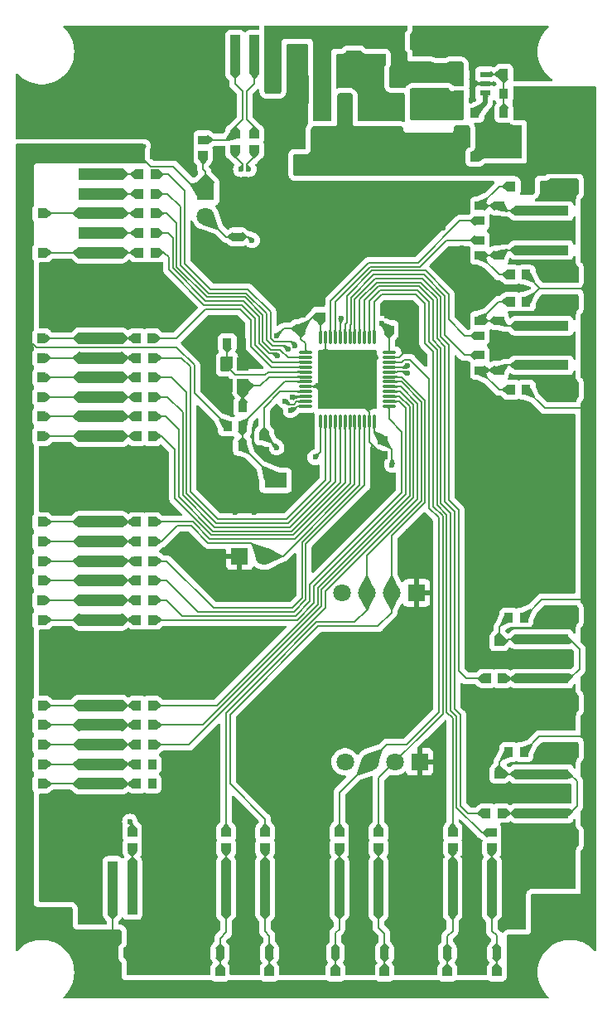
<source format=gbr>
%TF.GenerationSoftware,KiCad,Pcbnew,8.0.2*%
%TF.CreationDate,2025-05-12T10:49:56+08:00*%
%TF.ProjectId,ternel_box,7465726e-656c-45f6-926f-782e6b696361,rev?*%
%TF.SameCoordinates,PX7233d70PY8583b00*%
%TF.FileFunction,Copper,L1,Top*%
%TF.FilePolarity,Positive*%
%FSLAX46Y46*%
G04 Gerber Fmt 4.6, Leading zero omitted, Abs format (unit mm)*
G04 Created by KiCad (PCBNEW 8.0.2) date 2025-05-12 10:49:56*
%MOMM*%
%LPD*%
G01*
G04 APERTURE LIST*
G04 Aperture macros list*
%AMFreePoly0*
4,1,15,0.380426,0.617426,0.381388,0.616442,0.743388,0.237442,0.760000,0.196000,0.760000,-0.575000,0.742426,-0.617426,0.700000,-0.635000,-0.700000,-0.635000,-0.742426,-0.617426,-0.760000,-0.575000,-0.760000,0.575000,-0.742426,0.617426,-0.700000,0.635000,0.338000,0.635000,0.380426,0.617426,0.380426,0.617426,$1*%
G04 Aperture macros list end*
%TA.AperFunction,SMDPad,CuDef*%
%ADD10R,0.930000X0.980000*%
%TD*%
%TA.AperFunction,SMDPad,CuDef*%
%ADD11R,0.980000X0.930000*%
%TD*%
%TA.AperFunction,ComponentPad*%
%ADD12R,1.800000X1.800000*%
%TD*%
%TA.AperFunction,ComponentPad*%
%ADD13C,1.800000*%
%TD*%
%TA.AperFunction,SMDPad,CuDef*%
%ADD14R,1.250000X1.000000*%
%TD*%
%TA.AperFunction,SMDPad,CuDef*%
%ADD15R,2.300000X1.600000*%
%TD*%
%TA.AperFunction,SMDPad,CuDef*%
%ADD16R,1.728000X1.485000*%
%TD*%
%TA.AperFunction,SMDPad,CuDef*%
%ADD17R,1.485000X1.728000*%
%TD*%
%TA.AperFunction,SMDPad,CuDef*%
%ADD18R,4.500000X1.200000*%
%TD*%
%TA.AperFunction,SMDPad,CuDef*%
%ADD19R,3.000000X1.800000*%
%TD*%
%TA.AperFunction,SMDPad,CuDef*%
%ADD20FreePoly0,270.000000*%
%TD*%
%TA.AperFunction,SMDPad,CuDef*%
%ADD21R,1.150000X1.400000*%
%TD*%
%TA.AperFunction,SMDPad,CuDef*%
%ADD22R,1.000000X5.500000*%
%TD*%
%TA.AperFunction,SMDPad,CuDef*%
%ADD23R,1.600000X3.000000*%
%TD*%
%TA.AperFunction,SMDPad,CuDef*%
%ADD24R,1.000000X2.200000*%
%TD*%
%TA.AperFunction,SMDPad,CuDef*%
%ADD25R,3.500000X2.200000*%
%TD*%
%TA.AperFunction,SMDPad,CuDef*%
%ADD26R,2.120000X1.400000*%
%TD*%
%TA.AperFunction,SMDPad,CuDef*%
%ADD27R,5.500000X1.000000*%
%TD*%
%TA.AperFunction,SMDPad,CuDef*%
%ADD28R,3.000000X1.600000*%
%TD*%
%TA.AperFunction,SMDPad,CuDef*%
%ADD29R,1.100000X0.600000*%
%TD*%
%TA.AperFunction,SMDPad,CuDef*%
%ADD30R,1.000000X4.000000*%
%TD*%
%TA.AperFunction,SMDPad,CuDef*%
%ADD31R,2.000000X3.000000*%
%TD*%
%TA.AperFunction,SMDPad,CuDef*%
%ADD32O,1.500000X0.270000*%
%TD*%
%TA.AperFunction,SMDPad,CuDef*%
%ADD33O,0.270000X1.500000*%
%TD*%
%TA.AperFunction,ViaPad*%
%ADD34C,0.600000*%
%TD*%
%TA.AperFunction,Conductor*%
%ADD35C,0.200000*%
%TD*%
%TA.AperFunction,Conductor*%
%ADD36C,0.500000*%
%TD*%
G04 APERTURE END LIST*
D10*
%TO.P,R52,1,1*%
%TO.N,+3V3*%
X1480000Y39000000D03*
%TO.P,R52,2,2*%
%TO.N,/PINKEY-AHEAD*%
X3020000Y39000000D03*
%TD*%
D11*
%TO.P,R8,1,1*%
%TO.N,/\u4E2D\u95F4\u4EF6-\u8F93\u5165\u4FE1\u53F7\u6574\u578B-\u4E0A\u4E0B\u62C9/KEY21*%
X47772712Y66024028D03*
%TO.P,R8,2,2*%
%TO.N,/BANKEY-4-1*%
X47772712Y64484028D03*
%TD*%
%TO.P,C32,1,1*%
%TO.N,+3V3*%
X31500000Y69980000D03*
%TO.P,C32,2,2*%
%TO.N,GND*%
X31500000Y71520000D03*
%TD*%
%TO.P,C12,1,1*%
%TO.N,/BANKEY-5-1*%
X49750000Y76230000D03*
%TO.P,C12,2,2*%
%TO.N,GND*%
X49750000Y77770000D03*
%TD*%
D12*
%TO.P,P9,1,1*%
%TO.N,GND*%
X41620000Y24500000D03*
D13*
%TO.P,P9,2,2*%
%TO.N,/\u4E3B\u63A7\u677F/SYS-SWCLK*%
X39080000Y24500000D03*
%TO.P,P9,3,3*%
%TO.N,/\u4E3B\u63A7\u677F/SYS-SWDIO*%
X36540000Y24500000D03*
%TO.P,P9,4,4*%
%TO.N,+3V3*%
X34000000Y24500000D03*
%TD*%
D10*
%TO.P,R48,1,1*%
%TO.N,+3V3*%
X1460000Y67750000D03*
%TO.P,R48,2,2*%
%TO.N,/MID-HAND*%
X3000000Y67750000D03*
%TD*%
%TO.P,R41,1,1*%
%TO.N,/\u4E2D\u95F4\u4EF6-\u8F93\u5165\u4FE1\u53F7\u6574\u578B-\u4E0A\u4E0B\u62C9/KEY26*%
X14520000Y76500000D03*
%TO.P,R41,2,2*%
%TO.N,/ROW-KEY1*%
X12980000Y76500000D03*
%TD*%
D14*
%TO.P,D1,1*%
%TO.N,GND*%
X36275000Y94000000D03*
%TO.P,D1,2*%
%TO.N,+5V*%
X39225000Y94000000D03*
%TD*%
D11*
%TO.P,C30,1,1*%
%TO.N,+3V3*%
X37800000Y57370000D03*
%TO.P,C30,2,2*%
%TO.N,GND*%
X37800000Y55830000D03*
%TD*%
%TO.P,C29,1,1*%
%TO.N,+3V3*%
X25750000Y57770000D03*
%TO.P,C29,2,2*%
%TO.N,GND*%
X25750000Y56230000D03*
%TD*%
%TO.P,R9,1,1*%
%TO.N,/\u4E2D\u95F4\u4EF6-\u8F93\u5165\u4FE1\u53F7\u6574\u578B-\u4E0A\u4E0B\u62C9/KEY22*%
X47770000Y68000000D03*
%TO.P,R9,2,2*%
%TO.N,/BANKEY-4-2*%
X47770000Y69540000D03*
%TD*%
D15*
%TO.P,K1,1*%
%TO.N,Net-(U3-NRST)*%
X26900000Y53250000D03*
%TO.P,K1,2*%
%TO.N,GND*%
X20600000Y53250000D03*
%TD*%
D10*
%TO.P,C18,1,1*%
%TO.N,+3V3*%
X51770000Y90750000D03*
%TO.P,C18,2,2*%
%TO.N,Net-(U2-FB)*%
X50230000Y90750000D03*
%TD*%
D11*
%TO.P,R73,1,1*%
%TO.N,/\u4E3B\u63A7\u677F/BOOT0*%
X23000000Y78100000D03*
%TO.P,R73,2,2*%
%TO.N,GND*%
X23000000Y79640000D03*
%TD*%
D10*
%TO.P,R5,1,1*%
%TO.N,+3V3*%
X21980000Y58750000D03*
%TO.P,R5,2,2*%
%TO.N,Net-(U3-NRST)*%
X23520000Y58750000D03*
%TD*%
%TO.P,R28,1,1*%
%TO.N,/ROW-RV1*%
X12980000Y78500000D03*
%TO.P,R28,2,2*%
%TO.N,/\u4E2D\u95F4\u4EF6-\u8F93\u5165\u4FE1\u53F7\u6574\u578B-\u4E0A\u4E0B\u62C9/ADC2*%
X14520000Y78500000D03*
%TD*%
%TO.P,R33,1,1*%
%TO.N,+3V3*%
X1480000Y45000000D03*
%TO.P,R33,2,2*%
%TO.N,/MAD-RIGHT*%
X3020000Y45000000D03*
%TD*%
D16*
%TO.P,C20,1,1*%
%TO.N,+3V3*%
X38750000Y87657400D03*
%TO.P,C20,2,2*%
%TO.N,GND*%
X38750000Y90842600D03*
%TD*%
D11*
%TO.P,R20,1,1*%
%TO.N,/\u4E2D\u95F4\u4EF6-\u8F93\u5165\u4FE1\u53F7\u6574\u578B-\u4E0A\u4E0B\u62C9/KEY18*%
X49000000Y17270000D03*
%TO.P,R20,2,2*%
%TO.N,/BANKEY-3-2*%
X49000000Y15730000D03*
%TD*%
D10*
%TO.P,R63,1,1*%
%TO.N,+3V3*%
X1480000Y26250000D03*
%TO.P,R63,2,2*%
%TO.N,/PINKEYKEY-FOWORD*%
X3020000Y26250000D03*
%TD*%
%TO.P,R53,1,1*%
%TO.N,/\u4E2D\u95F4\u4EF6-\u8F93\u5165\u4FE1\u53F7\u6574\u578B-\u4E0A\u4E0B\u62C9/KEY2*%
X14270000Y63750000D03*
%TO.P,R53,2,2*%
%TO.N,/MID-FORW*%
X12730000Y63750000D03*
%TD*%
D11*
%TO.P,R15,1,1*%
%TO.N,/\u4E3B\u63A7\u677F/DOWM-TX*%
X21833333Y17270000D03*
%TO.P,R15,2,2*%
%TO.N,/BANKEY-1-1*%
X21833333Y15730000D03*
%TD*%
%TO.P,R18,1,1*%
%TO.N,/\u4E3B\u63A7\u677F/SYS-SWCLK*%
X37416666Y17270000D03*
%TO.P,R18,2,2*%
%TO.N,/BANKEY-2-2*%
X37416666Y15730000D03*
%TD*%
D10*
%TO.P,C8,1,1*%
%TO.N,/BANKEY-3-1*%
X44460000Y5000000D03*
%TO.P,C8,2,2*%
%TO.N,GND*%
X46000000Y5000000D03*
%TD*%
D17*
%TO.P,C16,1,1*%
%TO.N,+5V*%
X31707400Y96250000D03*
%TO.P,C16,2,2*%
%TO.N,GND*%
X34892600Y96250000D03*
%TD*%
D18*
%TO.P,P3,1,1*%
%TO.N,/MAD-LEFT*%
X9000000Y49000000D03*
%TO.P,P3,2,2*%
%TO.N,/MAD-FORW*%
X9000000Y47000000D03*
%TO.P,P3,3,3*%
%TO.N,/MAD-RIGHT*%
X9000000Y45000000D03*
%TO.P,P3,4,4*%
%TO.N,/MAD-KEY*%
X9000000Y43000000D03*
%TO.P,P3,5,5*%
%TO.N,/BOTTOM-KEY*%
X9000000Y41000000D03*
%TO.P,P3,6,6*%
%TO.N,/PINKEY-AHEAD*%
X9000000Y39000000D03*
D19*
%TO.P,P3,7,7*%
%TO.N,GND*%
X6450000Y36499900D03*
%TO.P,P3,8,8*%
X6450000Y51499900D03*
%TD*%
D10*
%TO.P,R38,1,1*%
%TO.N,+3V3*%
X52280594Y39250000D03*
%TO.P,R38,2,2*%
%TO.N,/PENKEY-2-1*%
X50740594Y39250000D03*
%TD*%
D11*
%TO.P,R24,1,1*%
%TO.N,+3V3*%
X33020000Y1480000D03*
%TO.P,R24,2,2*%
%TO.N,/BANKEY-2-1*%
X33020000Y3020000D03*
%TD*%
D10*
%TO.P,R31,1,1*%
%TO.N,/\u4E2D\u95F4\u4EF6-\u8F93\u5165\u4FE1\u53F7\u6574\u578B-\u4E0A\u4E0B\u62C9/KEY8*%
X14290000Y45000000D03*
%TO.P,R31,2,2*%
%TO.N,/MAD-RIGHT*%
X12750000Y45000000D03*
%TD*%
D16*
%TO.P,C24,1,1*%
%TO.N,+5V*%
X41500000Y94907400D03*
%TO.P,C24,2,2*%
%TO.N,GND*%
X41500000Y98092600D03*
%TD*%
D11*
%TO.P,R17,1,1*%
%TO.N,/\u4E3B\u63A7\u677F/SYS-SWDIO*%
X33416666Y17270000D03*
%TO.P,R17,2,2*%
%TO.N,/BANKEY-2-1*%
X33416666Y15730000D03*
%TD*%
D10*
%TO.P,R35,1,1*%
%TO.N,/\u4E2D\u95F4\u4EF6-\u8F93\u5165\u4FE1\u53F7\u6574\u578B-\u4E0A\u4E0B\u62C9/KEY20*%
X48480000Y33000000D03*
%TO.P,R35,2,2*%
%TO.N,/PENKEY-2-1*%
X50020000Y33000000D03*
%TD*%
D20*
%TO.P,X1,1,OSC1*%
%TO.N,Net-(U3-PD0)*%
X21950000Y65100000D03*
D21*
%TO.P,X1,2,GND*%
%TO.N,GND*%
X21950000Y62900000D03*
%TO.P,X1,3,OSC2*%
%TO.N,Net-(U3-PD1)*%
X23550000Y62900000D03*
%TO.P,X1,4,GND*%
%TO.N,GND*%
X23550000Y65100000D03*
%TD*%
D10*
%TO.P,C19,1,1*%
%TO.N,+5V*%
X31980000Y94000000D03*
%TO.P,C19,2,2*%
%TO.N,GND*%
X33520000Y94000000D03*
%TD*%
%TO.P,R32,1,1*%
%TO.N,+3V3*%
X1480000Y47000000D03*
%TO.P,R32,2,2*%
%TO.N,/MAD-FORW*%
X3020000Y47000000D03*
%TD*%
D11*
%TO.P,R4,1,1*%
%TO.N,/\u4E3B\u63A7\u677F/USBTOU-D+*%
X22750000Y88570000D03*
%TO.P,R4,2,2*%
%TO.N,/\u4E3B\u63A7\u677F/USB-D+*%
X22750000Y87030000D03*
%TD*%
%TO.P,C5,1,1*%
%TO.N,/BANKEY-4-2*%
X49750000Y69540000D03*
%TO.P,C5,2,2*%
%TO.N,GND*%
X49750000Y68000000D03*
%TD*%
D18*
%TO.P,P1,1,1*%
%TO.N,+3V3*%
X9000000Y86500000D03*
%TO.P,P1,2,2*%
%TO.N,/TDC-RV1*%
X9000000Y84500000D03*
%TO.P,P1,3,3*%
%TO.N,/TDC-RV2*%
X9000000Y82500000D03*
%TO.P,P1,4,4*%
%TO.N,/TDC-KEY1*%
X9000000Y80500000D03*
%TO.P,P1,5,5*%
%TO.N,/ROW-RV1*%
X9000000Y78500000D03*
%TO.P,P1,6,6*%
%TO.N,/ROW-KEY1*%
X9000000Y76500000D03*
D19*
%TO.P,P1,7,7*%
%TO.N,GND*%
X6450000Y73999900D03*
%TO.P,P1,8,8*%
X6450000Y88999900D03*
%TD*%
D10*
%TO.P,R69,1,1*%
%TO.N,+3V3*%
X1480000Y24250000D03*
%TO.P,R69,2,2*%
%TO.N,/PINKEYKEYKEY-AHEAD*%
X3020000Y24250000D03*
%TD*%
%TO.P,R39,1,1*%
%TO.N,+3V3*%
X1480000Y43000000D03*
%TO.P,R39,2,2*%
%TO.N,/MAD-KEY*%
X3020000Y43000000D03*
%TD*%
%TO.P,R11,1,1*%
%TO.N,+3V3*%
X1460000Y57750000D03*
%TO.P,R11,2,2*%
%TO.N,/MAD-HAND*%
X3000000Y57750000D03*
%TD*%
D12*
%TO.P,P8,1,1*%
%TO.N,+3V3*%
X19750000Y82750000D03*
D13*
%TO.P,P8,2,2*%
%TO.N,/\u4E3B\u63A7\u677F/BOOT0*%
X19750000Y80210000D03*
%TD*%
D10*
%TO.P,R50,1,1*%
%TO.N,/\u4E2D\u95F4\u4EF6-\u8F93\u5165\u4FE1\u53F7\u6574\u578B-\u4E0A\u4E0B\u62C9/KEY11*%
X14270000Y39000000D03*
%TO.P,R50,2,2*%
%TO.N,/PINKEY-AHEAD*%
X12730000Y39000000D03*
%TD*%
%TO.P,C17,1,1*%
%TO.N,+3V3*%
X45730000Y86250000D03*
%TO.P,C17,2,2*%
%TO.N,GND*%
X47270000Y86250000D03*
%TD*%
%TO.P,R49,1,1*%
%TO.N,+3V3*%
X1460000Y65750000D03*
%TO.P,R49,2,2*%
%TO.N,/MID-LEFT*%
X3000000Y65750000D03*
%TD*%
%TO.P,R6,1,1*%
%TO.N,/\u4E2D\u95F4\u4EF6-\u8F93\u5165\u4FE1\u53F7\u6574\u578B-\u4E0A\u4E0B\u62C9/KEY5*%
X14290000Y57750000D03*
%TO.P,R6,2,2*%
%TO.N,/MAD-HAND*%
X12750000Y57750000D03*
%TD*%
%TO.P,C3,1,1*%
%TO.N,/BANKEY-2-2*%
X38040000Y5000000D03*
%TO.P,C3,2,2*%
%TO.N,GND*%
X36500000Y5000000D03*
%TD*%
D22*
%TO.P,J3,1,1*%
%TO.N,/BANKEY-2-1*%
X33416666Y11625000D03*
%TO.P,J3,2,2*%
%TO.N,GND*%
X35416666Y11625000D03*
%TO.P,J3,3,3*%
%TO.N,/BANKEY-2-2*%
X37416666Y11625000D03*
D23*
%TO.P,J3,4,4*%
%TO.N,GND*%
X39916666Y9375000D03*
%TO.P,J3,5,5*%
X30916666Y9375000D03*
%TD*%
D22*
%TO.P,J1,1,1*%
%TO.N,+3V3*%
X10250000Y11625000D03*
%TO.P,J1,2,2*%
%TO.N,/RV-TERNEL*%
X12250000Y11625000D03*
%TO.P,J1,3,3*%
%TO.N,GND*%
X14250000Y11625000D03*
D23*
%TO.P,J1,4,4*%
X16750000Y9375000D03*
%TO.P,J1,5,5*%
X7750000Y9375000D03*
%TD*%
D24*
%TO.P,U1,1,GND*%
%TO.N,GND*%
X36300000Y91500000D03*
D25*
%TO.P,U1,2,Vout*%
%TO.N,+3V3*%
X34000000Y85500000D03*
D24*
X34000000Y91500000D03*
%TO.P,U1,3,Vin*%
%TO.N,+5V*%
X31700000Y91500000D03*
%TD*%
D11*
%TO.P,C33,1,1*%
%TO.N,+3V3*%
X38500000Y68630000D03*
%TO.P,C33,2,2*%
%TO.N,GND*%
X38500000Y70170000D03*
%TD*%
D10*
%TO.P,C4,1,1*%
%TO.N,/BANKEY-3-2*%
X49500000Y5000000D03*
%TO.P,C4,2,2*%
%TO.N,GND*%
X47960000Y5000000D03*
%TD*%
D11*
%TO.P,R27,1,1*%
%TO.N,+3V3*%
X49500000Y1480000D03*
%TO.P,R27,2,2*%
%TO.N,/BANKEY-3-2*%
X49500000Y3020000D03*
%TD*%
D10*
%TO.P,R14,1,1*%
%TO.N,+3V3*%
X52520000Y71500000D03*
%TO.P,R14,2,2*%
%TO.N,/BANKEY-4-2*%
X50980000Y71500000D03*
%TD*%
%TO.P,R54,1,1*%
%TO.N,/\u4E2D\u95F4\u4EF6-\u8F93\u5165\u4FE1\u53F7\u6574\u578B-\u4E0A\u4E0B\u62C9/KEY3*%
X14290000Y61750000D03*
%TO.P,R54,2,2*%
%TO.N,/MID-RIGHT*%
X12750000Y61750000D03*
%TD*%
D11*
%TO.P,R19,1,1*%
%TO.N,/\u4E2D\u95F4\u4EF6-\u8F93\u5165\u4FE1\u53F7\u6574\u578B-\u4E0A\u4E0B\u62C9/KEY17*%
X45000000Y17270000D03*
%TO.P,R19,2,2*%
%TO.N,/BANKEY-3-1*%
X45000000Y15730000D03*
%TD*%
D10*
%TO.P,C28,1,1*%
%TO.N,Net-(U3-PD1)*%
X23550000Y60750000D03*
%TO.P,C28,2,2*%
%TO.N,GND*%
X22010000Y60750000D03*
%TD*%
D11*
%TO.P,C10,1,1*%
%TO.N,/PENKEY-2-1*%
X49750000Y36770000D03*
%TO.P,C10,2,2*%
%TO.N,GND*%
X49750000Y35230000D03*
%TD*%
D26*
%TO.P,L1,1,1*%
%TO.N,+3V3*%
X42250000Y87722000D03*
%TO.P,L1,2,2*%
%TO.N,/\u7535\u6E90\u6A21\u5757/SW*%
X42250000Y91778000D03*
%TD*%
D22*
%TO.P,J4,1,1*%
%TO.N,/BANKEY-3-1*%
X45000000Y11625000D03*
%TO.P,J4,2,2*%
%TO.N,GND*%
X47000000Y11625000D03*
%TO.P,J4,3,3*%
%TO.N,/BANKEY-3-2*%
X49000000Y11625000D03*
D23*
%TO.P,J4,4,4*%
%TO.N,GND*%
X51500000Y9375000D03*
%TO.P,J4,5,5*%
X42500000Y9375000D03*
%TD*%
D10*
%TO.P,R12,1,1*%
%TO.N,+3V3*%
X1480000Y49000000D03*
%TO.P,R12,2,2*%
%TO.N,/MAD-LEFT*%
X3020000Y49000000D03*
%TD*%
%TO.P,R58,1,1*%
%TO.N,/\u4E2D\u95F4\u4EF6-\u8F93\u5165\u4FE1\u53F7\u6574\u578B-\u4E0A\u4E0B\u62C9/KEY4*%
X14290000Y59750000D03*
%TO.P,R58,2,2*%
%TO.N,/MID-KEY*%
X12750000Y59750000D03*
%TD*%
%TO.P,R56,1,1*%
%TO.N,+3V3*%
X1460000Y63750000D03*
%TO.P,R56,2,2*%
%TO.N,/MID-FORW*%
X3000000Y63750000D03*
%TD*%
D27*
%TO.P,J5,1,1*%
%TO.N,/PENKEY-1-1*%
X54125000Y19250000D03*
%TO.P,J5,2,2*%
%TO.N,GND*%
X54125000Y21250000D03*
%TO.P,J5,3,3*%
%TO.N,/PENKEY-1-1*%
X54125000Y23250000D03*
D28*
%TO.P,J5,4,4*%
%TO.N,GND*%
X56375000Y25750000D03*
%TO.P,J5,5,5*%
X56375000Y16750000D03*
%TD*%
D10*
%TO.P,R68,1,1*%
%TO.N,unconnected-(R68-Pad1)*%
X14270000Y24250000D03*
%TO.P,R68,2,2*%
%TO.N,/PINKEYKEYKEY-AHEAD*%
X12730000Y24250000D03*
%TD*%
D27*
%TO.P,J7,1,1*%
%TO.N,/BANKEY-4-1*%
X54125000Y65000000D03*
%TO.P,J7,2,2*%
%TO.N,GND*%
X54125000Y67000000D03*
%TO.P,J7,3,3*%
%TO.N,/BANKEY-4-2*%
X54125000Y69000000D03*
D28*
%TO.P,J7,4,4*%
%TO.N,GND*%
X56375000Y71500000D03*
%TO.P,J7,5,5*%
X56375000Y62500000D03*
%TD*%
D17*
%TO.P,C15,1,1*%
%TO.N,+3V3*%
X45907400Y88500000D03*
%TO.P,C15,2,2*%
%TO.N,GND*%
X49092600Y88500000D03*
%TD*%
D11*
%TO.P,R3,1,1*%
%TO.N,/\u4E3B\u63A7\u677F/USBTOU-D-*%
X24750000Y88570000D03*
%TO.P,R3,2,2*%
%TO.N,/\u4E3B\u63A7\u677F/USB-D-*%
X24750000Y87030000D03*
%TD*%
D10*
%TO.P,R1,1,1*%
%TO.N,Net-(U2-FB)*%
X50230000Y92750000D03*
%TO.P,R1,2,2*%
%TO.N,+3V3*%
X51770000Y92750000D03*
%TD*%
%TO.P,R21,1,1*%
%TO.N,/TDC-RV2*%
X12980000Y82500000D03*
%TO.P,R21,2,2*%
%TO.N,/\u4E2D\u95F4\u4EF6-\u8F93\u5165\u4FE1\u53F7\u6574\u578B-\u4E0A\u4E0B\u62C9/ADC1*%
X14520000Y82500000D03*
%TD*%
%TO.P,R67,1,1*%
%TO.N,+3V3*%
X52520000Y83250000D03*
%TO.P,R67,2,2*%
%TO.N,/BANKEY-5-2*%
X50980000Y83250000D03*
%TD*%
%TO.P,R44,1,1*%
%TO.N,/\u4E2D\u95F4\u4EF6-\u8F93\u5165\u4FE1\u53F7\u6574\u578B-\u4E0A\u4E0B\u62C9/KEY10*%
X14270000Y41000000D03*
%TO.P,R44,2,2*%
%TO.N,/BOTTOM-KEY*%
X12730000Y41000000D03*
%TD*%
%TO.P,R13,1,1*%
%TO.N,+3V3*%
X52520000Y62500000D03*
%TO.P,R13,2,2*%
%TO.N,/BANKEY-4-1*%
X50980000Y62500000D03*
%TD*%
%TO.P,R43,1,1*%
%TO.N,+3V3*%
X1480000Y76500000D03*
%TO.P,R43,2,2*%
%TO.N,/ROW-KEY1*%
X3020000Y76500000D03*
%TD*%
D11*
%TO.P,R64,1,1*%
%TO.N,/\u4E2D\u95F4\u4EF6-\u8F93\u5165\u4FE1\u53F7\u6574\u578B-\u4E0A\u4E0B\u62C9/KEY23*%
X47770000Y77770000D03*
%TO.P,R64,2,2*%
%TO.N,/BANKEY-5-1*%
X47770000Y76230000D03*
%TD*%
D10*
%TO.P,R37,1,1*%
%TO.N,+3V3*%
X52280594Y25500000D03*
%TO.P,R37,2,2*%
%TO.N,/PENKEY-1-1*%
X50740594Y25500000D03*
%TD*%
D29*
%TO.P,U2,1,BS*%
%TO.N,Net-(U2-BS)*%
X48350000Y92800000D03*
%TO.P,U2,2,GND*%
%TO.N,GND*%
X48350000Y93750000D03*
%TO.P,U2,3,FB*%
%TO.N,Net-(U2-FB)*%
X48350000Y94700000D03*
%TO.P,U2,4,EN*%
%TO.N,+5V*%
X45650000Y94700000D03*
%TO.P,U2,5,IN*%
X45650000Y93750000D03*
%TO.P,U2,6,SW*%
%TO.N,/\u7535\u6E90\u6A21\u5757/SW*%
X45650000Y92800000D03*
%TD*%
D10*
%TO.P,R62,1,1*%
%TO.N,+3V3*%
X1480000Y28250000D03*
%TO.P,R62,2,2*%
%TO.N,/PINKEYKEY-AHEAD*%
X3020000Y28250000D03*
%TD*%
D11*
%TO.P,C9,1,1*%
%TO.N,/PENKEY-1-1*%
X49750000Y23250000D03*
%TO.P,C9,2,2*%
%TO.N,GND*%
X49750000Y21710000D03*
%TD*%
%TO.P,R29,1,1*%
%TO.N,/RV-TERNEL*%
X12250000Y15730000D03*
%TO.P,R29,2,2*%
%TO.N,/\u4E2D\u95F4\u4EF6-\u8F93\u5165\u4FE1\u53F7\u6574\u578B-\u4E0A\u4E0B\u62C9/ADC3*%
X12250000Y17270000D03*
%TD*%
D10*
%TO.P,C21,1,1*%
%TO.N,Net-(U2-BS)*%
X47270000Y90750000D03*
%TO.P,C21,2,2*%
%TO.N,/\u7535\u6E90\u6A21\u5757/SW*%
X45730000Y90750000D03*
%TD*%
%TO.P,R61,1,1*%
%TO.N,+3V3*%
X1460000Y59750000D03*
%TO.P,R61,2,2*%
%TO.N,/MID-KEY*%
X3000000Y59750000D03*
%TD*%
D11*
%TO.P,C11,1,1*%
%TO.N,/BANKEY-4-1*%
X49750000Y64480000D03*
%TO.P,C11,2,2*%
%TO.N,GND*%
X49750000Y66020000D03*
%TD*%
D10*
%TO.P,R65,1,1*%
%TO.N,+3V3*%
X52520000Y74250000D03*
%TO.P,R65,2,2*%
%TO.N,/BANKEY-5-1*%
X50980000Y74250000D03*
%TD*%
%TO.P,C2,1,1*%
%TO.N,/BANKEY-1-2*%
X26270000Y5000000D03*
%TO.P,C2,2,2*%
%TO.N,GND*%
X24730000Y5000000D03*
%TD*%
D11*
%TO.P,R22,1,1*%
%TO.N,+3V3*%
X21230000Y1480000D03*
%TO.P,R22,2,2*%
%TO.N,/BANKEY-1-1*%
X21230000Y3020000D03*
%TD*%
D27*
%TO.P,J6,1,1*%
%TO.N,/PENKEY-2-1*%
X54125000Y33000000D03*
%TO.P,J6,2,2*%
%TO.N,GND*%
X54125000Y35000000D03*
%TO.P,J6,3,3*%
%TO.N,/PENKEY-2-1*%
X54125000Y37000000D03*
D28*
%TO.P,J6,4,4*%
%TO.N,GND*%
X56375000Y39500000D03*
%TO.P,J6,5,5*%
X56375000Y30500000D03*
%TD*%
D10*
%TO.P,R71,1,1*%
%TO.N,+3V3*%
X1480000Y22250000D03*
%TO.P,R71,2,2*%
%TO.N,/PINKEYKEYKEY-FOWORD*%
X3020000Y22250000D03*
%TD*%
%TO.P,R7,1,1*%
%TO.N,/\u4E2D\u95F4\u4EF6-\u8F93\u5165\u4FE1\u53F7\u6574\u578B-\u4E0A\u4E0B\u62C9/KEY6*%
X14270000Y49000000D03*
%TO.P,R7,2,2*%
%TO.N,/MAD-LEFT*%
X12730000Y49000000D03*
%TD*%
%TO.P,C25,1,1*%
%TO.N,GND*%
X37730000Y96250000D03*
%TO.P,C25,2,2*%
%TO.N,+5V*%
X39270000Y96250000D03*
%TD*%
D11*
%TO.P,R26,1,1*%
%TO.N,+3V3*%
X44460000Y1480000D03*
%TO.P,R26,2,2*%
%TO.N,/BANKEY-3-1*%
X44460000Y3020000D03*
%TD*%
D10*
%TO.P,R36,1,1*%
%TO.N,/\u4E2D\u95F4\u4EF6-\u8F93\u5165\u4FE1\u53F7\u6574\u578B-\u4E0A\u4E0B\u62C9/KEY9*%
X14270000Y43000000D03*
%TO.P,R36,2,2*%
%TO.N,/MAD-KEY*%
X12730000Y43000000D03*
%TD*%
D18*
%TO.P,P4,1,1*%
%TO.N,/PINKEY-FOWORD*%
X9000000Y30250000D03*
%TO.P,P4,2,2*%
%TO.N,/PINKEYKEY-AHEAD*%
X9000000Y28250000D03*
%TO.P,P4,3,3*%
%TO.N,/PINKEYKEY-FOWORD*%
X9000000Y26250000D03*
%TO.P,P4,4,4*%
%TO.N,/PINKEYKEYKEY-AHEAD*%
X9000000Y24250000D03*
%TO.P,P4,5,5*%
%TO.N,/PINKEYKEYKEY-FOWORD*%
X9000000Y22250000D03*
%TO.P,P4,6,6*%
%TO.N,GND*%
X9000000Y20250000D03*
D19*
%TO.P,P4,7,7*%
X6450000Y17749900D03*
%TO.P,P4,8,8*%
X6450000Y32749900D03*
%TD*%
D18*
%TO.P,P2,1,1*%
%TO.N,/MID-HAND*%
X9000000Y67750000D03*
%TO.P,P2,2,2*%
%TO.N,/MID-LEFT*%
X9000000Y65750000D03*
%TO.P,P2,3,3*%
%TO.N,/MID-FORW*%
X9000000Y63750000D03*
%TO.P,P2,4,4*%
%TO.N,/MID-RIGHT*%
X9000000Y61750000D03*
%TO.P,P2,5,5*%
%TO.N,/MID-KEY*%
X9000000Y59750000D03*
%TO.P,P2,6,6*%
%TO.N,/MAD-HAND*%
X9000000Y57750000D03*
D19*
%TO.P,P2,7,7*%
%TO.N,GND*%
X6450000Y55249900D03*
%TO.P,P2,8,8*%
X6450000Y70249900D03*
%TD*%
D22*
%TO.P,J2,1,1*%
%TO.N,/BANKEY-1-1*%
X21833333Y11625000D03*
%TO.P,J2,2,2*%
%TO.N,GND*%
X23833333Y11625000D03*
%TO.P,J2,3,3*%
%TO.N,/BANKEY-1-2*%
X25833333Y11625000D03*
D23*
%TO.P,J2,4,4*%
%TO.N,GND*%
X28333333Y9375000D03*
%TO.P,J2,5,5*%
X19333333Y9375000D03*
%TD*%
D10*
%TO.P,R57,1,1*%
%TO.N,+3V3*%
X1460000Y61750000D03*
%TO.P,R57,2,2*%
%TO.N,/MID-RIGHT*%
X3000000Y61750000D03*
%TD*%
%TO.P,R55,1,1*%
%TO.N,+3V3*%
X1480000Y30250000D03*
%TO.P,R55,2,2*%
%TO.N,/PINKEY-FOWORD*%
X3020000Y30250000D03*
%TD*%
%TO.P,C6,1,1*%
%TO.N,/BANKEY-1-1*%
X21230000Y5000000D03*
%TO.P,C6,2,2*%
%TO.N,GND*%
X22770000Y5000000D03*
%TD*%
D30*
%TO.P,P5,1*%
%TO.N,+5V*%
X26750000Y96749500D03*
%TO.P,P5,2*%
%TO.N,/\u4E3B\u63A7\u677F/USBTOU-D-*%
X24750000Y96749500D03*
%TO.P,P5,3*%
%TO.N,/\u4E3B\u63A7\u677F/USBTOU-D+*%
X22750000Y96749500D03*
%TO.P,P5,4*%
%TO.N,GND*%
X20750000Y96749500D03*
D31*
%TO.P,P5,5*%
X18250000Y93124500D03*
%TO.P,P5,6*%
X29250000Y93124500D03*
%TD*%
D10*
%TO.P,R46,1,1*%
%TO.N,/\u4E2D\u95F4\u4EF6-\u8F93\u5165\u4FE1\u53F7\u6574\u578B-\u4E0A\u4E0B\u62C9/KEY27*%
X14250000Y67750000D03*
%TO.P,R46,2,2*%
%TO.N,/MID-HAND*%
X12710000Y67750000D03*
%TD*%
%TO.P,R2,1,1*%
%TO.N,GND*%
X51770000Y94750000D03*
%TO.P,R2,2,2*%
%TO.N,Net-(U2-FB)*%
X50230000Y94750000D03*
%TD*%
D11*
%TO.P,C23,1,1*%
%TO.N,+5V*%
X43750000Y95280000D03*
%TO.P,C23,2,2*%
%TO.N,GND*%
X43750000Y96820000D03*
%TD*%
D10*
%TO.P,C1,1,1*%
%TO.N,+3V3*%
X10250000Y5000000D03*
%TO.P,C1,2,2*%
%TO.N,GND*%
X11790000Y5000000D03*
%TD*%
%TO.P,R59,1,1*%
%TO.N,/\u4E2D\u95F4\u4EF6-\u8F93\u5165\u4FE1\u53F7\u6574\u578B-\u4E0A\u4E0B\u62C9/KEY13*%
X14270000Y28250000D03*
%TO.P,R59,2,2*%
%TO.N,/PINKEYKEY-AHEAD*%
X12730000Y28250000D03*
%TD*%
D11*
%TO.P,C31,1,1*%
%TO.N,+3V3*%
X29500000Y68730000D03*
%TO.P,C31,2,2*%
%TO.N,GND*%
X29500000Y70270000D03*
%TD*%
D10*
%TO.P,R40,1,1*%
%TO.N,/\u4E2D\u95F4\u4EF6-\u8F93\u5165\u4FE1\u53F7\u6574\u578B-\u4E0A\u4E0B\u62C9/KEY25*%
X14520000Y80500000D03*
%TO.P,R40,2,2*%
%TO.N,/TDC-KEY1*%
X12980000Y80500000D03*
%TD*%
%TO.P,C7,1,1*%
%TO.N,/BANKEY-2-1*%
X33020000Y5000000D03*
%TO.P,C7,2,2*%
%TO.N,GND*%
X34560000Y5000000D03*
%TD*%
%TO.P,R60,1,1*%
%TO.N,/\u4E2D\u95F4\u4EF6-\u8F93\u5165\u4FE1\u53F7\u6574\u578B-\u4E0A\u4E0B\u62C9/KEY14*%
X14270000Y26250000D03*
%TO.P,R60,2,2*%
%TO.N,/PINKEYKEY-FOWORD*%
X12730000Y26250000D03*
%TD*%
D32*
%TO.P,U3,1,VBAT*%
%TO.N,+3V3*%
X30000000Y66300000D03*
%TO.P,U3,2,PC13*%
%TO.N,/\u4E2D\u95F4\u4EF6-\u8F93\u5165\u4FE1\u53F7\u6574\u578B-\u4E0A\u4E0B\u62C9/KEY25*%
X30000000Y65800000D03*
%TO.P,U3,3,PC14*%
%TO.N,/\u4E2D\u95F4\u4EF6-\u8F93\u5165\u4FE1\u53F7\u6574\u578B-\u4E0A\u4E0B\u62C9/KEY26*%
X30000000Y65300000D03*
%TO.P,U3,4,PC15*%
%TO.N,/\u4E2D\u95F4\u4EF6-\u8F93\u5165\u4FE1\u53F7\u6574\u578B-\u4E0A\u4E0B\u62C9/KEY27*%
X30000000Y64800000D03*
%TO.P,U3,5,PD0*%
%TO.N,Net-(U3-PD0)*%
X30000000Y64300000D03*
%TO.P,U3,6,PD1*%
%TO.N,Net-(U3-PD1)*%
X30000000Y63800000D03*
%TO.P,U3,7,NRST*%
%TO.N,Net-(U3-NRST)*%
X30000000Y63300000D03*
%TO.P,U3,8,VSSA*%
%TO.N,GND*%
X30000000Y62800000D03*
%TO.P,U3,9,VDDA*%
%TO.N,+3V3*%
X30000000Y62300000D03*
%TO.P,U3,10,PA0*%
%TO.N,/\u4E2D\u95F4\u4EF6-\u8F93\u5165\u4FE1\u53F7\u6574\u578B-\u4E0A\u4E0B\u62C9/ADC0*%
X30000000Y61800000D03*
%TO.P,U3,11,PA1*%
%TO.N,/\u4E2D\u95F4\u4EF6-\u8F93\u5165\u4FE1\u53F7\u6574\u578B-\u4E0A\u4E0B\u62C9/ADC1*%
X30000000Y61300000D03*
%TO.P,U3,12,PA2*%
%TO.N,/\u4E2D\u95F4\u4EF6-\u8F93\u5165\u4FE1\u53F7\u6574\u578B-\u4E0A\u4E0B\u62C9/ADC2*%
X30000000Y60800000D03*
D33*
%TO.P,U3,13,PA3*%
%TO.N,/\u4E2D\u95F4\u4EF6-\u8F93\u5165\u4FE1\u53F7\u6574\u578B-\u4E0A\u4E0B\u62C9/ADC3*%
X31500000Y59300000D03*
%TO.P,U3,14,PA4*%
%TO.N,/\u4E2D\u95F4\u4EF6-\u8F93\u5165\u4FE1\u53F7\u6574\u578B-\u4E0A\u4E0B\u62C9/KEY1*%
X32000000Y59300000D03*
%TO.P,U3,15,PA5*%
%TO.N,/\u4E2D\u95F4\u4EF6-\u8F93\u5165\u4FE1\u53F7\u6574\u578B-\u4E0A\u4E0B\u62C9/KEY2*%
X32500000Y59300000D03*
%TO.P,U3,16,PA6*%
%TO.N,/\u4E2D\u95F4\u4EF6-\u8F93\u5165\u4FE1\u53F7\u6574\u578B-\u4E0A\u4E0B\u62C9/KEY3*%
X33000000Y59300000D03*
%TO.P,U3,17,PA7*%
%TO.N,/\u4E2D\u95F4\u4EF6-\u8F93\u5165\u4FE1\u53F7\u6574\u578B-\u4E0A\u4E0B\u62C9/KEY4*%
X33500000Y59300000D03*
%TO.P,U3,18,PB0*%
%TO.N,/\u4E2D\u95F4\u4EF6-\u8F93\u5165\u4FE1\u53F7\u6574\u578B-\u4E0A\u4E0B\u62C9/KEY5*%
X34000000Y59300000D03*
%TO.P,U3,19,PB1*%
%TO.N,/\u4E2D\u95F4\u4EF6-\u8F93\u5165\u4FE1\u53F7\u6574\u578B-\u4E0A\u4E0B\u62C9/KEY6*%
X34500000Y59300000D03*
%TO.P,U3,20,PB2*%
%TO.N,/\u4E3B\u63A7\u677F/BOOT1*%
X35000000Y59300000D03*
%TO.P,U3,21,PB10*%
%TO.N,/\u4E2D\u95F4\u4EF6-\u8F93\u5165\u4FE1\u53F7\u6574\u578B-\u4E0A\u4E0B\u62C9/KEY8*%
X35500000Y59300000D03*
%TO.P,U3,22,PB11*%
%TO.N,/\u4E2D\u95F4\u4EF6-\u8F93\u5165\u4FE1\u53F7\u6574\u578B-\u4E0A\u4E0B\u62C9/KEY9*%
X36000000Y59300000D03*
%TO.P,U3,23,VSS*%
%TO.N,GND*%
X36500000Y59300000D03*
%TO.P,U3,24,VDD*%
%TO.N,+3V3*%
X37000000Y59300000D03*
D32*
%TO.P,U3,25,PB12*%
%TO.N,/\u4E2D\u95F4\u4EF6-\u8F93\u5165\u4FE1\u53F7\u6574\u578B-\u4E0A\u4E0B\u62C9/KEY10*%
X38500000Y60800000D03*
%TO.P,U3,26,PB13*%
%TO.N,/\u4E2D\u95F4\u4EF6-\u8F93\u5165\u4FE1\u53F7\u6574\u578B-\u4E0A\u4E0B\u62C9/KEY11*%
X38500000Y61300000D03*
%TO.P,U3,27,PB14*%
%TO.N,/\u4E2D\u95F4\u4EF6-\u8F93\u5165\u4FE1\u53F7\u6574\u578B-\u4E0A\u4E0B\u62C9/KEY12*%
X38500000Y61800000D03*
%TO.P,U3,28,PB15*%
%TO.N,/\u4E2D\u95F4\u4EF6-\u8F93\u5165\u4FE1\u53F7\u6574\u578B-\u4E0A\u4E0B\u62C9/KEY13*%
X38500000Y62300000D03*
%TO.P,U3,29,PA8*%
%TO.N,/\u4E2D\u95F4\u4EF6-\u8F93\u5165\u4FE1\u53F7\u6574\u578B-\u4E0A\u4E0B\u62C9/KEY14*%
X38500000Y62800000D03*
%TO.P,U3,30,PA9*%
%TO.N,/\u4E3B\u63A7\u677F/DOWM-TX*%
X38500000Y63300000D03*
%TO.P,U3,31,PA10*%
%TO.N,/\u4E3B\u63A7\u677F/DOWM-RX*%
X38500000Y63800000D03*
%TO.P,U3,32,PA11*%
%TO.N,/\u4E3B\u63A7\u677F/USB-D-*%
X38500000Y64300000D03*
%TO.P,U3,33,PA12*%
%TO.N,/\u4E3B\u63A7\u677F/USB-D+*%
X38500000Y64800000D03*
%TO.P,U3,34,PA13*%
%TO.N,/\u4E3B\u63A7\u677F/SYS-SWDIO*%
X38500000Y65300000D03*
%TO.P,U3,35,VSS*%
%TO.N,GND*%
X38500000Y65800000D03*
%TO.P,U3,36,VDD*%
%TO.N,+3V3*%
X38500000Y66300000D03*
D33*
%TO.P,U3,37,PA14*%
%TO.N,/\u4E3B\u63A7\u677F/SYS-SWCLK*%
X37000000Y67800000D03*
%TO.P,U3,38,PA15*%
%TO.N,/\u4E2D\u95F4\u4EF6-\u8F93\u5165\u4FE1\u53F7\u6574\u578B-\u4E0A\u4E0B\u62C9/KEY17*%
X36500000Y67800000D03*
%TO.P,U3,39,PB3*%
%TO.N,/\u4E2D\u95F4\u4EF6-\u8F93\u5165\u4FE1\u53F7\u6574\u578B-\u4E0A\u4E0B\u62C9/KEY18*%
X36000000Y67800000D03*
%TO.P,U3,40,PB4*%
%TO.N,/\u4E2D\u95F4\u4EF6-\u8F93\u5165\u4FE1\u53F7\u6574\u578B-\u4E0A\u4E0B\u62C9/KEY19*%
X35500000Y67800000D03*
%TO.P,U3,41,PB5*%
%TO.N,/\u4E2D\u95F4\u4EF6-\u8F93\u5165\u4FE1\u53F7\u6574\u578B-\u4E0A\u4E0B\u62C9/KEY20*%
X35000000Y67800000D03*
%TO.P,U3,42,PB6*%
%TO.N,/\u4E2D\u95F4\u4EF6-\u8F93\u5165\u4FE1\u53F7\u6574\u578B-\u4E0A\u4E0B\u62C9/KEY21*%
X34500000Y67800000D03*
%TO.P,U3,43,PB7*%
%TO.N,/\u4E2D\u95F4\u4EF6-\u8F93\u5165\u4FE1\u53F7\u6574\u578B-\u4E0A\u4E0B\u62C9/KEY22*%
X34000000Y67800000D03*
%TO.P,U3,44,BOOT0*%
%TO.N,/\u4E3B\u63A7\u677F/BOOT0*%
X33500000Y67800000D03*
%TO.P,U3,45,PB8*%
%TO.N,/\u4E2D\u95F4\u4EF6-\u8F93\u5165\u4FE1\u53F7\u6574\u578B-\u4E0A\u4E0B\u62C9/KEY23*%
X33000000Y67800000D03*
%TO.P,U3,46,PB9*%
%TO.N,/\u4E2D\u95F4\u4EF6-\u8F93\u5165\u4FE1\u53F7\u6574\u578B-\u4E0A\u4E0B\u62C9/KEY24*%
X32500000Y67800000D03*
%TO.P,U3,47,VSS*%
%TO.N,GND*%
X32000000Y67800000D03*
%TO.P,U3,48,VDD*%
%TO.N,+3V3*%
X31500000Y67800000D03*
%TD*%
D10*
%TO.P,C14,1,1*%
%TO.N,+3V3*%
X12955000Y86499900D03*
%TO.P,C14,2,2*%
%TO.N,GND*%
X14495000Y86499900D03*
%TD*%
D12*
%TO.P,P7,1,1*%
%TO.N,GND*%
X23230000Y45500000D03*
D13*
%TO.P,P7,2,2*%
%TO.N,/\u4E3B\u63A7\u677F/BOOT1*%
X25770000Y45500000D03*
%TD*%
D11*
%TO.P,R66,1,1*%
%TO.N,/\u4E2D\u95F4\u4EF6-\u8F93\u5165\u4FE1\u53F7\u6574\u578B-\u4E0A\u4E0B\u62C9/KEY24*%
X47770000Y79730000D03*
%TO.P,R66,2,2*%
%TO.N,/BANKEY-5-2*%
X47770000Y81270000D03*
%TD*%
D12*
%TO.P,P6,1,1*%
%TO.N,GND*%
X41290000Y41750000D03*
D13*
%TO.P,P6,2,2*%
%TO.N,/\u4E3B\u63A7\u677F/DOWM-RX*%
X38750000Y41750000D03*
%TO.P,P6,3,3*%
%TO.N,/\u4E3B\u63A7\u677F/DOWM-TX*%
X36210000Y41750000D03*
%TO.P,P6,4,4*%
%TO.N,+3V3*%
X33670000Y41750000D03*
%TD*%
D10*
%TO.P,R45,1,1*%
%TO.N,+3V3*%
X1460000Y41000000D03*
%TO.P,R45,2,2*%
%TO.N,/BOTTOM-KEY*%
X3000000Y41000000D03*
%TD*%
%TO.P,R42,1,1*%
%TO.N,+3V3*%
X1480000Y80500000D03*
%TO.P,R42,2,2*%
%TO.N,/TDC-KEY1*%
X3020000Y80500000D03*
%TD*%
%TO.P,R51,1,1*%
%TO.N,/\u4E2D\u95F4\u4EF6-\u8F93\u5165\u4FE1\u53F7\u6574\u578B-\u4E0A\u4E0B\u62C9/KEY12*%
X14270000Y30250000D03*
%TO.P,R51,2,2*%
%TO.N,/PINKEY-FOWORD*%
X12730000Y30250000D03*
%TD*%
%TO.P,R70,1,1*%
%TO.N,unconnected-(R70-Pad1)*%
X14270000Y22250000D03*
%TO.P,R70,2,2*%
%TO.N,/PINKEYKEYKEY-FOWORD*%
X12730000Y22250000D03*
%TD*%
%TO.P,R34,1,1*%
%TO.N,/\u4E2D\u95F4\u4EF6-\u8F93\u5165\u4FE1\u53F7\u6574\u578B-\u4E0A\u4E0B\u62C9/KEY19*%
X48460000Y19250000D03*
%TO.P,R34,2,2*%
%TO.N,/PENKEY-1-1*%
X50000000Y19250000D03*
%TD*%
%TO.P,R30,1,1*%
%TO.N,/\u4E3B\u63A7\u677F/BOOT1*%
X14270000Y47000000D03*
%TO.P,R30,2,2*%
%TO.N,/MAD-FORW*%
X12730000Y47000000D03*
%TD*%
D11*
%TO.P,C13,1,1*%
%TO.N,/BANKEY-5-2*%
X49750000Y81270000D03*
%TO.P,C13,2,2*%
%TO.N,GND*%
X49750000Y79730000D03*
%TD*%
%TO.P,R23,1,1*%
%TO.N,+3V3*%
X26270000Y1480000D03*
%TO.P,R23,2,2*%
%TO.N,/BANKEY-1-2*%
X26270000Y3020000D03*
%TD*%
D10*
%TO.P,C27,1,1*%
%TO.N,Net-(U3-PD0)*%
X21950000Y67250000D03*
%TO.P,C27,2,2*%
%TO.N,GND*%
X23490000Y67250000D03*
%TD*%
%TO.P,R47,1,1*%
%TO.N,/\u4E2D\u95F4\u4EF6-\u8F93\u5165\u4FE1\u53F7\u6574\u578B-\u4E0A\u4E0B\u62C9/KEY1*%
X14270000Y65750000D03*
%TO.P,R47,2,2*%
%TO.N,/MID-LEFT*%
X12730000Y65750000D03*
%TD*%
D11*
%TO.P,R25,1,1*%
%TO.N,+3V3*%
X38040000Y1480000D03*
%TO.P,R25,2,2*%
%TO.N,/BANKEY-2-2*%
X38040000Y3020000D03*
%TD*%
D27*
%TO.P,J8,1,1*%
%TO.N,/BANKEY-5-1*%
X54125000Y76750000D03*
%TO.P,J8,2,2*%
%TO.N,GND*%
X54125000Y78750000D03*
%TO.P,J8,3,3*%
%TO.N,/BANKEY-5-2*%
X54125000Y80750000D03*
D28*
%TO.P,J8,4,4*%
%TO.N,GND*%
X56375000Y83250000D03*
%TO.P,J8,5,5*%
X56375000Y74250000D03*
%TD*%
D11*
%TO.P,C22,1,1*%
%TO.N,+3V3*%
X29500000Y85980000D03*
%TO.P,C22,2,2*%
%TO.N,GND*%
X29500000Y87520000D03*
%TD*%
D10*
%TO.P,C26,1,1*%
%TO.N,Net-(U3-NRST)*%
X23520000Y56750000D03*
%TO.P,C26,2,2*%
%TO.N,GND*%
X21980000Y56750000D03*
%TD*%
%TO.P,R10,1,1*%
%TO.N,/TDC-RV1*%
X12980000Y84500000D03*
%TO.P,R10,2,2*%
%TO.N,/\u4E2D\u95F4\u4EF6-\u8F93\u5165\u4FE1\u53F7\u6574\u578B-\u4E0A\u4E0B\u62C9/ADC0*%
X14520000Y84500000D03*
%TD*%
D11*
%TO.P,R16,1,1*%
%TO.N,/\u4E3B\u63A7\u677F/DOWM-RX*%
X25833333Y17270000D03*
%TO.P,R16,2,2*%
%TO.N,/BANKEY-1-2*%
X25833333Y15730000D03*
%TD*%
%TO.P,R72,1,1*%
%TO.N,/\u4E3B\u63A7\u677F/USBTOU-D+*%
X19500000Y88020000D03*
%TO.P,R72,2,2*%
%TO.N,+3V3*%
X19500000Y86480000D03*
%TD*%
D34*
%TO.N,GND*%
X4000000Y13000000D03*
X36500000Y95000000D03*
X54500000Y46000000D03*
X54500000Y28500000D03*
X32750000Y61750000D03*
X12000000Y54000000D03*
X46000000Y77000000D03*
X52000000Y98000000D03*
X20000000Y64000000D03*
X47000000Y16500000D03*
X18000000Y17000000D03*
X42000000Y14000000D03*
X19750000Y56750000D03*
X8000000Y34000000D03*
X28000000Y84000000D03*
X40500000Y48000000D03*
X34500000Y49750000D03*
X10000000Y36000000D03*
X31000000Y15000000D03*
X14000000Y36000000D03*
X29250000Y81000000D03*
X22000000Y90500000D03*
X52500000Y44000000D03*
X17000000Y18000000D03*
X29500000Y58750000D03*
X12000000Y71000000D03*
X41750000Y49000000D03*
X11000000Y55000000D03*
X20000000Y62750000D03*
X54000000Y25500000D03*
X51000000Y89250000D03*
X18000000Y19000000D03*
X50750000Y15500000D03*
X53000000Y97000000D03*
X15750000Y50750000D03*
X22000000Y92250000D03*
X10000000Y93000000D03*
X52750000Y17500000D03*
X20500000Y44500000D03*
X36250000Y51500000D03*
X40000000Y14000000D03*
X14000000Y34000000D03*
X54500000Y50500000D03*
X24750000Y50000000D03*
X22000000Y85000000D03*
X16000000Y6000000D03*
X26500000Y89250000D03*
X12000000Y73000000D03*
X41000000Y78000000D03*
X31275735Y62924265D03*
X36250000Y62750000D03*
X35000000Y81000000D03*
X54000000Y75000000D03*
X21000000Y89000000D03*
X41000000Y69000000D03*
X26000000Y86000000D03*
X51000000Y78750000D03*
X40500000Y70000000D03*
X22750000Y50000000D03*
X44000000Y75750000D03*
X35500000Y7250000D03*
X51750000Y16500000D03*
X15000000Y96000000D03*
X54500000Y57000000D03*
X47000000Y3500000D03*
X10000000Y54000000D03*
X24750000Y52000000D03*
X41750000Y47000000D03*
X40000000Y83000000D03*
X22500000Y54500000D03*
X8000000Y36000000D03*
X49250000Y86750000D03*
X51000000Y99000000D03*
X52500000Y30500000D03*
X29000000Y15000000D03*
X36500000Y96500000D03*
X15000000Y35000000D03*
X16000000Y4000000D03*
X27250000Y59250000D03*
X54500000Y44000000D03*
X23750000Y54500000D03*
X29000000Y13000000D03*
X18500000Y67000000D03*
X12000000Y56000000D03*
X47000000Y97000000D03*
X53500000Y51500000D03*
X13000000Y96000000D03*
X16000000Y34000000D03*
X10000000Y95000000D03*
X21000000Y87000000D03*
X52500000Y59000000D03*
X19250000Y66250000D03*
X23750000Y3500000D03*
X26500000Y87000000D03*
X19750000Y59250000D03*
X30250000Y59500000D03*
X47000000Y7250000D03*
X52750000Y15500000D03*
X18000000Y4000000D03*
X40000000Y69000000D03*
X20000000Y65250000D03*
X50750000Y17500000D03*
X14750000Y50750000D03*
X52500000Y50500000D03*
X51000000Y97000000D03*
X18500000Y44500000D03*
X30000000Y14000000D03*
X4000000Y15000000D03*
X8000000Y93000000D03*
X9000000Y94000000D03*
X51000000Y67000000D03*
X17000000Y5000000D03*
X23750000Y51000000D03*
X19750000Y58000000D03*
X14000000Y71000000D03*
X44000000Y79000000D03*
X39000000Y80000000D03*
X16000000Y36000000D03*
X9000000Y35000000D03*
X10000000Y34000000D03*
X26000000Y84000000D03*
X41000000Y15000000D03*
X52500000Y57000000D03*
X28250000Y58750000D03*
X55000000Y83000000D03*
X27500000Y91000000D03*
X54500000Y30500000D03*
X23750000Y16500000D03*
X18000000Y6000000D03*
X14000000Y73000000D03*
X31000000Y81000000D03*
X36250000Y64500000D03*
X13750000Y50750000D03*
X16000000Y17000000D03*
X37500000Y53250000D03*
X31000000Y13000000D03*
X6000000Y13000000D03*
X25250000Y90500000D03*
X10000000Y56000000D03*
X37000000Y81000000D03*
X16000000Y19000000D03*
X55000000Y63000000D03*
X52500000Y46000000D03*
X5000000Y14000000D03*
X35500000Y94000000D03*
X22750000Y52000000D03*
X33000000Y81000000D03*
X25250000Y92000000D03*
X55000000Y38500000D03*
X52500000Y28500000D03*
X52500000Y52500000D03*
X47000000Y99000000D03*
X37750000Y92750000D03*
X42000000Y16000000D03*
X51000000Y86750000D03*
X8000000Y95000000D03*
X40000000Y16000000D03*
X19500000Y45750000D03*
X35250000Y16500000D03*
X13000000Y72000000D03*
X53500000Y45000000D03*
X15000000Y98000000D03*
X32500000Y47750000D03*
X14000000Y97000000D03*
X53500000Y29500000D03*
X51000000Y88000000D03*
X49000000Y99000000D03*
X13000000Y98000000D03*
X23750000Y7250000D03*
X42000000Y81000000D03*
X6000000Y15000000D03*
X49000000Y97000000D03*
X47250000Y93750000D03*
X54500000Y52500000D03*
X53000000Y99000000D03*
X54500000Y59000000D03*
X54000000Y71000000D03*
X53500000Y58000000D03*
X48000000Y98000000D03*
X35500000Y3500000D03*
%TO.N,+3V3*%
X59000000Y57600000D03*
X59000000Y59600000D03*
X37750000Y69250000D03*
X59000000Y58600000D03*
X38800000Y54800000D03*
X59000000Y60600000D03*
X27000000Y68000000D03*
X27000000Y56600000D03*
%TO.N,/\u4E2D\u95F4\u4EF6-\u8F93\u5165\u4FE1\u53F7\u6574\u578B-\u4E0A\u4E0B\u62C9/ADC0*%
X28600000Y61700000D03*
X28892893Y67000000D03*
%TO.N,/\u4E2D\u95F4\u4EF6-\u8F93\u5165\u4FE1\u53F7\u6574\u578B-\u4E0A\u4E0B\u62C9/ADC1*%
X28173589Y66649848D03*
X27890813Y61329788D03*
%TO.N,/\u4E2D\u95F4\u4EF6-\u8F93\u5165\u4FE1\u53F7\u6574\u578B-\u4E0A\u4E0B\u62C9/ADC2*%
X27109560Y66000000D03*
X28445175Y60400000D03*
%TO.N,/\u4E2D\u95F4\u4EF6-\u8F93\u5165\u4FE1\u53F7\u6574\u578B-\u4E0A\u4E0B\u62C9/ADC3*%
X30951472Y55600000D03*
X12000000Y18400000D03*
%TO.N,/\u4E3B\u63A7\u677F/BOOT0*%
X24500000Y77750000D03*
X33600000Y69800000D03*
%TO.N,/\u4E3B\u63A7\u677F/USB-D+*%
X23350000Y85000000D03*
X40409763Y64950000D03*
%TO.N,/\u4E3B\u63A7\u677F/USB-D-*%
X24150000Y85000000D03*
X40409763Y64150000D03*
%TD*%
D35*
%TO.N,GND*%
X39550000Y65800000D02*
X40000000Y66250000D01*
X30000000Y62800000D02*
X31151470Y62800000D01*
X36500000Y59300000D02*
X36500000Y57130000D01*
X40000000Y66250000D02*
X40000000Y69000000D01*
X32000000Y67800000D02*
X32000000Y63648530D01*
X36500000Y59300000D02*
X36500000Y60250000D01*
X33825735Y62924265D02*
X31275735Y62924265D01*
X31151470Y62800000D02*
X31275735Y62924265D01*
X36500000Y60250000D02*
X33825735Y62924265D01*
X36500000Y57130000D02*
X37800000Y55830000D01*
X32000000Y63648530D02*
X31275735Y62924265D01*
X38500000Y65800000D02*
X39550000Y65800000D01*
%TO.N,+3V3*%
X10250000Y5020000D02*
X10250000Y11625000D01*
X38800000Y56370000D02*
X38800000Y54800000D01*
X52550000Y74250000D02*
X53945000Y72855000D01*
X19500000Y85000000D02*
X19750000Y84750000D01*
X27384908Y62300000D02*
X30000000Y62300000D01*
X14164900Y85290000D02*
X16460000Y85290000D01*
X53880594Y27100000D02*
X59000000Y27100000D01*
X53945000Y72855000D02*
X54000000Y72800000D01*
X25750000Y57770000D02*
X25830000Y57770000D01*
X54130594Y41100000D02*
X59000000Y41100000D01*
X19750000Y84750000D02*
X19750000Y82750000D01*
X12954900Y86500000D02*
X12955000Y86499900D01*
X9000000Y86500000D02*
X12954900Y86500000D01*
X54000000Y72800000D02*
X59000000Y72800000D01*
X18600000Y65000000D02*
X16800000Y66800000D01*
X29500000Y68730000D02*
X29500000Y67700000D01*
X30000000Y67200000D02*
X30000000Y66300000D01*
X16800000Y66800000D02*
X2410000Y66800000D01*
X37000000Y58170000D02*
X37800000Y57370000D01*
X38500000Y68630000D02*
X38500000Y66300000D01*
X52280594Y39250000D02*
X54130594Y41100000D01*
X37000000Y59300000D02*
X37000000Y58170000D01*
X2410000Y66800000D02*
X1460000Y67750000D01*
X18600000Y62130000D02*
X18600000Y65000000D01*
X38370000Y68630000D02*
X38500000Y68630000D01*
X29500000Y67700000D02*
X30000000Y67200000D01*
X53945000Y72800000D02*
X53820000Y72800000D01*
X54420000Y60600000D02*
X59000000Y60600000D01*
X31500000Y69980000D02*
X31500000Y67800000D01*
X21980000Y58750000D02*
X18600000Y62130000D01*
X27730000Y68730000D02*
X29500000Y68730000D01*
X52520000Y74250000D02*
X52550000Y74250000D01*
X12955000Y86499900D02*
X14164900Y85290000D01*
X16460000Y85290000D02*
X19000000Y82750000D01*
X27000000Y68000000D02*
X27730000Y68730000D01*
X52520000Y62500000D02*
X54420000Y60600000D01*
X31500000Y69980000D02*
X30750000Y69980000D01*
X19000000Y82750000D02*
X19750000Y82750000D01*
X53945000Y72855000D02*
X53945000Y72800000D01*
X25750000Y60665092D02*
X27384908Y62300000D01*
X25830000Y57770000D02*
X27000000Y56600000D01*
X37800000Y57370000D02*
X38800000Y56370000D01*
X19500000Y86480000D02*
X19500000Y85000000D01*
X37750000Y69250000D02*
X38370000Y68630000D01*
X25750000Y57770000D02*
X25750000Y60665092D01*
X30750000Y69980000D02*
X29500000Y68730000D01*
X52280594Y25500000D02*
X53880594Y27100000D01*
X53820000Y72800000D02*
X52520000Y71500000D01*
%TO.N,Net-(U2-FB)*%
X50180000Y94700000D02*
X50230000Y94750000D01*
X50230000Y90750000D02*
X50230000Y94750000D01*
X48350000Y94700000D02*
X50180000Y94700000D01*
D36*
%TO.N,Net-(U2-BS)*%
X47270000Y90750000D02*
X48350000Y91830000D01*
X48350000Y91830000D02*
X48350000Y92800000D01*
D35*
%TO.N,Net-(U3-NRST)*%
X23520000Y56750000D02*
X23520000Y56630000D01*
X23520000Y58750000D02*
X23520000Y59000778D01*
X27819222Y63300000D02*
X30000000Y63300000D01*
X23520000Y59000778D02*
X27819222Y63300000D01*
X23520000Y56630000D02*
X26900000Y53250000D01*
X23520000Y56750000D02*
X23520000Y58750000D01*
%TO.N,Net-(U3-PD0)*%
X21950000Y67250000D02*
X21950000Y65100000D01*
X21950000Y65100000D02*
X21950000Y64825000D01*
X22775000Y64000000D02*
X25834314Y64000000D01*
X21980000Y67250000D02*
X21950000Y67250000D01*
X26134314Y64300000D02*
X30000000Y64300000D01*
X25834314Y64000000D02*
X26134314Y64300000D01*
X21950000Y64825000D02*
X22775000Y64000000D01*
%TO.N,Net-(U3-PD1)*%
X23550000Y62900000D02*
X25300000Y62900000D01*
X26200000Y63800000D02*
X30000000Y63800000D01*
X23550000Y62900000D02*
X23550000Y60750000D01*
X25300000Y62900000D02*
X26200000Y63800000D01*
%TO.N,/BANKEY-1-1*%
X21230000Y6480000D02*
X21833333Y7083333D01*
X21833333Y11625000D02*
X21833333Y15730000D01*
X21230000Y3020000D02*
X21230000Y5000000D01*
X21230000Y5000000D02*
X21230000Y6480000D01*
X21833333Y7083333D02*
X21833333Y11625000D01*
%TO.N,/BANKEY-2-1*%
X33020000Y5000000D02*
X33020000Y7020000D01*
X33416666Y7416666D02*
X33416666Y11625000D01*
X33020000Y7020000D02*
X33416666Y7416666D01*
X33020000Y5000000D02*
X33020000Y3020000D01*
X33416666Y11625000D02*
X33416666Y15730000D01*
%TO.N,/BANKEY-3-1*%
X45000000Y11625000D02*
X45000000Y15730000D01*
X44460000Y6710000D02*
X45000000Y7250000D01*
X45000000Y7250000D02*
X45000000Y11625000D01*
X44460000Y3020000D02*
X44460000Y5000000D01*
X44460000Y5000000D02*
X44460000Y6710000D01*
%TO.N,/PENKEY-1-1*%
X50740594Y25500000D02*
X49750000Y24509406D01*
X57750000Y20000000D02*
X57000000Y19250000D01*
X54125000Y19250000D02*
X50000000Y19250000D01*
X49750000Y23250000D02*
X54125000Y23250000D01*
X49750000Y24509406D02*
X49750000Y23250000D01*
X57000000Y19250000D02*
X54125000Y19250000D01*
X54125000Y23250000D02*
X57000000Y23250000D01*
X57000000Y23250000D02*
X57750000Y22500000D01*
X57750000Y22500000D02*
X57750000Y20000000D01*
%TO.N,/PENKEY-2-1*%
X50020000Y33000000D02*
X54125000Y33000000D01*
X58000000Y34000000D02*
X57000000Y33000000D01*
X50740594Y39250000D02*
X49750000Y38259406D01*
X49750000Y38259406D02*
X49750000Y36770000D01*
X57000000Y37000000D02*
X58000000Y36000000D01*
X58000000Y36000000D02*
X58000000Y34000000D01*
X57000000Y33000000D02*
X54125000Y33000000D01*
X54125000Y37000000D02*
X57000000Y37000000D01*
X50750000Y37000000D02*
X54125000Y37000000D01*
X49750000Y36770000D02*
X50520000Y36770000D01*
X50520000Y36770000D02*
X50750000Y37000000D01*
%TO.N,/BANKEY-4-1*%
X49750000Y64480000D02*
X47770000Y64480000D01*
X50980000Y62500000D02*
X49750000Y62500000D01*
X49750000Y62500000D02*
X47770000Y64480000D01*
X54125000Y65000000D02*
X50270000Y65000000D01*
X50270000Y65000000D02*
X49750000Y64480000D01*
%TO.N,/BANKEY-5-1*%
X49750000Y76230000D02*
X47770000Y76230000D01*
X49750000Y74250000D02*
X47770000Y76230000D01*
X50980000Y74250000D02*
X49750000Y74250000D01*
X50270000Y76750000D02*
X49750000Y76230000D01*
X54125000Y76750000D02*
X50270000Y76750000D01*
%TO.N,/BANKEY-5-2*%
X49750000Y83250000D02*
X47770000Y81270000D01*
X49750000Y81270000D02*
X47770000Y81270000D01*
X50270000Y80750000D02*
X49750000Y81270000D01*
X50980000Y83250000D02*
X49750000Y83250000D01*
X54125000Y80750000D02*
X50270000Y80750000D01*
%TO.N,/BANKEY-4-2*%
X50290000Y69000000D02*
X49750000Y69540000D01*
X47770000Y69540000D02*
X49750000Y69540000D01*
X50980000Y71500000D02*
X49730000Y71500000D01*
X49730000Y71500000D02*
X47770000Y69540000D01*
X54125000Y69000000D02*
X50290000Y69000000D01*
%TO.N,/BANKEY-3-2*%
X49000000Y15730000D02*
X49000000Y11625000D01*
X49500000Y5000000D02*
X49500000Y6750000D01*
X49500000Y3020000D02*
X49500000Y5000000D01*
X49000000Y7250000D02*
X49000000Y11625000D01*
X49500000Y6750000D02*
X49000000Y7250000D01*
%TO.N,/BANKEY-2-2*%
X37416666Y15730000D02*
X37416666Y11625000D01*
X38040000Y6960000D02*
X37416666Y7583334D01*
X37416666Y7583334D02*
X37416666Y11625000D01*
X38040000Y5000000D02*
X38040000Y6960000D01*
X38040000Y3020000D02*
X38040000Y5000000D01*
%TO.N,/BANKEY-1-2*%
X26270000Y3020000D02*
X26270000Y5000000D01*
X25833333Y15730000D02*
X25833333Y11625000D01*
X26270000Y5000000D02*
X26270000Y6730000D01*
X25833333Y7166667D02*
X25833333Y11625000D01*
X26270000Y6730000D02*
X25833333Y7166667D01*
%TO.N,/RV-TERNEL*%
X12250000Y11625000D02*
X12250000Y15730000D01*
%TO.N,/ROW-KEY1*%
X9000000Y76500000D02*
X12980000Y76500000D01*
X3020000Y76500000D02*
X9000000Y76500000D01*
%TO.N,/TDC-RV1*%
X9000000Y84500000D02*
X12980000Y84500000D01*
%TO.N,/ROW-RV1*%
X9000000Y78500000D02*
X12980000Y78500000D01*
%TO.N,/TDC-RV2*%
X9000000Y82500000D02*
X12980000Y82500000D01*
%TO.N,/TDC-KEY1*%
X9000000Y80500000D02*
X12980000Y80500000D01*
X3020000Y80500000D02*
X9000000Y80500000D01*
%TO.N,/MID-KEY*%
X3000000Y59750000D02*
X9000000Y59750000D01*
X9000000Y59750000D02*
X12750000Y59750000D01*
%TO.N,/MAD-HAND*%
X3000000Y57750000D02*
X9000000Y57750000D01*
X9000000Y57750000D02*
X12750000Y57750000D01*
%TO.N,/MID-RIGHT*%
X9000000Y61750000D02*
X12750000Y61750000D01*
X3000000Y61750000D02*
X9000000Y61750000D01*
%TO.N,/MID-FORW*%
X3000000Y63750000D02*
X9000000Y63750000D01*
X9000000Y63750000D02*
X12730000Y63750000D01*
%TO.N,/MID-HAND*%
X3000000Y67750000D02*
X9000000Y67750000D01*
X9000000Y67750000D02*
X12710000Y67750000D01*
%TO.N,/MID-LEFT*%
X3000000Y65750000D02*
X9000000Y65750000D01*
X9000000Y65750000D02*
X12730000Y65750000D01*
%TO.N,/MAD-FORW*%
X9000000Y47000000D02*
X12730000Y47000000D01*
X3020000Y47000000D02*
X9000000Y47000000D01*
%TO.N,/MAD-LEFT*%
X3020000Y49000000D02*
X9000000Y49000000D01*
X9000000Y49000000D02*
X12730000Y49000000D01*
%TO.N,/BOTTOM-KEY*%
X9000000Y41000000D02*
X12730000Y41000000D01*
X3000000Y41000000D02*
X9000000Y41000000D01*
%TO.N,/PINKEY-AHEAD*%
X3020000Y39000000D02*
X9000000Y39000000D01*
X9000000Y39000000D02*
X12730000Y39000000D01*
%TO.N,/MAD-KEY*%
X3020000Y43000000D02*
X9000000Y43000000D01*
X9000000Y43000000D02*
X12730000Y43000000D01*
%TO.N,/MAD-RIGHT*%
X9000000Y45000000D02*
X12750000Y45000000D01*
X3020000Y45000000D02*
X9000000Y45000000D01*
%TO.N,/PINKEYKEYKEY-AHEAD*%
X3020000Y24250000D02*
X9000000Y24250000D01*
X9000000Y24250000D02*
X12730000Y24250000D01*
%TO.N,/PINKEY-FOWORD*%
X9000000Y30250000D02*
X12730000Y30250000D01*
X3020000Y30250000D02*
X9000000Y30250000D01*
%TO.N,/PINKEYKEY-FOWORD*%
X3020000Y26250000D02*
X9000000Y26250000D01*
X9000000Y26250000D02*
X12730000Y26250000D01*
%TO.N,/PINKEYKEY-AHEAD*%
X3020000Y28250000D02*
X9000000Y28250000D01*
X9000000Y28250000D02*
X12730000Y28250000D01*
%TO.N,/PINKEYKEYKEY-FOWORD*%
X3020000Y22250000D02*
X9000000Y22250000D01*
X9000000Y22250000D02*
X12730000Y22250000D01*
%TO.N,/\u4E2D\u95F4\u4EF6-\u8F93\u5165\u4FE1\u53F7\u6574\u578B-\u4E0A\u4E0B\u62C9/ADC0*%
X28600000Y61700000D02*
X28700000Y61800000D01*
X28700000Y61800000D02*
X30000000Y61800000D01*
X17600000Y82800000D02*
X15900000Y84500000D01*
X24078430Y72750000D02*
X20250000Y72750000D01*
X28492893Y67400000D02*
X26751471Y67400000D01*
X26751471Y67400000D02*
X26400000Y67751471D01*
X28892893Y67000000D02*
X28492893Y67400000D01*
X17600000Y75400000D02*
X17600000Y82800000D01*
X26400000Y67751471D02*
X26400000Y70428430D01*
X20250000Y72750000D02*
X17600000Y75400000D01*
X15900000Y84500000D02*
X14520000Y84500000D01*
X26400000Y70428430D02*
X24078430Y72750000D01*
%TO.N,/\u4E2D\u95F4\u4EF6-\u8F93\u5165\u4FE1\u53F7\u6574\u578B-\u4E0A\u4E0B\u62C9/ADC1*%
X23912744Y72350000D02*
X20084314Y72350000D01*
X28748529Y61000000D02*
X29048529Y61300000D01*
X17200000Y75234314D02*
X17200000Y81165686D01*
X17200000Y81165686D02*
X15865686Y82500000D01*
X27890813Y61329788D02*
X28220601Y61000000D01*
X27823437Y67000000D02*
X26585785Y67000000D01*
X20084314Y72350000D02*
X17200000Y75234314D01*
X29048529Y61300000D02*
X30000000Y61300000D01*
X28220601Y61000000D02*
X28748529Y61000000D01*
X26585785Y67000000D02*
X26000000Y67585785D01*
X26000000Y67585785D02*
X26000000Y70262744D01*
X28173589Y66649848D02*
X27823437Y67000000D01*
X26000000Y70262744D02*
X23912744Y72350000D01*
X15865686Y82500000D02*
X14520000Y82500000D01*
%TO.N,/\u4E2D\u95F4\u4EF6-\u8F93\u5165\u4FE1\u53F7\u6574\u578B-\u4E0A\u4E0B\u62C9/ADC2*%
X27109560Y66000000D02*
X26909560Y66200000D01*
X25200000Y69931372D02*
X23581372Y71550000D01*
X25200000Y67254413D02*
X25200000Y69931372D01*
X23581372Y71550000D02*
X19752942Y71550000D01*
X28714215Y60400000D02*
X29114215Y60800000D01*
X16400000Y74902942D02*
X16400000Y78010000D01*
X28445175Y60400000D02*
X28714215Y60400000D01*
X26909560Y66200000D02*
X26254413Y66200000D01*
X15910000Y78500000D02*
X14520000Y78500000D01*
X19752942Y71550000D02*
X16400000Y74902942D01*
X16400000Y78010000D02*
X15910000Y78500000D01*
X29114215Y60800000D02*
X30000000Y60800000D01*
X26254413Y66200000D02*
X25200000Y67254413D01*
%TO.N,/\u4E2D\u95F4\u4EF6-\u8F93\u5165\u4FE1\u53F7\u6574\u578B-\u4E0A\u4E0B\u62C9/ADC3*%
X31500000Y56148528D02*
X31500000Y59300000D01*
X30951472Y55600000D02*
X31500000Y56148528D01*
X12250000Y17270000D02*
X12250000Y18150000D01*
X12250000Y18150000D02*
X12000000Y18400000D01*
%TO.N,/\u4E2D\u95F4\u4EF6-\u8F93\u5165\u4FE1\u53F7\u6574\u578B-\u4E0A\u4E0B\u62C9/KEY1*%
X21000000Y49250000D02*
X18200000Y52050000D01*
X28000000Y49250000D02*
X21000000Y49250000D01*
X32000000Y59300000D02*
X32000000Y53250000D01*
X18200000Y64834314D02*
X17284314Y65750000D01*
X32000000Y53250000D02*
X28000000Y49250000D01*
X18200000Y52050000D02*
X18200000Y64834314D01*
X17284314Y65750000D02*
X14270000Y65750000D01*
%TO.N,/\u4E2D\u95F4\u4EF6-\u8F93\u5165\u4FE1\u53F7\u6574\u578B-\u4E0A\u4E0B\u62C9/KEY2*%
X17800000Y62200000D02*
X16250000Y63750000D01*
X20834314Y48850000D02*
X17800000Y51884314D01*
X16250000Y63750000D02*
X14270000Y63750000D01*
X28165686Y48850000D02*
X20834314Y48850000D01*
X32500000Y59300000D02*
X32500000Y53184314D01*
X17800000Y51884314D02*
X17800000Y62200000D01*
X32500000Y53184314D02*
X28165686Y48850000D01*
%TO.N,/\u4E2D\u95F4\u4EF6-\u8F93\u5165\u4FE1\u53F7\u6574\u578B-\u4E0A\u4E0B\u62C9/KEY3*%
X28331372Y48450000D02*
X33000000Y53118628D01*
X14290000Y61750000D02*
X15850000Y61750000D01*
X17400000Y60200000D02*
X17400000Y51718628D01*
X33000000Y53118628D02*
X33000000Y59300000D01*
X15850000Y61750000D02*
X17400000Y60200000D01*
X17400000Y51718628D02*
X20668628Y48450000D01*
X20668628Y48450000D02*
X28331372Y48450000D01*
%TO.N,/\u4E2D\u95F4\u4EF6-\u8F93\u5165\u4FE1\u53F7\u6574\u578B-\u4E0A\u4E0B\u62C9/KEY4*%
X14290000Y59750000D02*
X15650000Y59750000D01*
X28497058Y48050000D02*
X33500000Y53052942D01*
X33500000Y53052942D02*
X33500000Y59300000D01*
X20502942Y48050000D02*
X28497058Y48050000D01*
X17000000Y58400000D02*
X17000000Y51552942D01*
X17000000Y51552942D02*
X20502942Y48050000D01*
X15650000Y59750000D02*
X17000000Y58400000D01*
%TO.N,/\u4E2D\u95F4\u4EF6-\u8F93\u5165\u4FE1\u53F7\u6574\u578B-\u4E0A\u4E0B\u62C9/KEY14*%
X41400000Y51334314D02*
X41400000Y61097058D01*
X39697058Y62800000D02*
X38500000Y62800000D01*
X18035295Y26250000D02*
X32000000Y40214705D01*
X32000000Y40214705D02*
X32000000Y41934314D01*
X41400000Y61097058D02*
X39697058Y62800000D01*
X14270000Y26250000D02*
X18035295Y26250000D01*
X32000000Y41934314D02*
X41400000Y51334314D01*
%TO.N,/\u4E3B\u63A7\u677F/BOOT0*%
X23000000Y78100000D02*
X21860000Y78100000D01*
X23000000Y78100000D02*
X24150000Y78100000D01*
X21860000Y78100000D02*
X19750000Y80210000D01*
X33500000Y69700000D02*
X33500000Y67800000D01*
X24150000Y78100000D02*
X24500000Y77750000D01*
X33600000Y69800000D02*
X33500000Y69700000D01*
%TO.N,/\u4E3B\u63A7\u677F/DOWM-TX*%
X41800000Y61262744D02*
X41800000Y51168628D01*
X31100981Y38750000D02*
X35000000Y38750000D01*
X39762744Y63300000D02*
X41800000Y61262744D01*
X21833333Y29482353D02*
X25550490Y33199510D01*
X36210000Y45578628D02*
X36210000Y41750000D01*
X21833333Y17270000D02*
X21833333Y29482353D01*
X41800000Y51168628D02*
X36210000Y45578628D01*
X25675491Y33324510D02*
X31100981Y38750000D01*
X38500000Y63300000D02*
X39762744Y63300000D01*
X36210000Y39960000D02*
X36210000Y41750000D01*
X25550490Y33199510D02*
X25675491Y33324510D01*
X35000000Y38750000D02*
X36210000Y39960000D01*
%TO.N,/\u4E2D\u95F4\u4EF6-\u8F93\u5165\u4FE1\u53F7\u6574\u578B-\u4E0A\u4E0B\u62C9/KEY17*%
X44400000Y29534314D02*
X44400000Y49751570D01*
X43400000Y50751570D02*
X43400000Y66587256D01*
X42600000Y67387256D02*
X42600000Y71440198D01*
X41390198Y72650000D02*
X37584314Y72650000D01*
X36500000Y71565686D02*
X36500000Y67800000D01*
X42600000Y71440198D02*
X41390198Y72650000D01*
X43400000Y66587256D02*
X42600000Y67387256D01*
X45000000Y28934314D02*
X44400000Y29534314D01*
X45000000Y17270000D02*
X45000000Y28934314D01*
X37584314Y72650000D02*
X36500000Y71565686D01*
X44400000Y49751570D02*
X43400000Y50751570D01*
%TO.N,/\u4E2D\u95F4\u4EF6-\u8F93\u5165\u4FE1\u53F7\u6574\u578B-\u4E0A\u4E0B\u62C9/KEY25*%
X14520000Y80500000D02*
X15782843Y80500000D01*
X16800000Y79482843D02*
X16800000Y75068628D01*
X19918628Y71950000D02*
X23747058Y71950000D01*
X23747058Y71950000D02*
X25600000Y70097058D01*
X16800000Y75068628D02*
X19918628Y71950000D01*
X27374908Y66600000D02*
X28174908Y65800000D01*
X28174908Y65800000D02*
X30000000Y65800000D01*
X26420099Y66600000D02*
X27374908Y66600000D01*
X25600000Y67420099D02*
X26420099Y66600000D01*
X15782843Y80500000D02*
X16800000Y79482843D01*
X25600000Y70097058D02*
X25600000Y67420099D01*
%TO.N,/\u4E2D\u95F4\u4EF6-\u8F93\u5165\u4FE1\u53F7\u6574\u578B-\u4E0A\u4E0B\u62C9/KEY26*%
X26588727Y65300000D02*
X30000000Y65300000D01*
X19587256Y71150000D02*
X23415686Y71150000D01*
X24800000Y67088727D02*
X26588727Y65300000D01*
X15500000Y76500000D02*
X16000000Y76000000D01*
X23415686Y71150000D02*
X24800000Y69765686D01*
X24800000Y69765686D02*
X24800000Y67088727D01*
X14520000Y76500000D02*
X15500000Y76500000D01*
X16000000Y76000000D02*
X16000000Y74737256D01*
X16000000Y74737256D02*
X19587256Y71150000D01*
%TO.N,/\u4E2D\u95F4\u4EF6-\u8F93\u5165\u4FE1\u53F7\u6574\u578B-\u4E0A\u4E0B\u62C9/KEY27*%
X24400000Y66923041D02*
X24400000Y69600000D01*
X23250000Y70750000D02*
X19750000Y70750000D01*
X26523041Y64800000D02*
X24400000Y66923041D01*
X24400000Y69600000D02*
X23250000Y70750000D01*
X16750000Y67750000D02*
X14250000Y67750000D01*
X19750000Y70750000D02*
X16750000Y67750000D01*
X30000000Y64800000D02*
X26523041Y64800000D01*
%TO.N,/\u4E2D\u95F4\u4EF6-\u8F93\u5165\u4FE1\u53F7\u6574\u578B-\u4E0A\u4E0B\u62C9/KEY5*%
X16600000Y51387256D02*
X20337256Y47650000D01*
X20337256Y47650000D02*
X28662744Y47650000D01*
X14290000Y57750000D02*
X15250000Y57750000D01*
X34000000Y52987256D02*
X34000000Y59300000D01*
X16600000Y56400000D02*
X16600000Y51387256D01*
X15250000Y57750000D02*
X16600000Y56400000D01*
X28662744Y47650000D02*
X34000000Y52987256D01*
%TO.N,/\u4E2D\u95F4\u4EF6-\u8F93\u5165\u4FE1\u53F7\u6574\u578B-\u4E0A\u4E0B\u62C9/KEY6*%
X14270000Y49000000D02*
X18421570Y49000000D01*
X34500000Y52921570D02*
X34500000Y59300000D01*
X20171570Y47250000D02*
X28828430Y47250000D01*
X28828430Y47250000D02*
X34500000Y52921570D01*
X18421570Y49000000D02*
X20171570Y47250000D01*
%TO.N,/\u4E3B\u63A7\u677F/DOWM-RX*%
X42200000Y51002942D02*
X42200000Y61428430D01*
X38750000Y41750000D02*
X38750000Y47552942D01*
X37350000Y38350000D02*
X38750000Y39750000D01*
X39828430Y63800000D02*
X38500000Y63800000D01*
X42200000Y61428430D02*
X39828430Y63800000D01*
X31266666Y38350000D02*
X37350000Y38350000D01*
X22233333Y22266667D02*
X22233333Y29316667D01*
X25833333Y17270000D02*
X25833333Y18666667D01*
X25833333Y18666667D02*
X22233333Y22266667D01*
X38750000Y39750000D02*
X38750000Y41750000D01*
X22233333Y29316667D02*
X31266666Y38350000D01*
X38750000Y47552942D02*
X42200000Y51002942D01*
%TO.N,/\u4E2D\u95F4\u4EF6-\u8F93\u5165\u4FE1\u53F7\u6574\u578B-\u4E0A\u4E0B\u62C9/KEY18*%
X43000000Y67552942D02*
X43000000Y71605884D01*
X41555884Y73050000D02*
X37418628Y73050000D01*
X44800000Y49917256D02*
X43800000Y50917256D01*
X45400000Y19850000D02*
X45400000Y29100000D01*
X43000000Y71605884D02*
X41555884Y73050000D01*
X45165685Y29334314D02*
X44800000Y29700000D01*
X47980000Y17270000D02*
X45400000Y19850000D01*
X37418628Y73050000D02*
X36000000Y71631372D01*
X43800000Y50917256D02*
X43800000Y66752942D01*
X49000000Y17270000D02*
X47980000Y17270000D01*
X43800000Y66752942D02*
X43000000Y67552942D01*
X36000000Y71631372D02*
X36000000Y67800000D01*
X45400000Y29100000D02*
X45165685Y29334314D01*
X44800000Y29700000D02*
X44800000Y49917256D01*
%TO.N,/\u4E2D\u95F4\u4EF6-\u8F93\u5165\u4FE1\u53F7\u6574\u578B-\u4E0A\u4E0B\u62C9/KEY19*%
X45200000Y29865685D02*
X45800000Y29265685D01*
X43400000Y67718628D02*
X44200000Y66918628D01*
X37252942Y73450000D02*
X41721570Y73450000D01*
X35500000Y67800000D02*
X35500000Y71697058D01*
X44200000Y66918628D02*
X44200000Y51082942D01*
X44965685Y50317256D02*
X45200000Y50082942D01*
X41721570Y73450000D02*
X43400000Y71771570D01*
X45800000Y20015686D02*
X46565686Y19250000D01*
X45200000Y50082942D02*
X45200000Y29865685D01*
X35500000Y71697058D02*
X37252942Y73450000D01*
X45800000Y29265685D02*
X45800000Y20015686D01*
X46565686Y19250000D02*
X48460000Y19250000D01*
X44200000Y51082942D02*
X44965685Y50317256D01*
X43400000Y71771570D02*
X43400000Y67718628D01*
%TO.N,/\u4E2D\u95F4\u4EF6-\u8F93\u5165\u4FE1\u53F7\u6574\u578B-\u4E0A\u4E0B\u62C9/KEY20*%
X35000000Y71762744D02*
X35000000Y67800000D01*
X37087256Y73850000D02*
X35000000Y71762744D01*
X43800000Y71937256D02*
X41887256Y73850000D01*
X48480000Y33000000D02*
X46394045Y33000000D01*
X46394045Y33000000D02*
X45600000Y33794045D01*
X41887256Y73850000D02*
X37087256Y73850000D01*
X44600000Y51248628D02*
X44600000Y67084314D01*
X44600000Y67084314D02*
X43800000Y67884314D01*
X45600000Y50248628D02*
X44600000Y51248628D01*
X43800000Y67884314D02*
X43800000Y71937256D01*
X45600000Y33794045D02*
X45600000Y50248628D01*
%TO.N,/\u4E2D\u95F4\u4EF6-\u8F93\u5165\u4FE1\u53F7\u6574\u578B-\u4E0A\u4E0B\u62C9/KEY21*%
X46225972Y66024028D02*
X47772712Y66024028D01*
X34600000Y69210050D02*
X34600000Y71928430D01*
X34600000Y71928430D02*
X36921570Y74250000D01*
X44200000Y68050000D02*
X46225972Y66024028D01*
X42052942Y74250000D02*
X44200000Y72102942D01*
X44200000Y72102942D02*
X44200000Y68050000D01*
X36921570Y74250000D02*
X42052942Y74250000D01*
X34500000Y67800000D02*
X34500000Y69110050D01*
X34500000Y69110050D02*
X34600000Y69210050D01*
%TO.N,/\u4E2D\u95F4\u4EF6-\u8F93\u5165\u4FE1\u53F7\u6574\u578B-\u4E0A\u4E0B\u62C9/KEY22*%
X46250000Y68000000D02*
X47770000Y68000000D01*
X34200000Y72094116D02*
X36755884Y74650000D01*
X34000000Y67800000D02*
X34000000Y69175735D01*
X42218628Y74650000D02*
X44600000Y72268628D01*
X36755884Y74650000D02*
X42218628Y74650000D01*
X34200000Y69375735D02*
X34200000Y72094116D01*
X44600000Y69650000D02*
X46250000Y68000000D01*
X34000000Y69175735D02*
X34200000Y69375735D01*
X44600000Y72268628D02*
X44600000Y69650000D01*
%TO.N,/\u4E2D\u95F4\u4EF6-\u8F93\u5165\u4FE1\u53F7\u6574\u578B-\u4E0A\u4E0B\u62C9/KEY23*%
X47770000Y77770000D02*
X44335686Y77770000D01*
X36590198Y75050000D02*
X33000000Y71459802D01*
X33000000Y71459802D02*
X33000000Y67800000D01*
X41615686Y75050000D02*
X36590198Y75050000D01*
X44335686Y77770000D02*
X41615686Y75050000D01*
%TO.N,/\u4E2D\u95F4\u4EF6-\u8F93\u5165\u4FE1\u53F7\u6574\u578B-\u4E0A\u4E0B\u62C9/KEY24*%
X36424512Y75450000D02*
X41450000Y75450000D01*
X45730000Y79730000D02*
X47770000Y79730000D01*
X41450000Y75450000D02*
X45730000Y79730000D01*
X32500000Y71525488D02*
X36424512Y75450000D01*
X32500000Y67800000D02*
X32500000Y71525488D01*
%TO.N,/\u4E2D\u95F4\u4EF6-\u8F93\u5165\u4FE1\u53F7\u6574\u578B-\u4E0A\u4E0B\u62C9/KEY8*%
X20550000Y40200000D02*
X28591179Y40200000D01*
X15750000Y45000000D02*
X20550000Y40200000D01*
X29600000Y46890198D02*
X35500000Y52790198D01*
X28591179Y40200000D02*
X29600000Y41208821D01*
X35500000Y52790198D02*
X35500000Y59300000D01*
X14290000Y45000000D02*
X15750000Y45000000D01*
X29600000Y41208821D02*
X29600000Y46890198D01*
%TO.N,/\u4E2D\u95F4\u4EF6-\u8F93\u5165\u4FE1\u53F7\u6574\u578B-\u4E0A\u4E0B\u62C9/KEY9*%
X14270000Y43000000D02*
X15750000Y43000000D01*
X18950000Y39800000D02*
X28756865Y39800000D01*
X30000000Y41043135D02*
X30000000Y46724512D01*
X30000000Y46724512D02*
X36000000Y52724512D01*
X36000000Y52724512D02*
X36000000Y59300000D01*
X28756865Y39800000D02*
X30000000Y41043135D01*
X15750000Y43000000D02*
X18950000Y39800000D01*
%TO.N,/\u4E2D\u95F4\u4EF6-\u8F93\u5165\u4FE1\u53F7\u6574\u578B-\u4E0A\u4E0B\u62C9/KEY10*%
X30634315Y42831371D02*
X30868629Y43065684D01*
X14270000Y41000000D02*
X15750000Y41000000D01*
X32100001Y44297058D02*
X39800000Y51997057D01*
X15750000Y41000000D02*
X17350000Y39400000D01*
X30400000Y42597056D02*
X30634315Y42831371D01*
X38500000Y59500000D02*
X38500000Y60800000D01*
X17350000Y39400000D02*
X28922551Y39400000D01*
X39800000Y51997057D02*
X39800000Y58200000D01*
X30868629Y43065684D02*
X32100001Y44297058D01*
X39800000Y58200000D02*
X38500000Y59500000D01*
X28922551Y39400000D02*
X30400000Y40877449D01*
X30400000Y40877449D02*
X30400000Y42597056D01*
%TO.N,/\u4E2D\u95F4\u4EF6-\u8F93\u5165\u4FE1\u53F7\u6574\u578B-\u4E0A\u4E0B\u62C9/KEY11*%
X40200000Y51831371D02*
X40200000Y60600000D01*
X30800000Y42431371D02*
X31034315Y42665685D01*
X39500000Y61300000D02*
X38500000Y61300000D01*
X40200000Y60600000D02*
X39500000Y61300000D01*
X14270000Y39000000D02*
X29088237Y39000000D01*
X31034315Y42665685D02*
X32500001Y44131372D01*
X30800000Y40711763D02*
X30800000Y42431371D01*
X32500001Y44131372D02*
X40200000Y51831371D01*
X29088237Y39000000D02*
X30800000Y40711763D01*
%TO.N,/\u4E2D\u95F4\u4EF6-\u8F93\u5165\u4FE1\u53F7\u6574\u578B-\u4E0A\u4E0B\u62C9/KEY12*%
X14270000Y30250000D02*
X20903923Y30250000D01*
X39565686Y61800000D02*
X38500000Y61800000D01*
X20903923Y30250000D02*
X31200000Y40546077D01*
X40600000Y60765686D02*
X39565686Y61800000D01*
X31200000Y40546077D02*
X31200000Y42265685D01*
X31200000Y42265685D02*
X40600000Y51665685D01*
X40600000Y51665685D02*
X40600000Y60765686D01*
%TO.N,/\u4E2D\u95F4\u4EF6-\u8F93\u5165\u4FE1\u53F7\u6574\u578B-\u4E0A\u4E0B\u62C9/KEY13*%
X19469609Y28250000D02*
X31600000Y40380391D01*
X31600000Y42100000D02*
X31834315Y42334314D01*
X31600000Y40380391D02*
X31600000Y42100000D01*
X14270000Y28250000D02*
X19469609Y28250000D01*
X39631372Y62300000D02*
X38500000Y62300000D01*
X31834315Y42334314D02*
X33300000Y43800000D01*
X33300000Y43800000D02*
X41000000Y51500000D01*
X41000000Y51500000D02*
X41000000Y60931372D01*
X41000000Y60931372D02*
X39631372Y62300000D01*
%TO.N,/\u4E3B\u63A7\u677F/USB-D+*%
X39250000Y64800000D02*
X39300000Y64750000D01*
X23550000Y85200000D02*
X23350000Y85000000D01*
X22750000Y87030000D02*
X22750000Y86294999D01*
X39300000Y64750000D02*
X40209763Y64750000D01*
X38500000Y64800000D02*
X39250000Y64800000D01*
X40209763Y64750000D02*
X40409763Y64950000D01*
X22750000Y86294999D02*
X23550000Y85494999D01*
X23550000Y85494999D02*
X23550000Y85200000D01*
%TO.N,/\u4E3B\u63A7\u677F/USB-D-*%
X23950000Y85494999D02*
X23950000Y85200000D01*
X24750000Y87030000D02*
X24750000Y86294999D01*
X24750000Y86294999D02*
X23950000Y85494999D01*
X38500000Y64300000D02*
X39250000Y64300000D01*
X39300000Y64350000D02*
X40209763Y64350000D01*
X23950000Y85200000D02*
X24150000Y85000000D01*
X39250000Y64300000D02*
X39300000Y64350000D01*
X40209763Y64350000D02*
X40409763Y64150000D01*
%TO.N,/\u4E3B\u63A7\u677F/USBTOU-D-*%
X24750000Y93749499D02*
X23950000Y92949499D01*
X24750000Y96749500D02*
X24750000Y93749499D01*
X24750000Y89305001D02*
X24750000Y88570000D01*
X23950000Y90105001D02*
X24750000Y89305001D01*
X23950000Y92949499D02*
X23950000Y90105001D01*
%TO.N,/\u4E3B\u63A7\u677F/USBTOU-D+*%
X22200000Y88020000D02*
X19500000Y88020000D01*
X22750000Y93749499D02*
X23550000Y92949499D01*
X22750000Y88570000D02*
X22200000Y88020000D01*
X23550000Y92949499D02*
X23550000Y90105001D01*
X23550000Y90105001D02*
X22750000Y89305001D01*
X22750000Y89305001D02*
X22750000Y88570000D01*
X22750000Y96749500D02*
X22750000Y93749499D01*
%TO.N,/\u4E3B\u63A7\u677F/BOOT1*%
X35000000Y59300000D02*
X35000000Y52855884D01*
X27644116Y45500000D02*
X25770000Y45500000D01*
X35000000Y52855884D02*
X27644116Y45500000D01*
X18255884Y48600000D02*
X16850000Y48600000D01*
X16850000Y48600000D02*
X15250000Y47000000D01*
X15250000Y47000000D02*
X14270000Y47000000D01*
X24420000Y46850000D02*
X20005884Y46850000D01*
X20005884Y46850000D02*
X18255884Y48600000D01*
X25770000Y45500000D02*
X24420000Y46850000D01*
%TO.N,/\u4E3B\u63A7\u677F/SYS-SWCLK*%
X37750000Y72250000D02*
X41224512Y72250000D01*
X37000000Y71500000D02*
X37750000Y72250000D01*
X41224512Y72250000D02*
X42200000Y71274512D01*
X37416666Y22836666D02*
X37416666Y17270000D01*
X44000000Y49585884D02*
X44000000Y29420000D01*
X43000000Y66421570D02*
X43000000Y50585884D01*
X37000000Y67800000D02*
X37000000Y71500000D01*
X44000000Y29420000D02*
X37416666Y22836666D01*
X42200000Y67221570D02*
X43000000Y66421570D01*
X43000000Y50585884D02*
X44000000Y49585884D01*
X42200000Y71274512D02*
X42200000Y67221570D01*
%TO.N,/\u4E3B\u63A7\u677F/SYS-SWDIO*%
X42600000Y63608292D02*
X40658292Y65550000D01*
X33416666Y21376666D02*
X36540000Y24500000D01*
X39800000Y65300000D02*
X38500000Y65300000D01*
X43600000Y49420198D02*
X42600000Y50420198D01*
X43600000Y29585686D02*
X43600000Y49420198D01*
X36540000Y24500000D02*
X38290000Y26250000D01*
X40050000Y65550000D02*
X39800000Y65300000D01*
X40658292Y65550000D02*
X40050000Y65550000D01*
X38290000Y26250000D02*
X40264314Y26250000D01*
X33416666Y21376666D02*
X33416666Y17270000D01*
X40264314Y26250000D02*
X43600000Y29585686D01*
X42600000Y50420198D02*
X42600000Y63608292D01*
%TD*%
%TA.AperFunction,Conductor*%
%TO.N,+3V3*%
G36*
X59627539Y93480315D02*
G01*
X59673294Y93427511D01*
X59684500Y93376000D01*
X59684500Y5298452D01*
X59664815Y5231413D01*
X59612011Y5185658D01*
X59542853Y5175714D01*
X59479297Y5204739D01*
X59465992Y5218176D01*
X59410581Y5283410D01*
X59410576Y5283416D01*
X59200026Y5482859D01*
X59149562Y5530661D01*
X58863349Y5748235D01*
X58863345Y5748238D01*
X58863343Y5748239D01*
X58698289Y5847548D01*
X58555289Y5933588D01*
X58555286Y5933590D01*
X58555280Y5933593D01*
X58229006Y6084543D01*
X58229001Y6084545D01*
X58228996Y6084547D01*
X58062921Y6140504D01*
X57888292Y6199344D01*
X57537174Y6276631D01*
X57179762Y6315501D01*
X57179761Y6315501D01*
X56820239Y6315501D01*
X56820237Y6315501D01*
X56462825Y6276631D01*
X56111707Y6199344D01*
X55848337Y6110604D01*
X55771004Y6084547D01*
X55771001Y6084546D01*
X55770993Y6084543D01*
X55444719Y5933593D01*
X55136656Y5748239D01*
X54850433Y5530657D01*
X54589423Y5283416D01*
X54589418Y5283410D01*
X54356682Y5009412D01*
X54356681Y5009410D01*
X54356677Y5009405D01*
X54356676Y5009403D01*
X54350301Y5000000D01*
X54154923Y4711841D01*
X54154920Y4711836D01*
X54154917Y4711831D01*
X53990930Y4402517D01*
X53986511Y4394182D01*
X53986509Y4394179D01*
X53853439Y4060197D01*
X53853438Y4060195D01*
X53757260Y3713791D01*
X53757255Y3713770D01*
X53699095Y3359011D01*
X53699094Y3358998D01*
X53699094Y3358996D01*
X53679630Y3000001D01*
X53693898Y2736833D01*
X53699094Y2641009D01*
X53699095Y2640992D01*
X53757255Y2286233D01*
X53757260Y2286212D01*
X53853438Y1939808D01*
X53853439Y1939806D01*
X53986509Y1605824D01*
X53986511Y1605821D01*
X53986514Y1605814D01*
X54154917Y1288171D01*
X54356676Y990599D01*
X54356680Y990594D01*
X54356681Y990593D01*
X54356682Y990591D01*
X54552436Y760132D01*
X54589426Y716584D01*
X54636294Y672188D01*
X54786903Y529524D01*
X54822036Y469130D01*
X54818941Y399329D01*
X54778599Y342282D01*
X54713820Y316102D01*
X54701628Y315501D01*
X5298372Y315501D01*
X5231333Y335186D01*
X5185578Y387990D01*
X5175634Y457148D01*
X5204659Y520704D01*
X5213097Y529524D01*
X5290540Y602882D01*
X5410574Y716584D01*
X5643324Y990599D01*
X5845083Y1288171D01*
X6013486Y1605814D01*
X6146559Y1939802D01*
X6151012Y1955838D01*
X6180184Y2060909D01*
X6242742Y2286220D01*
X6278958Y2507128D01*
X6300904Y2640992D01*
X6300904Y2640995D01*
X6300906Y2641006D01*
X6320370Y3000001D01*
X6300906Y3358996D01*
X6281261Y3478823D01*
X6242744Y3713770D01*
X6242743Y3713771D01*
X6242742Y3713782D01*
X6176618Y3951938D01*
X6146561Y4060195D01*
X6146560Y4060197D01*
X6013490Y4394179D01*
X6013488Y4394182D01*
X6013486Y4394188D01*
X5845083Y4711831D01*
X5643324Y5009403D01*
X5643317Y5009411D01*
X5643317Y5009412D01*
X5410581Y5283410D01*
X5410576Y5283416D01*
X5200026Y5482859D01*
X5149562Y5530661D01*
X4863349Y5748235D01*
X4863345Y5748238D01*
X4863343Y5748239D01*
X4698289Y5847548D01*
X4555289Y5933588D01*
X4555286Y5933590D01*
X4555280Y5933593D01*
X4229006Y6084543D01*
X4229001Y6084545D01*
X4228996Y6084547D01*
X4062921Y6140504D01*
X3888292Y6199344D01*
X3537174Y6276631D01*
X3179762Y6315501D01*
X3179761Y6315501D01*
X2820239Y6315501D01*
X2820237Y6315501D01*
X2462825Y6276631D01*
X2111707Y6199344D01*
X1848337Y6110604D01*
X1771004Y6084547D01*
X1771001Y6084546D01*
X1770993Y6084543D01*
X1444719Y5933593D01*
X1136656Y5748239D01*
X850433Y5530657D01*
X589423Y5283416D01*
X589418Y5283410D01*
X534008Y5218176D01*
X475604Y5179825D01*
X405738Y5179137D01*
X346591Y5216331D01*
X316942Y5279598D01*
X315500Y5298452D01*
X315500Y87476000D01*
X335185Y87543039D01*
X387989Y87588794D01*
X439500Y87600000D01*
X4889895Y87600000D01*
X4898799Y87599524D01*
X4898802Y87599578D01*
X4902108Y87599402D01*
X4902127Y87599400D01*
X7997872Y87599401D01*
X7997873Y87599402D01*
X8001195Y87599579D01*
X8001197Y87599524D01*
X8010094Y87600000D01*
X13387789Y87600000D01*
X13411971Y87597619D01*
X13490618Y87581976D01*
X13535308Y87563465D01*
X13591626Y87525834D01*
X13625836Y87491623D01*
X13649975Y87455495D01*
X13670852Y87388817D01*
X13652366Y87321437D01*
X13646139Y87312296D01*
X13586206Y87232236D01*
X13586202Y87232229D01*
X13535908Y87097383D01*
X13529501Y87037784D01*
X13529500Y87037765D01*
X13529500Y85962030D01*
X13529501Y85962024D01*
X13535908Y85902417D01*
X13580606Y85782577D01*
X13585590Y85712885D01*
X13552105Y85651562D01*
X13490781Y85618078D01*
X13488616Y85617627D01*
X13438962Y85607751D01*
X13411979Y85602383D01*
X13387789Y85600000D01*
X11309703Y85600000D01*
X11299960Y85600383D01*
X11298476Y85600500D01*
X11256841Y85603782D01*
X11256839Y85603782D01*
X11256838Y85603782D01*
X11256834Y85603782D01*
X11240153Y85601809D01*
X11236338Y85601358D01*
X11221779Y85600500D01*
X6702129Y85600500D01*
X6698804Y85600321D01*
X6698798Y85600427D01*
X6690837Y85600000D01*
X2499995Y85600000D01*
X2385197Y85577166D01*
X2385196Y85577165D01*
X2287868Y85512132D01*
X2222835Y85414804D01*
X2222834Y85414803D01*
X2200000Y85300005D01*
X2200000Y81392219D01*
X2180315Y81325180D01*
X2175267Y81317908D01*
X2111204Y81232331D01*
X2111202Y81232329D01*
X2060908Y81097483D01*
X2054501Y81037884D01*
X2054500Y81037865D01*
X2054500Y79962130D01*
X2054501Y79962124D01*
X2060908Y79902517D01*
X2111202Y79767672D01*
X2111204Y79767669D01*
X2175266Y79682093D01*
X2199684Y79616629D01*
X2200000Y79607782D01*
X2200000Y77392219D01*
X2180315Y77325180D01*
X2175267Y77317908D01*
X2111204Y77232331D01*
X2111202Y77232329D01*
X2060908Y77097483D01*
X2054501Y77037884D01*
X2054500Y77037865D01*
X2054500Y75962130D01*
X2054501Y75962124D01*
X2060908Y75902517D01*
X2111202Y75767672D01*
X2111204Y75767669D01*
X2175266Y75682093D01*
X2199684Y75616629D01*
X2200000Y75607782D01*
X2200000Y68668935D01*
X2180315Y68601896D01*
X2175267Y68594624D01*
X2091203Y68482331D01*
X2091202Y68482329D01*
X2040908Y68347483D01*
X2034501Y68287884D01*
X2034500Y68287865D01*
X2034500Y67212130D01*
X2034501Y67212124D01*
X2040908Y67152517D01*
X2091202Y67017672D01*
X2091203Y67017670D01*
X2122555Y66975789D01*
X2157734Y66928796D01*
X2175267Y66905376D01*
X2199684Y66839912D01*
X2200000Y66831065D01*
X2200000Y66668935D01*
X2180315Y66601896D01*
X2175267Y66594624D01*
X2091203Y66482331D01*
X2091202Y66482329D01*
X2040908Y66347483D01*
X2034501Y66287884D01*
X2034500Y66287865D01*
X2034500Y65212130D01*
X2034501Y65212124D01*
X2040908Y65152517D01*
X2091202Y65017672D01*
X2091203Y65017670D01*
X2175267Y64905376D01*
X2199684Y64839912D01*
X2200000Y64831065D01*
X2200000Y64668935D01*
X2180315Y64601896D01*
X2175272Y64594632D01*
X2150802Y64561944D01*
X2091203Y64482331D01*
X2091202Y64482329D01*
X2040908Y64347483D01*
X2034501Y64287884D01*
X2034500Y64287865D01*
X2034500Y63212130D01*
X2034501Y63212124D01*
X2040908Y63152517D01*
X2091202Y63017672D01*
X2091203Y63017670D01*
X2175267Y62905376D01*
X2199684Y62839912D01*
X2200000Y62831065D01*
X2200000Y62668935D01*
X2180315Y62601896D01*
X2175267Y62594624D01*
X2091203Y62482331D01*
X2091202Y62482329D01*
X2040908Y62347483D01*
X2034501Y62287884D01*
X2034500Y62287865D01*
X2034500Y61212130D01*
X2034501Y61212124D01*
X2040908Y61152517D01*
X2091202Y61017672D01*
X2091203Y61017670D01*
X2175267Y60905376D01*
X2199684Y60839912D01*
X2200000Y60831065D01*
X2200000Y60668935D01*
X2180315Y60601896D01*
X2175267Y60594624D01*
X2091203Y60482331D01*
X2091202Y60482329D01*
X2040908Y60347483D01*
X2034501Y60287884D01*
X2034500Y60287865D01*
X2034500Y59212130D01*
X2034501Y59212124D01*
X2040908Y59152517D01*
X2091202Y59017672D01*
X2091203Y59017670D01*
X2175267Y58905376D01*
X2199684Y58839912D01*
X2200000Y58831065D01*
X2200000Y58668935D01*
X2180315Y58601896D01*
X2175267Y58594624D01*
X2091203Y58482331D01*
X2091202Y58482329D01*
X2040908Y58347483D01*
X2034501Y58287884D01*
X2034500Y58287865D01*
X2034500Y57212130D01*
X2034501Y57212124D01*
X2040908Y57152517D01*
X2091202Y57017672D01*
X2091203Y57017670D01*
X2175267Y56905376D01*
X2199684Y56839912D01*
X2200000Y56831065D01*
X2200000Y49892219D01*
X2180315Y49825180D01*
X2175267Y49817908D01*
X2111204Y49732331D01*
X2111202Y49732329D01*
X2060908Y49597483D01*
X2054501Y49537884D01*
X2054500Y49537865D01*
X2054500Y48462130D01*
X2054501Y48462124D01*
X2060908Y48402517D01*
X2111202Y48267672D01*
X2111204Y48267669D01*
X2175266Y48182093D01*
X2199684Y48116629D01*
X2200000Y48107782D01*
X2200000Y47892219D01*
X2180315Y47825180D01*
X2175267Y47817908D01*
X2111204Y47732331D01*
X2111202Y47732329D01*
X2060908Y47597483D01*
X2054501Y47537884D01*
X2054500Y47537865D01*
X2054500Y46462130D01*
X2054501Y46462124D01*
X2060908Y46402517D01*
X2111202Y46267672D01*
X2111204Y46267669D01*
X2175266Y46182093D01*
X2199684Y46116629D01*
X2200000Y46107782D01*
X2200000Y45892219D01*
X2180315Y45825180D01*
X2175267Y45817908D01*
X2111204Y45732331D01*
X2111202Y45732329D01*
X2060908Y45597483D01*
X2054501Y45537884D01*
X2054500Y45537865D01*
X2054500Y44462130D01*
X2054501Y44462124D01*
X2060908Y44402517D01*
X2111202Y44267672D01*
X2111204Y44267669D01*
X2175266Y44182093D01*
X2199684Y44116629D01*
X2200000Y44107782D01*
X2200000Y43892219D01*
X2180315Y43825180D01*
X2175267Y43817908D01*
X2111204Y43732331D01*
X2111202Y43732329D01*
X2060908Y43597483D01*
X2054501Y43537884D01*
X2054500Y43537865D01*
X2054500Y42462130D01*
X2054501Y42462124D01*
X2060908Y42402517D01*
X2111202Y42267672D01*
X2111204Y42267669D01*
X2175266Y42182093D01*
X2199684Y42116629D01*
X2200000Y42107782D01*
X2200000Y41918935D01*
X2180315Y41851896D01*
X2175267Y41844624D01*
X2091203Y41732331D01*
X2091202Y41732329D01*
X2040908Y41597483D01*
X2034501Y41537884D01*
X2034500Y41537865D01*
X2034500Y40462130D01*
X2034501Y40462124D01*
X2040908Y40402517D01*
X2091202Y40267672D01*
X2091203Y40267670D01*
X2119628Y40229699D01*
X2153991Y40183796D01*
X2175267Y40155376D01*
X2199684Y40089912D01*
X2200000Y40081065D01*
X2200000Y39892219D01*
X2180315Y39825180D01*
X2175267Y39817908D01*
X2111204Y39732331D01*
X2111202Y39732329D01*
X2060908Y39597483D01*
X2054501Y39537884D01*
X2054500Y39537865D01*
X2054500Y38462130D01*
X2054501Y38462124D01*
X2060908Y38402517D01*
X2111202Y38267672D01*
X2111204Y38267669D01*
X2175266Y38182093D01*
X2199684Y38116629D01*
X2200000Y38107782D01*
X2200000Y31142219D01*
X2180315Y31075180D01*
X2175267Y31067908D01*
X2111204Y30982331D01*
X2111202Y30982329D01*
X2060908Y30847483D01*
X2054501Y30787884D01*
X2054500Y30787865D01*
X2054500Y29712130D01*
X2054501Y29712124D01*
X2060908Y29652517D01*
X2111202Y29517672D01*
X2111204Y29517669D01*
X2175266Y29432093D01*
X2199684Y29366629D01*
X2200000Y29357782D01*
X2200000Y29142219D01*
X2180315Y29075180D01*
X2175267Y29067908D01*
X2111204Y28982331D01*
X2111202Y28982329D01*
X2060908Y28847483D01*
X2054501Y28787884D01*
X2054500Y28787865D01*
X2054500Y27712130D01*
X2054501Y27712124D01*
X2060908Y27652517D01*
X2111202Y27517672D01*
X2111204Y27517669D01*
X2175266Y27432093D01*
X2199684Y27366629D01*
X2200000Y27357782D01*
X2200000Y27142219D01*
X2180315Y27075180D01*
X2175267Y27067908D01*
X2111204Y26982331D01*
X2111202Y26982329D01*
X2060908Y26847483D01*
X2054501Y26787884D01*
X2054500Y26787865D01*
X2054500Y25712130D01*
X2054501Y25712124D01*
X2060908Y25652517D01*
X2111202Y25517672D01*
X2111204Y25517669D01*
X2175266Y25432093D01*
X2199684Y25366629D01*
X2200000Y25357782D01*
X2200000Y25142219D01*
X2180315Y25075180D01*
X2175267Y25067908D01*
X2111204Y24982331D01*
X2111202Y24982329D01*
X2060908Y24847483D01*
X2054501Y24787884D01*
X2054500Y24787865D01*
X2054500Y23712130D01*
X2054501Y23712124D01*
X2060908Y23652517D01*
X2111202Y23517672D01*
X2111204Y23517669D01*
X2175266Y23432093D01*
X2199684Y23366629D01*
X2200000Y23357782D01*
X2200000Y23142219D01*
X2180315Y23075180D01*
X2175267Y23067908D01*
X2111204Y22982331D01*
X2111202Y22982329D01*
X2060908Y22847483D01*
X2054501Y22787884D01*
X2054500Y22787865D01*
X2054500Y21712130D01*
X2054501Y21712124D01*
X2060908Y21652517D01*
X2111202Y21517672D01*
X2111204Y21517669D01*
X2175266Y21432093D01*
X2199684Y21366629D01*
X2200000Y21357782D01*
X2200000Y9999996D01*
X2222834Y9885198D01*
X2222835Y9885197D01*
X2222835Y9885196D01*
X2222836Y9885195D01*
X2287868Y9787868D01*
X2385195Y9722836D01*
X2385196Y9722836D01*
X2385197Y9722835D01*
X2499995Y9700001D01*
X2499999Y9700000D01*
X2500000Y9700000D01*
X5887789Y9700000D01*
X5911971Y9697619D01*
X5990618Y9681976D01*
X6035308Y9663465D01*
X6091626Y9625834D01*
X6125833Y9591627D01*
X6163462Y9535312D01*
X6181976Y9490613D01*
X6197617Y9411981D01*
X6200000Y9387790D01*
X6200000Y7699996D01*
X6222834Y7585198D01*
X6222835Y7585197D01*
X6222835Y7585196D01*
X6222836Y7585195D01*
X6287868Y7487868D01*
X6385195Y7422836D01*
X6385196Y7422836D01*
X6385197Y7422835D01*
X6499995Y7400001D01*
X6499999Y7400000D01*
X6500000Y7400000D01*
X6768959Y7400000D01*
X6812292Y7392182D01*
X6842517Y7380909D01*
X6842516Y7380909D01*
X6849444Y7380165D01*
X6902127Y7374500D01*
X8597872Y7374501D01*
X8657483Y7380909D01*
X8687708Y7392182D01*
X8731041Y7400000D01*
X10887789Y7400000D01*
X10911971Y7397619D01*
X10990618Y7381976D01*
X11035308Y7363465D01*
X11091626Y7325834D01*
X11125833Y7291627D01*
X11163462Y7235312D01*
X11181976Y7190613D01*
X11197617Y7111981D01*
X11200000Y7087790D01*
X11200000Y6063653D01*
X11180315Y5996614D01*
X11127511Y5950859D01*
X11119335Y5947472D01*
X11082666Y5933796D01*
X11082665Y5933795D01*
X10967455Y5847548D01*
X10967452Y5847545D01*
X10881206Y5732336D01*
X10881202Y5732329D01*
X10830908Y5597483D01*
X10824501Y5537884D01*
X10824500Y5537865D01*
X10824500Y4462130D01*
X10824501Y4462124D01*
X10830908Y4402517D01*
X10881202Y4267672D01*
X10881206Y4267665D01*
X10967452Y4152456D01*
X10967455Y4152453D01*
X11082666Y4066206D01*
X11082667Y4066206D01*
X11082669Y4066204D01*
X11119333Y4052529D01*
X11175266Y4010660D01*
X11199684Y3945197D01*
X11200000Y3936348D01*
X11200000Y2499996D01*
X11222834Y2385198D01*
X11222835Y2385197D01*
X11222835Y2385196D01*
X11222836Y2385195D01*
X11287868Y2287868D01*
X11385195Y2222836D01*
X11385196Y2222836D01*
X11385197Y2222835D01*
X11499995Y2200001D01*
X11499999Y2200000D01*
X20337782Y2200000D01*
X20404821Y2180315D01*
X20412084Y2175273D01*
X20497665Y2111207D01*
X20497668Y2111205D01*
X20497671Y2111203D01*
X20632517Y2060909D01*
X20632516Y2060909D01*
X20639444Y2060165D01*
X20692127Y2054500D01*
X21767872Y2054501D01*
X21827483Y2060909D01*
X21962331Y2111204D01*
X22047907Y2175267D01*
X22113371Y2199684D01*
X22122218Y2200000D01*
X25377782Y2200000D01*
X25444821Y2180315D01*
X25452084Y2175273D01*
X25537665Y2111207D01*
X25537668Y2111205D01*
X25537671Y2111203D01*
X25672517Y2060909D01*
X25672516Y2060909D01*
X25679444Y2060165D01*
X25732127Y2054500D01*
X26807872Y2054501D01*
X26867483Y2060909D01*
X27002331Y2111204D01*
X27087907Y2175267D01*
X27153371Y2199684D01*
X27162218Y2200000D01*
X32127782Y2200000D01*
X32194821Y2180315D01*
X32202084Y2175273D01*
X32287665Y2111207D01*
X32287668Y2111205D01*
X32287671Y2111203D01*
X32422517Y2060909D01*
X32422516Y2060909D01*
X32429444Y2060165D01*
X32482127Y2054500D01*
X33557872Y2054501D01*
X33617483Y2060909D01*
X33752331Y2111204D01*
X33837907Y2175267D01*
X33903371Y2199684D01*
X33912218Y2200000D01*
X37147782Y2200000D01*
X37214821Y2180315D01*
X37222084Y2175273D01*
X37307665Y2111207D01*
X37307668Y2111205D01*
X37307671Y2111203D01*
X37442517Y2060909D01*
X37442516Y2060909D01*
X37449444Y2060165D01*
X37502127Y2054500D01*
X38577872Y2054501D01*
X38637483Y2060909D01*
X38772331Y2111204D01*
X38857907Y2175267D01*
X38923371Y2199684D01*
X38932218Y2200000D01*
X43567782Y2200000D01*
X43634821Y2180315D01*
X43642084Y2175273D01*
X43727665Y2111207D01*
X43727668Y2111205D01*
X43727671Y2111203D01*
X43862517Y2060909D01*
X43862516Y2060909D01*
X43869444Y2060165D01*
X43922127Y2054500D01*
X44997872Y2054501D01*
X45057483Y2060909D01*
X45192331Y2111204D01*
X45277907Y2175267D01*
X45343371Y2199684D01*
X45352218Y2200000D01*
X48607782Y2200000D01*
X48674821Y2180315D01*
X48682084Y2175273D01*
X48767665Y2111207D01*
X48767668Y2111205D01*
X48767671Y2111203D01*
X48902517Y2060909D01*
X48902516Y2060909D01*
X48909444Y2060165D01*
X48962127Y2054500D01*
X50037872Y2054501D01*
X50097483Y2060909D01*
X50232331Y2111204D01*
X50347546Y2197454D01*
X50433796Y2312669D01*
X50435177Y2316373D01*
X50448256Y2341932D01*
X50477164Y2385195D01*
X50500000Y2500000D01*
X50500000Y6587790D01*
X50502381Y6611971D01*
X50518025Y6690621D01*
X50536534Y6735307D01*
X50574168Y6791630D01*
X50608370Y6825832D01*
X50664693Y6863466D01*
X50709379Y6881975D01*
X50788028Y6897619D01*
X50812211Y6900000D01*
X52700001Y6900000D01*
X52700002Y6900001D01*
X52738612Y6907681D01*
X52814802Y6922835D01*
X52814802Y6922836D01*
X52814805Y6922836D01*
X52912132Y6987868D01*
X52977164Y7085195D01*
X52977681Y7087790D01*
X52999999Y7199996D01*
X53000000Y7199999D01*
X53000000Y10879783D01*
X53019685Y10946822D01*
X53072489Y10992577D01*
X53124000Y11003783D01*
X58067372Y11003783D01*
X58067374Y11003783D01*
X58079859Y11006267D01*
X58090444Y11013339D01*
X58097516Y11023924D01*
X58100000Y11036409D01*
X58100000Y15431161D01*
X58119685Y15498200D01*
X58149686Y15530426D01*
X58232546Y15592454D01*
X58318796Y15707669D01*
X58369091Y15842517D01*
X58375500Y15902127D01*
X58375499Y17597872D01*
X58369091Y17657483D01*
X58328495Y17766326D01*
X58318797Y17792329D01*
X58318793Y17792336D01*
X58232547Y17907545D01*
X58149688Y17969574D01*
X58107818Y18025508D01*
X58100000Y18068840D01*
X58100000Y19449402D01*
X58119685Y19516441D01*
X58136319Y19537083D01*
X58141753Y19542517D01*
X58230520Y19631284D01*
X58287595Y19730141D01*
X58309577Y19768215D01*
X58350500Y19920943D01*
X58350500Y20079057D01*
X58350500Y22579057D01*
X58344490Y22601485D01*
X58309577Y22731785D01*
X58267792Y22804158D01*
X58230520Y22868716D01*
X58136318Y22962918D01*
X58102834Y23024242D01*
X58100000Y23050599D01*
X58100000Y24431161D01*
X58119685Y24498200D01*
X58149686Y24530426D01*
X58232546Y24592454D01*
X58318796Y24707669D01*
X58369091Y24842517D01*
X58375500Y24902127D01*
X58375499Y26597872D01*
X58369091Y26657483D01*
X58318796Y26792331D01*
X58318795Y26792332D01*
X58318793Y26792336D01*
X58232547Y26907545D01*
X58149688Y26969574D01*
X58107818Y27025508D01*
X58100000Y27068840D01*
X58100000Y29181161D01*
X58119685Y29248200D01*
X58149686Y29280426D01*
X58232546Y29342454D01*
X58318796Y29457669D01*
X58369091Y29592517D01*
X58375500Y29652127D01*
X58375499Y31347872D01*
X58369091Y31407483D01*
X58318796Y31542331D01*
X58318795Y31542332D01*
X58318793Y31542336D01*
X58232547Y31657545D01*
X58149688Y31719574D01*
X58107818Y31775508D01*
X58100000Y31818840D01*
X58100000Y33199404D01*
X58119685Y33266443D01*
X58136314Y33287080D01*
X58480520Y33631284D01*
X58559577Y33768216D01*
X58600501Y33920943D01*
X58600501Y34079058D01*
X58600501Y34086653D01*
X58600500Y34086671D01*
X58600500Y35910940D01*
X58600501Y35910953D01*
X58600501Y36079056D01*
X58600501Y36079057D01*
X58559577Y36231784D01*
X58491602Y36349522D01*
X58480524Y36368710D01*
X58480518Y36368718D01*
X58136319Y36712917D01*
X58102834Y36774240D01*
X58100000Y36800598D01*
X58100000Y38181161D01*
X58119685Y38248200D01*
X58149686Y38280426D01*
X58232546Y38342454D01*
X58318796Y38457669D01*
X58369091Y38592517D01*
X58375500Y38652127D01*
X58375499Y40347872D01*
X58369625Y40402517D01*
X58369091Y40407484D01*
X58318797Y40542329D01*
X58318793Y40542336D01*
X58232547Y40657545D01*
X58149688Y40719574D01*
X58107818Y40775508D01*
X58100000Y40818840D01*
X58100000Y61181161D01*
X58119685Y61248200D01*
X58149686Y61280426D01*
X58232546Y61342454D01*
X58318796Y61457669D01*
X58369091Y61592517D01*
X58375500Y61652127D01*
X58375499Y63347872D01*
X58369091Y63407483D01*
X58340041Y63485369D01*
X58318797Y63542329D01*
X58318793Y63542336D01*
X58232547Y63657545D01*
X58149688Y63719574D01*
X58107818Y63775508D01*
X58100000Y63818840D01*
X58100000Y70181161D01*
X58119685Y70248200D01*
X58149686Y70280426D01*
X58232546Y70342454D01*
X58318796Y70457669D01*
X58369091Y70592517D01*
X58375500Y70652127D01*
X58375499Y72347872D01*
X58369091Y72407483D01*
X58318796Y72542331D01*
X58318795Y72542332D01*
X58318793Y72542336D01*
X58232547Y72657545D01*
X58149688Y72719574D01*
X58107818Y72775508D01*
X58100000Y72818840D01*
X58100000Y72931161D01*
X58119685Y72998200D01*
X58149686Y73030426D01*
X58232546Y73092454D01*
X58318796Y73207669D01*
X58369091Y73342517D01*
X58375500Y73402127D01*
X58375499Y75097872D01*
X58369091Y75157483D01*
X58331807Y75257446D01*
X58318797Y75292329D01*
X58318793Y75292336D01*
X58232547Y75407545D01*
X58219652Y75417198D01*
X58180724Y75446340D01*
X58149688Y75469574D01*
X58107818Y75525508D01*
X58100000Y75568840D01*
X58100000Y81931161D01*
X58119685Y81998200D01*
X58149686Y82030426D01*
X58232546Y82092454D01*
X58318796Y82207669D01*
X58369091Y82342517D01*
X58375500Y82402127D01*
X58375499Y84097872D01*
X58369091Y84157483D01*
X58350835Y84206429D01*
X58318797Y84292329D01*
X58318793Y84292336D01*
X58232547Y84407545D01*
X58232544Y84407548D01*
X58117335Y84493794D01*
X58117328Y84493798D01*
X57982482Y84544092D01*
X57982483Y84544092D01*
X57922883Y84550499D01*
X57922881Y84550500D01*
X57922873Y84550500D01*
X57922864Y84550500D01*
X54827129Y84550500D01*
X54827123Y84550499D01*
X54767516Y84544092D01*
X54632671Y84493798D01*
X54632664Y84493794D01*
X54517456Y84407548D01*
X54517455Y84407547D01*
X54517454Y84407546D01*
X54474141Y84349688D01*
X54418209Y84307818D01*
X54374876Y84300000D01*
X53699995Y84300000D01*
X53585197Y84277166D01*
X53585196Y84277165D01*
X53487868Y84212132D01*
X53422835Y84114804D01*
X53422834Y84114803D01*
X53400000Y84000005D01*
X53400000Y82712211D01*
X53397617Y82688020D01*
X53381976Y82609388D01*
X53363462Y82564689D01*
X53325836Y82508377D01*
X53291623Y82474164D01*
X53235311Y82436538D01*
X53190612Y82418024D01*
X53111980Y82402383D01*
X53087789Y82400000D01*
X52023502Y82400000D01*
X51956463Y82419685D01*
X51910708Y82472489D01*
X51900764Y82541647D01*
X51907320Y82567333D01*
X51926180Y82617902D01*
X51939091Y82652517D01*
X51945500Y82712127D01*
X51945499Y83787872D01*
X51939091Y83847483D01*
X51937965Y83850501D01*
X51888797Y83982329D01*
X51888793Y83982336D01*
X51802547Y84097545D01*
X51802544Y84097548D01*
X51687335Y84183794D01*
X51687330Y84183797D01*
X51626650Y84206429D01*
X51601094Y84219508D01*
X51568028Y84241602D01*
X51514805Y84277164D01*
X51514802Y84277165D01*
X51514802Y84277166D01*
X51400004Y84300000D01*
X51400000Y84300000D01*
X29012211Y84300000D01*
X28988020Y84302383D01*
X28909387Y84318024D01*
X28864689Y84336538D01*
X28808373Y84374167D01*
X28774166Y84408374D01*
X28736535Y84464692D01*
X28718024Y84509382D01*
X28702381Y84588029D01*
X28700000Y84612211D01*
X28700000Y86387790D01*
X28702383Y86411981D01*
X28715356Y86477202D01*
X28747740Y86539113D01*
X28808456Y86573687D01*
X28878225Y86569948D01*
X28880308Y86569192D01*
X28902511Y86560911D01*
X28902512Y86560911D01*
X28902517Y86560909D01*
X28962127Y86554500D01*
X30037872Y86554501D01*
X30097483Y86560909D01*
X30232331Y86611204D01*
X30347546Y86697454D01*
X30433796Y86812669D01*
X30435177Y86816373D01*
X30448256Y86841932D01*
X30477164Y86885195D01*
X30500000Y87000000D01*
X30500000Y89087790D01*
X30502381Y89111971D01*
X30518025Y89190621D01*
X30536534Y89235307D01*
X30574168Y89291630D01*
X30608370Y89325832D01*
X30664693Y89363466D01*
X30709379Y89381975D01*
X30788028Y89397619D01*
X30812211Y89400000D01*
X32900001Y89400000D01*
X32900002Y89400001D01*
X32938612Y89407681D01*
X33014802Y89422835D01*
X33014802Y89422836D01*
X33014805Y89422836D01*
X33112132Y89487868D01*
X33177164Y89585195D01*
X33200000Y89700000D01*
X33200000Y92487790D01*
X33202381Y92511971D01*
X33218025Y92590621D01*
X33236534Y92635307D01*
X33274168Y92691630D01*
X33308370Y92725832D01*
X33364693Y92763466D01*
X33409379Y92781975D01*
X33488028Y92797619D01*
X33512211Y92800000D01*
X34487789Y92800000D01*
X34511971Y92797619D01*
X34590618Y92781976D01*
X34635308Y92763465D01*
X34691626Y92725834D01*
X34725833Y92691627D01*
X34763462Y92635312D01*
X34781976Y92590613D01*
X34797617Y92511981D01*
X34800000Y92487790D01*
X34800000Y89699996D01*
X34822834Y89585198D01*
X34822835Y89585197D01*
X34822835Y89585196D01*
X34822836Y89585195D01*
X34887868Y89487868D01*
X34985195Y89422836D01*
X34985196Y89422836D01*
X34985197Y89422835D01*
X35099995Y89400001D01*
X35099999Y89400000D01*
X35100000Y89400000D01*
X39687789Y89400000D01*
X39711971Y89397619D01*
X39790618Y89381976D01*
X39835308Y89363465D01*
X39891626Y89325834D01*
X39925833Y89291627D01*
X39963462Y89235312D01*
X39981976Y89190613D01*
X39997617Y89111981D01*
X40000000Y89087790D01*
X40000000Y88999996D01*
X40022834Y88885198D01*
X40022835Y88885197D01*
X40022835Y88885196D01*
X40022836Y88885195D01*
X40087868Y88787868D01*
X40185195Y88722836D01*
X40185196Y88722836D01*
X40185197Y88722835D01*
X40299995Y88700001D01*
X40299999Y88700000D01*
X44800000Y88700000D01*
X44800001Y88700000D01*
X44800002Y88700001D01*
X44838612Y88707681D01*
X44914802Y88722835D01*
X44914802Y88722836D01*
X44914805Y88722836D01*
X45012132Y88787868D01*
X45077164Y88885195D01*
X45100000Y89000000D01*
X45100000Y89187790D01*
X45102381Y89211971D01*
X45118025Y89290621D01*
X45136534Y89335307D01*
X45174168Y89391630D01*
X45208370Y89425832D01*
X45264693Y89463466D01*
X45309379Y89481975D01*
X45388028Y89497619D01*
X45412211Y89500000D01*
X46487789Y89500000D01*
X46511971Y89497619D01*
X46590618Y89481976D01*
X46635308Y89463465D01*
X46691626Y89425834D01*
X46725833Y89391627D01*
X46744652Y89363463D01*
X46763462Y89335312D01*
X46781976Y89290613D01*
X46797617Y89211981D01*
X46800000Y89187790D01*
X46800000Y87356422D01*
X46780315Y87289383D01*
X46727511Y87243628D01*
X46704518Y87235746D01*
X46697519Y87234093D01*
X46562671Y87183798D01*
X46562664Y87183794D01*
X46447455Y87097548D01*
X46447452Y87097545D01*
X46361206Y86982336D01*
X46361202Y86982329D01*
X46310908Y86847483D01*
X46304501Y86787884D01*
X46304500Y86787865D01*
X46304500Y85712130D01*
X46304501Y85712124D01*
X46310908Y85652517D01*
X46361202Y85517672D01*
X46361206Y85517665D01*
X46447452Y85402456D01*
X46447455Y85402453D01*
X46562664Y85316207D01*
X46562671Y85316203D01*
X46697517Y85265909D01*
X46697516Y85265909D01*
X46704444Y85265165D01*
X46757127Y85259500D01*
X47782872Y85259501D01*
X47842483Y85265909D01*
X47977331Y85316204D01*
X48092546Y85402454D01*
X48178796Y85517669D01*
X48179418Y85519336D01*
X48180484Y85520761D01*
X48183046Y85525452D01*
X48183720Y85525084D01*
X48221291Y85575269D01*
X48286756Y85599684D01*
X48295599Y85600000D01*
X52300001Y85600000D01*
X52300002Y85600001D01*
X52338612Y85607681D01*
X52414802Y85622835D01*
X52414802Y85622836D01*
X52414805Y85622836D01*
X52512132Y85687868D01*
X52577164Y85785195D01*
X52600000Y85900000D01*
X52600000Y89700000D01*
X52599794Y89701034D01*
X52577165Y89814803D01*
X52577164Y89814804D01*
X52577164Y89814805D01*
X52512132Y89912132D01*
X52414805Y89977164D01*
X52414804Y89977165D01*
X52414803Y89977165D01*
X52414802Y89977166D01*
X52300004Y90000000D01*
X52300000Y90000000D01*
X51412211Y90000000D01*
X51388020Y90002383D01*
X51309387Y90018024D01*
X51264684Y90036541D01*
X51244945Y90049731D01*
X51200142Y90103344D01*
X51190550Y90166086D01*
X51191126Y90171449D01*
X51195500Y90212127D01*
X51195499Y91215925D01*
X51196603Y91230090D01*
X51196639Y91232861D01*
X51196546Y91233572D01*
X51195499Y91249649D01*
X51195499Y91287871D01*
X51195498Y91287877D01*
X51189091Y91347484D01*
X51177565Y91378385D01*
X51176135Y91382588D01*
X51176103Y91382577D01*
X51158228Y91435389D01*
X51158227Y91435392D01*
X51157907Y91435948D01*
X51149174Y91454505D01*
X51138796Y91482331D01*
X51124731Y91501119D01*
X51100316Y91566582D01*
X51100000Y91575427D01*
X51100000Y91924573D01*
X51119685Y91991612D01*
X51124734Y91998885D01*
X51138796Y92017669D01*
X51142984Y92028896D01*
X51164667Y92087032D01*
X51189091Y92152517D01*
X51195500Y92212127D01*
X51195499Y93287872D01*
X51190549Y93333919D01*
X51202955Y93402676D01*
X51244945Y93450271D01*
X51264693Y93463466D01*
X51309379Y93481975D01*
X51388028Y93497619D01*
X51412211Y93500000D01*
X59560500Y93500000D01*
X59627539Y93480315D01*
G37*
%TD.AperFunction*%
%TD*%
%TA.AperFunction,Conductor*%
%TO.N,+5V*%
G36*
X40343039Y99664816D02*
G01*
X40388794Y99612012D01*
X40400000Y99560501D01*
X40400000Y99345705D01*
X40380315Y99278666D01*
X40350311Y99246439D01*
X40278455Y99192648D01*
X40278452Y99192645D01*
X40192206Y99077436D01*
X40192202Y99077429D01*
X40141908Y98942583D01*
X40135501Y98882984D01*
X40135500Y98882965D01*
X40135500Y97302230D01*
X40135501Y97302224D01*
X40141908Y97242617D01*
X40192202Y97107772D01*
X40192206Y97107765D01*
X40278451Y96992557D01*
X40278452Y96992556D01*
X40278454Y96992554D01*
X40350313Y96938761D01*
X40392182Y96882829D01*
X40400000Y96839496D01*
X40400000Y96299996D01*
X40422834Y96185198D01*
X40422835Y96185197D01*
X40422835Y96185196D01*
X40422836Y96185195D01*
X40487868Y96087868D01*
X40585195Y96022836D01*
X40585196Y96022836D01*
X40585197Y96022835D01*
X40699995Y96000001D01*
X40699999Y96000000D01*
X40700000Y96000000D01*
X42857782Y96000000D01*
X42924821Y95980315D01*
X42932084Y95975273D01*
X42998126Y95925834D01*
X43017668Y95911205D01*
X43017671Y95911203D01*
X43152517Y95860909D01*
X43152516Y95860909D01*
X43159444Y95860165D01*
X43212127Y95854500D01*
X44287872Y95854501D01*
X44347483Y95860909D01*
X44482331Y95911204D01*
X44567907Y95975267D01*
X44633371Y95999684D01*
X44642218Y96000000D01*
X45837789Y96000000D01*
X45861971Y95997619D01*
X45940618Y95981976D01*
X45985308Y95963465D01*
X46041626Y95925834D01*
X46075833Y95891627D01*
X46100640Y95854501D01*
X46113462Y95835312D01*
X46131976Y95790613D01*
X46147617Y95711981D01*
X46150000Y95687790D01*
X46150000Y93724500D01*
X46130315Y93657461D01*
X46077511Y93611706D01*
X46026000Y93600500D01*
X45052125Y93600500D01*
X45050443Y93600409D01*
X45050062Y93600500D01*
X45048808Y93600499D01*
X45048808Y93600796D01*
X44982448Y93616484D01*
X44962616Y93630518D01*
X44876007Y93705567D01*
X44876004Y93705569D01*
X44876002Y93705570D01*
X44745136Y93765336D01*
X44745131Y93765338D01*
X44745130Y93765338D01*
X44678091Y93785023D01*
X44678093Y93785023D01*
X44678088Y93785024D01*
X44619760Y93793410D01*
X44535671Y93805500D01*
X40912211Y93805500D01*
X40885647Y93804196D01*
X40862690Y93803069D01*
X40862652Y93803066D01*
X40838528Y93800691D01*
X40838500Y93800688D01*
X40838497Y93800687D01*
X40838488Y93800686D01*
X40838483Y93800685D01*
X40789433Y93793410D01*
X40789418Y93793408D01*
X40789411Y93793406D01*
X40751725Y93785910D01*
X40710765Y93777763D01*
X40710763Y93777763D01*
X40615936Y93748998D01*
X40571264Y93730496D01*
X40483847Y93683771D01*
X40483844Y93683769D01*
X40427536Y93646145D01*
X40427523Y93646135D01*
X40350922Y93583270D01*
X40316730Y93549078D01*
X40253865Y93472477D01*
X40253855Y93472464D01*
X40216231Y93416156D01*
X40216227Y93416151D01*
X40216227Y93416149D01*
X40189179Y93365547D01*
X40140219Y93315703D01*
X40079822Y93300000D01*
X38812211Y93300000D01*
X38788020Y93302383D01*
X38709387Y93318024D01*
X38664689Y93336538D01*
X38608373Y93374167D01*
X38574166Y93408374D01*
X38536535Y93464692D01*
X38518024Y93509382D01*
X38502381Y93588029D01*
X38500000Y93612211D01*
X38500000Y95301049D01*
X38519685Y95368088D01*
X38549694Y95400320D01*
X38552546Y95402454D01*
X38638796Y95517669D01*
X38689091Y95652517D01*
X38695500Y95712127D01*
X38695499Y96787872D01*
X38689091Y96847483D01*
X38688301Y96849600D01*
X38638797Y96982329D01*
X38638793Y96982336D01*
X38552548Y97097544D01*
X38552546Y97097545D01*
X38552546Y97097546D01*
X38441786Y97180461D01*
X38413000Y97210833D01*
X38412132Y97212132D01*
X38412130Y97212133D01*
X38412130Y97212134D01*
X38412127Y97212136D01*
X38314806Y97277164D01*
X38314802Y97277166D01*
X38200004Y97300000D01*
X38200000Y97300000D01*
X36556353Y97300000D01*
X36542469Y97300780D01*
X36500002Y97305565D01*
X36499998Y97305565D01*
X36457531Y97300780D01*
X36443647Y97300000D01*
X36183135Y97300000D01*
X36116096Y97319685D01*
X36083869Y97349689D01*
X35992647Y97471545D01*
X35992644Y97471548D01*
X35877435Y97557794D01*
X35877428Y97557798D01*
X35742582Y97608092D01*
X35742583Y97608092D01*
X35682983Y97614499D01*
X35682981Y97614500D01*
X35682973Y97614500D01*
X35682964Y97614500D01*
X34102229Y97614500D01*
X34102223Y97614499D01*
X34042616Y97608092D01*
X33907771Y97557798D01*
X33907764Y97557794D01*
X33792555Y97471548D01*
X33792552Y97471545D01*
X33701331Y97349689D01*
X33645398Y97307818D01*
X33602065Y97300000D01*
X32899995Y97300000D01*
X32785197Y97277166D01*
X32785196Y97277165D01*
X32687868Y97212132D01*
X32622835Y97114804D01*
X32622834Y97114803D01*
X32600000Y97000005D01*
X32600000Y94724664D01*
X32592182Y94681331D01*
X32560908Y94597483D01*
X32554501Y94537884D01*
X32554500Y94537865D01*
X32554500Y93462130D01*
X32554501Y93462124D01*
X32560908Y93402517D01*
X32592182Y93318670D01*
X32600000Y93275337D01*
X32600000Y90029500D01*
X32580315Y89962461D01*
X32527511Y89916706D01*
X32476000Y89905500D01*
X30824000Y89905500D01*
X30756961Y89925185D01*
X30711206Y89977989D01*
X30700000Y90029500D01*
X30700000Y91376432D01*
X30707817Y91419763D01*
X30744091Y91517017D01*
X30750500Y91576627D01*
X30750499Y94672372D01*
X30744091Y94731983D01*
X30743961Y94732331D01*
X30707818Y94829237D01*
X30700000Y94872570D01*
X30700000Y98000001D01*
X30699999Y98000005D01*
X30677165Y98114803D01*
X30677164Y98114804D01*
X30677164Y98114805D01*
X30612132Y98212132D01*
X30514805Y98277164D01*
X30514804Y98277165D01*
X30514803Y98277165D01*
X30514802Y98277166D01*
X30400004Y98300000D01*
X30400000Y98300000D01*
X27800000Y98300000D01*
X27799995Y98300000D01*
X27685197Y98277166D01*
X27685196Y98277165D01*
X27587868Y98212132D01*
X27522835Y98114804D01*
X27522834Y98114803D01*
X27500000Y98000005D01*
X27500000Y93012211D01*
X27497617Y92988020D01*
X27481976Y92909388D01*
X27463462Y92864689D01*
X27425836Y92808377D01*
X27391623Y92774164D01*
X27335311Y92736538D01*
X27290612Y92718024D01*
X27211980Y92702383D01*
X27187789Y92700000D01*
X26062211Y92700000D01*
X26038020Y92702383D01*
X25959387Y92718024D01*
X25914689Y92736538D01*
X25858373Y92774167D01*
X25824166Y92808374D01*
X25786535Y92864692D01*
X25768024Y92909382D01*
X25752381Y92988029D01*
X25750000Y93012211D01*
X25750000Y94689816D01*
X25750551Y94701493D01*
X25750564Y94701628D01*
X25753676Y94734533D01*
X25751145Y94759237D01*
X25750499Y94771875D01*
X25750499Y98797371D01*
X25750321Y98800696D01*
X25750426Y98800702D01*
X25750000Y98808664D01*
X25750000Y99560501D01*
X25769685Y99627540D01*
X25822489Y99673295D01*
X25874000Y99684501D01*
X40276000Y99684501D01*
X40343039Y99664816D01*
G37*
%TD.AperFunction*%
%TD*%
%TA.AperFunction,Conductor*%
%TO.N,/\u7535\u6E90\u6A21\u5757/SW*%
G36*
X44602710Y93280315D02*
G01*
X44648465Y93227511D01*
X44651853Y93219334D01*
X44656203Y93207671D01*
X44656206Y93207665D01*
X44742452Y93092456D01*
X44742455Y93092453D01*
X44857664Y93006207D01*
X44857671Y93006203D01*
X44992517Y92955909D01*
X44992516Y92955909D01*
X44999444Y92955165D01*
X45052127Y92949500D01*
X46026000Y92949501D01*
X46093039Y92929817D01*
X46138794Y92877013D01*
X46150000Y92825501D01*
X46150000Y90312211D01*
X46147617Y90288020D01*
X46131976Y90209388D01*
X46113462Y90164689D01*
X46075836Y90108377D01*
X46041623Y90074164D01*
X45985311Y90036538D01*
X45940612Y90018024D01*
X45861980Y90002383D01*
X45837789Y90000000D01*
X40912211Y90000000D01*
X40888020Y90002383D01*
X40809387Y90018024D01*
X40764689Y90036538D01*
X40708373Y90074167D01*
X40674166Y90108374D01*
X40636535Y90164692D01*
X40618024Y90209382D01*
X40602381Y90288029D01*
X40600000Y90312211D01*
X40600000Y92987790D01*
X40602381Y93011971D01*
X40618025Y93090621D01*
X40636534Y93135307D01*
X40674168Y93191630D01*
X40708370Y93225832D01*
X40764693Y93263466D01*
X40809379Y93281975D01*
X40888028Y93297619D01*
X40912211Y93300000D01*
X44535671Y93300000D01*
X44602710Y93280315D01*
G37*
%TD.AperFunction*%
%TD*%
%TA.AperFunction,Conductor*%
%TO.N,GND*%
G36*
X21152167Y28415124D02*
G01*
X21208100Y28373252D01*
X21232517Y28307788D01*
X21232833Y28298942D01*
X21232833Y18423924D01*
X21213148Y18356885D01*
X21206372Y18347360D01*
X21045779Y18142772D01*
X21022553Y18120071D01*
X20985791Y18092550D01*
X20985784Y18092543D01*
X20899539Y17977336D01*
X20899535Y17977329D01*
X20849241Y17842483D01*
X20842834Y17782884D01*
X20842834Y17782877D01*
X20842833Y17782865D01*
X20842834Y16757130D01*
X20849241Y16697517D01*
X20899537Y16562667D01*
X20901309Y16559422D01*
X20902094Y16555812D01*
X20902636Y16554359D01*
X20902427Y16554282D01*
X20916158Y16491148D01*
X20901309Y16440578D01*
X20899537Y16437334D01*
X20849241Y16302483D01*
X20842834Y16242884D01*
X20842834Y16242877D01*
X20842833Y16242865D01*
X20842833Y15217130D01*
X20842834Y15217124D01*
X20849241Y15157517D01*
X20899535Y15022672D01*
X20899537Y15022669D01*
X20985787Y14907454D01*
X20985788Y14907453D01*
X20989253Y14902825D01*
X21013671Y14837360D01*
X20998820Y14769087D01*
X20986816Y14751052D01*
X20941900Y14694907D01*
X20930730Y14680411D01*
X20930239Y14679749D01*
X20897656Y14628746D01*
X20892434Y14621203D01*
X20889539Y14617336D01*
X20889537Y14617332D01*
X20889537Y14617331D01*
X20877913Y14586165D01*
X20839241Y14482481D01*
X20835733Y14449860D01*
X20834874Y14443449D01*
X20831612Y14423154D01*
X20831612Y14423145D01*
X20832748Y14392452D01*
X20832833Y14387867D01*
X20832833Y8942181D01*
X20832496Y8933047D01*
X20828670Y8881257D01*
X20831634Y8860102D01*
X20832833Y8842907D01*
X20832833Y8827143D01*
X20832834Y8827128D01*
X20839241Y8767520D01*
X20839241Y8767518D01*
X20839242Y8767517D01*
X20843679Y8755618D01*
X20847360Y8743000D01*
X20847407Y8743013D01*
X20851128Y8730168D01*
X20868954Y8679056D01*
X20868955Y8679055D01*
X20872399Y8673202D01*
X20881711Y8653649D01*
X20889536Y8632670D01*
X20889537Y8632669D01*
X20916838Y8596200D01*
X20924434Y8584788D01*
X20933318Y8569692D01*
X20941931Y8555058D01*
X21086376Y8374502D01*
X21205661Y8225396D01*
X21232169Y8160750D01*
X21232833Y8147934D01*
X21232833Y7383432D01*
X21213148Y7316393D01*
X21196514Y7295751D01*
X20854214Y6953452D01*
X20854215Y6953451D01*
X20749478Y6848714D01*
X20720173Y6797955D01*
X20703734Y6769480D01*
X20699361Y6761906D01*
X20699359Y6761904D01*
X20670425Y6711791D01*
X20670424Y6711790D01*
X20663584Y6686261D01*
X20629499Y6559057D01*
X20629499Y6559055D01*
X20629499Y6390954D01*
X20629500Y6390941D01*
X20629500Y6178924D01*
X20609815Y6111885D01*
X20603040Y6102360D01*
X20373572Y5810027D01*
X20363329Y5796516D01*
X20353241Y5777562D01*
X20343050Y5761516D01*
X20321205Y5732335D01*
X20321203Y5732330D01*
X20305401Y5689966D01*
X20298689Y5675056D01*
X20295740Y5669516D01*
X20295733Y5669499D01*
X20293249Y5662615D01*
X20293237Y5662576D01*
X20288455Y5645693D01*
X20285332Y5636157D01*
X20270909Y5597484D01*
X20270908Y5597483D01*
X20264501Y5537884D01*
X20264501Y5537877D01*
X20264500Y5537865D01*
X20264500Y4534074D01*
X20263394Y4519885D01*
X20263359Y4517141D01*
X20263455Y4516413D01*
X20264500Y4500352D01*
X20264500Y4462131D01*
X20264501Y4462125D01*
X20270909Y4402517D01*
X20282432Y4371622D01*
X20283866Y4367413D01*
X20283896Y4367423D01*
X20301770Y4314615D01*
X20301775Y4314604D01*
X20302086Y4314064D01*
X20310823Y4295500D01*
X20321204Y4267669D01*
X20349792Y4229480D01*
X20357962Y4217081D01*
X20365836Y4203416D01*
X20373598Y4189943D01*
X20373600Y4189940D01*
X20464555Y4074065D01*
X20490464Y4009177D01*
X20477179Y3940582D01*
X20464555Y3920939D01*
X20442445Y3892771D01*
X20419218Y3870069D01*
X20382457Y3842550D01*
X20382451Y3842543D01*
X20296206Y3727336D01*
X20296202Y3727329D01*
X20245908Y3592483D01*
X20241300Y3549619D01*
X20239501Y3532877D01*
X20239500Y3532865D01*
X20239501Y2829500D01*
X20219817Y2762461D01*
X20167013Y2716706D01*
X20115501Y2705500D01*
X11829500Y2705500D01*
X11762461Y2725185D01*
X11716706Y2777989D01*
X11705500Y2829500D01*
X11705500Y3936367D01*
X11705179Y3954347D01*
X11705178Y3954388D01*
X11704862Y3963237D01*
X11703895Y3981270D01*
X11673308Y4121861D01*
X11651211Y4181102D01*
X11649763Y4185726D01*
X11629739Y4222395D01*
X11579933Y4313604D01*
X11478192Y4415340D01*
X11478190Y4415342D01*
X11450062Y4436397D01*
X11422259Y4457209D01*
X11394571Y4472328D01*
X11345167Y4521733D01*
X11330000Y4581159D01*
X11330000Y5418509D01*
X11349685Y5485548D01*
X11386959Y5522824D01*
X11458543Y5568828D01*
X11511347Y5614583D01*
X11605567Y5723317D01*
X11665338Y5854194D01*
X11685023Y5921233D01*
X11685024Y5921237D01*
X11705500Y6063653D01*
X11705500Y7087790D01*
X11703065Y7137346D01*
X11700682Y7161537D01*
X11693404Y7210600D01*
X11677763Y7289232D01*
X11649001Y7384051D01*
X11642111Y7400685D01*
X11630488Y7428748D01*
X11583774Y7516144D01*
X11583773Y7516146D01*
X11583768Y7516155D01*
X11546139Y7572470D01*
X11483275Y7649069D01*
X11483274Y7649070D01*
X11483270Y7649075D01*
X11449073Y7683272D01*
X11408263Y7716764D01*
X11372469Y7746140D01*
X11316151Y7783771D01*
X11316150Y7783772D01*
X11316148Y7783773D01*
X11228751Y7830488D01*
X11228748Y7830489D01*
X11184071Y7848995D01*
X11184068Y7848996D01*
X11184063Y7848998D01*
X11147416Y7860115D01*
X11089234Y7877764D01*
X11010580Y7893408D01*
X10961508Y7900686D01*
X10960014Y7900870D01*
X10960018Y7900907D01*
X10959998Y7900910D01*
X10960086Y7901510D01*
X10897543Y7926776D01*
X10857193Y7983817D01*
X10850500Y8024006D01*
X10850500Y8147933D01*
X10870185Y8214972D01*
X10877672Y8225395D01*
X10885634Y8235349D01*
X11141402Y8555058D01*
X11152194Y8569043D01*
X11152677Y8569692D01*
X11152685Y8569705D01*
X11153497Y8570796D01*
X11209292Y8612852D01*
X11278966Y8618067D01*
X11340400Y8584785D01*
X11352275Y8571126D01*
X11392455Y8517453D01*
X11507664Y8431207D01*
X11507671Y8431203D01*
X11642517Y8380909D01*
X11642516Y8380909D01*
X11649444Y8380165D01*
X11702127Y8374500D01*
X12797872Y8374501D01*
X12857483Y8380909D01*
X12992331Y8431204D01*
X13107546Y8517454D01*
X13193796Y8632669D01*
X13244091Y8767517D01*
X13250500Y8827127D01*
X13250499Y14308300D01*
X13250842Y14317518D01*
X13254661Y14368746D01*
X13251699Y14389886D01*
X13250499Y14407093D01*
X13250499Y14422871D01*
X13250498Y14422877D01*
X13250497Y14422884D01*
X13244091Y14482483D01*
X13239655Y14494376D01*
X13235975Y14506995D01*
X13235927Y14506981D01*
X13232203Y14519834D01*
X13214378Y14570944D01*
X13214377Y14570946D01*
X13210936Y14576793D01*
X13201619Y14596355D01*
X13193796Y14617331D01*
X13193795Y14617332D01*
X13188153Y14624869D01*
X13166494Y14653801D01*
X13158897Y14665214D01*
X13141400Y14694944D01*
X13141397Y14694948D01*
X13111319Y14732545D01*
X13096516Y14751050D01*
X13070008Y14815693D01*
X13082658Y14884408D01*
X13094078Y14902821D01*
X13183793Y15022665D01*
X13183792Y15022665D01*
X13183796Y15022669D01*
X13234091Y15157517D01*
X13240500Y15217127D01*
X13240499Y16242872D01*
X13234091Y16302483D01*
X13194292Y16409191D01*
X13183799Y16437324D01*
X13183797Y16437327D01*
X13183796Y16437331D01*
X13183792Y16437336D01*
X13182030Y16440563D01*
X13181244Y16444175D01*
X13180697Y16445641D01*
X13180907Y16445720D01*
X13167172Y16508834D01*
X13182030Y16559437D01*
X13183790Y16562663D01*
X13183796Y16562669D01*
X13234091Y16697517D01*
X13240500Y16757127D01*
X13240499Y17782872D01*
X13234091Y17842483D01*
X13231711Y17848863D01*
X13183797Y17977329D01*
X13183793Y17977336D01*
X13097548Y18092543D01*
X13097546Y18092546D01*
X13016908Y18152912D01*
X12993986Y18175226D01*
X12991161Y18178796D01*
X12829194Y18383451D01*
X12803443Y18444580D01*
X12800455Y18467808D01*
X12799865Y18469724D01*
X12795166Y18492288D01*
X12785368Y18579255D01*
X12725789Y18749522D01*
X12629816Y18902262D01*
X12502262Y19029816D01*
X12493402Y19035383D01*
X12349523Y19125789D01*
X12179254Y19185369D01*
X12179249Y19185370D01*
X12000004Y19205565D01*
X11999996Y19205565D01*
X11820750Y19185370D01*
X11820745Y19185369D01*
X11650476Y19125789D01*
X11497737Y19029816D01*
X11370184Y18902263D01*
X11274211Y18749524D01*
X11214631Y18579255D01*
X11214630Y18579250D01*
X11194435Y18400004D01*
X11194435Y18399997D01*
X11214630Y18220751D01*
X11214631Y18220746D01*
X11274211Y18050478D01*
X11285078Y18033183D01*
X11304078Y17965947D01*
X11296266Y17923879D01*
X11265909Y17842486D01*
X11265908Y17842484D01*
X11259501Y17782884D01*
X11259501Y17782877D01*
X11259500Y17782865D01*
X11259501Y16757130D01*
X11265908Y16697517D01*
X11316204Y16562667D01*
X11317976Y16559422D01*
X11318761Y16555812D01*
X11319303Y16554359D01*
X11319094Y16554282D01*
X11332825Y16491148D01*
X11317976Y16440578D01*
X11316204Y16437334D01*
X11265908Y16302483D01*
X11259501Y16242884D01*
X11259501Y16242877D01*
X11259500Y16242865D01*
X11259500Y15217130D01*
X11259501Y15217124D01*
X11265908Y15157517D01*
X11316202Y15022672D01*
X11316204Y15022669D01*
X11402454Y14907454D01*
X11402455Y14907453D01*
X11405920Y14902825D01*
X11430338Y14837360D01*
X11415487Y14769087D01*
X11403483Y14751052D01*
X11358567Y14694907D01*
X11347345Y14680343D01*
X11346511Y14679220D01*
X11290722Y14637156D01*
X11221048Y14631932D01*
X11159610Y14665205D01*
X11147726Y14678872D01*
X11107546Y14732546D01*
X11058734Y14769087D01*
X10992335Y14818794D01*
X10992328Y14818798D01*
X10857482Y14869092D01*
X10857483Y14869092D01*
X10797883Y14875499D01*
X10797881Y14875500D01*
X10797873Y14875500D01*
X10797864Y14875500D01*
X9702129Y14875500D01*
X9702123Y14875499D01*
X9642516Y14869092D01*
X9507671Y14818798D01*
X9507664Y14818794D01*
X9392455Y14732548D01*
X9392452Y14732545D01*
X9306206Y14617336D01*
X9306202Y14617329D01*
X9255908Y14482483D01*
X9249529Y14423145D01*
X9249501Y14422877D01*
X9249500Y14422865D01*
X9249500Y8942181D01*
X9249163Y8933047D01*
X9245337Y8881257D01*
X9248301Y8860102D01*
X9249500Y8842907D01*
X9249500Y8827143D01*
X9249501Y8827128D01*
X9255908Y8767520D01*
X9255908Y8767518D01*
X9255909Y8767517D01*
X9260346Y8755618D01*
X9264027Y8743000D01*
X9264074Y8743013D01*
X9267795Y8730168D01*
X9285621Y8679056D01*
X9285622Y8679055D01*
X9289066Y8673202D01*
X9298378Y8653649D01*
X9306203Y8632670D01*
X9306204Y8632669D01*
X9333505Y8596200D01*
X9341101Y8584788D01*
X9349985Y8569692D01*
X9358598Y8555058D01*
X9503043Y8374502D01*
X9622328Y8225396D01*
X9648836Y8160750D01*
X9649500Y8147934D01*
X9649500Y8029500D01*
X9629815Y7962461D01*
X9577011Y7916706D01*
X9525500Y7905500D01*
X8731037Y7905500D01*
X8641298Y7897470D01*
X8641296Y7897470D01*
X8597959Y7889652D01*
X8578887Y7884419D01*
X8546083Y7880001D01*
X6953920Y7880001D01*
X6921118Y7884418D01*
X6902042Y7889651D01*
X6858703Y7897470D01*
X6818447Y7901072D01*
X6753429Y7926654D01*
X6712563Y7983326D01*
X6705500Y8024578D01*
X6705500Y9387777D01*
X6705500Y9387790D01*
X6703065Y9437346D01*
X6700682Y9461537D01*
X6693404Y9510600D01*
X6677763Y9589232D01*
X6649001Y9684051D01*
X6630487Y9728750D01*
X6583768Y9816155D01*
X6546139Y9872470D01*
X6483275Y9949069D01*
X6483274Y9949070D01*
X6483270Y9949075D01*
X6449073Y9983272D01*
X6439417Y9991196D01*
X6372469Y10046140D01*
X6316151Y10083771D01*
X6316150Y10083772D01*
X6316148Y10083773D01*
X6228751Y10130488D01*
X6228748Y10130489D01*
X6184071Y10148995D01*
X6184068Y10148996D01*
X6184063Y10148998D01*
X6147416Y10160115D01*
X6089234Y10177764D01*
X6010580Y10193408D01*
X5961513Y10200686D01*
X5937329Y10203067D01*
X5919073Y10203964D01*
X5887789Y10205500D01*
X5887777Y10205500D01*
X2829500Y10205500D01*
X2762461Y10225185D01*
X2716706Y10277989D01*
X2705500Y10329500D01*
X2705500Y21135501D01*
X2725185Y21202540D01*
X2777989Y21248295D01*
X2829500Y21259501D01*
X3532871Y21259501D01*
X3532872Y21259501D01*
X3592483Y21265909D01*
X3727331Y21316204D01*
X3842546Y21402454D01*
X3870070Y21439223D01*
X3892774Y21462452D01*
X3914747Y21479699D01*
X4097360Y21623040D01*
X4162248Y21648949D01*
X4173923Y21649500D01*
X5916090Y21649500D01*
X5983129Y21629815D01*
X5995473Y21620759D01*
X6421733Y21265542D01*
X6455794Y21239523D01*
X6457412Y21238393D01*
X6457415Y21238391D01*
X6479959Y21225666D01*
X6493316Y21216949D01*
X6507669Y21206204D01*
X6507670Y21206204D01*
X6507671Y21206203D01*
X6512870Y21204264D01*
X6518491Y21202168D01*
X6536122Y21193966D01*
X6541883Y21190714D01*
X6567024Y21183622D01*
X6576679Y21180465D01*
X6642516Y21155909D01*
X6648006Y21155319D01*
X6672466Y21152690D01*
X6675941Y21152143D01*
X6675954Y21152235D01*
X6680355Y21151651D01*
X6680359Y21151649D01*
X6689235Y21150469D01*
X6743160Y21146219D01*
X6758720Y21148060D01*
X6763656Y21148643D01*
X6778218Y21149501D01*
X11202889Y21149501D01*
X11212753Y21149108D01*
X11254431Y21145782D01*
X11254431Y21145783D01*
X11254432Y21145782D01*
X11267810Y21147931D01*
X11287477Y21149501D01*
X11297871Y21149501D01*
X11297872Y21149501D01*
X11357483Y21155909D01*
X11376227Y21162900D01*
X11392290Y21167139D01*
X11392184Y21167591D01*
X11396472Y21168600D01*
X11396491Y21168602D01*
X11405040Y21171266D01*
X11405043Y21171268D01*
X11405049Y21171269D01*
X11455743Y21190097D01*
X11455744Y21190098D01*
X11455748Y21190099D01*
X11455751Y21190102D01*
X11461226Y21192771D01*
X11461234Y21192754D01*
X11477250Y21200580D01*
X11492331Y21206204D01*
X11536173Y21239025D01*
X11545470Y21245348D01*
X11552336Y21249577D01*
X11578264Y21265541D01*
X11745511Y21404914D01*
X11809611Y21432709D01*
X11878566Y21421436D01*
X11899487Y21406609D01*
X11900355Y21407768D01*
X12022664Y21316207D01*
X12022671Y21316203D01*
X12157517Y21265909D01*
X12157516Y21265909D01*
X12164444Y21265165D01*
X12217127Y21259500D01*
X13242872Y21259501D01*
X13302483Y21265909D01*
X13437331Y21316204D01*
X13437337Y21316210D01*
X13440563Y21317970D01*
X13444174Y21318756D01*
X13445641Y21319303D01*
X13445719Y21319093D01*
X13508834Y21332828D01*
X13559437Y21317970D01*
X13562664Y21316208D01*
X13562669Y21316204D01*
X13562673Y21316203D01*
X13562676Y21316201D01*
X13697517Y21265909D01*
X13697516Y21265909D01*
X13704444Y21265165D01*
X13757127Y21259500D01*
X14782872Y21259501D01*
X14842483Y21265909D01*
X14977331Y21316204D01*
X15092546Y21402454D01*
X15178796Y21517669D01*
X15229091Y21652517D01*
X15235500Y21712127D01*
X15235499Y22787872D01*
X15229091Y22847483D01*
X15227613Y22851445D01*
X15178797Y22982329D01*
X15178793Y22982336D01*
X15092547Y23097545D01*
X15092544Y23097548D01*
X15021497Y23150734D01*
X14979626Y23206668D01*
X14974642Y23276359D01*
X15008128Y23337682D01*
X15021497Y23349266D01*
X15062717Y23380125D01*
X15092546Y23402454D01*
X15178796Y23517669D01*
X15229091Y23652517D01*
X15235500Y23712127D01*
X15235499Y24787872D01*
X15229091Y24847483D01*
X15227613Y24851445D01*
X15178797Y24982329D01*
X15178793Y24982336D01*
X15092547Y25097545D01*
X15092544Y25097548D01*
X15021497Y25150734D01*
X14979626Y25206668D01*
X14974642Y25276359D01*
X15008128Y25337682D01*
X15021497Y25349267D01*
X15040001Y25363119D01*
X15092546Y25402454D01*
X15120070Y25439223D01*
X15142774Y25462452D01*
X15164747Y25479699D01*
X15347360Y25623040D01*
X15412248Y25648949D01*
X15423923Y25649500D01*
X17948626Y25649500D01*
X17948642Y25649499D01*
X17956238Y25649499D01*
X18114349Y25649499D01*
X18114352Y25649499D01*
X18267080Y25690423D01*
X18338719Y25731784D01*
X18404011Y25769480D01*
X18515815Y25881284D01*
X18515815Y25881286D01*
X18526019Y25891489D01*
X18526022Y25891494D01*
X21021154Y28386625D01*
X21082475Y28420108D01*
X21152167Y28415124D01*
G37*
%TD.AperFunction*%
%TA.AperFunction,Conductor*%
G36*
X22639036Y21011283D02*
G01*
X22645514Y21005251D01*
X25171292Y18479473D01*
X25204777Y18418150D01*
X25199793Y18348458D01*
X25181150Y18315228D01*
X25045779Y18142772D01*
X25022553Y18120071D01*
X24985791Y18092550D01*
X24985784Y18092543D01*
X24899539Y17977336D01*
X24899535Y17977329D01*
X24849241Y17842483D01*
X24842834Y17782884D01*
X24842834Y17782877D01*
X24842833Y17782865D01*
X24842834Y16757130D01*
X24849241Y16697517D01*
X24899537Y16562667D01*
X24901309Y16559422D01*
X24902094Y16555812D01*
X24902636Y16554359D01*
X24902427Y16554282D01*
X24916158Y16491148D01*
X24901309Y16440578D01*
X24899537Y16437334D01*
X24849241Y16302483D01*
X24842834Y16242884D01*
X24842834Y16242877D01*
X24842833Y16242865D01*
X24842833Y15217130D01*
X24842834Y15217124D01*
X24849241Y15157517D01*
X24899535Y15022672D01*
X24899537Y15022669D01*
X24985787Y14907454D01*
X24985788Y14907453D01*
X24989253Y14902825D01*
X25013671Y14837360D01*
X24998820Y14769087D01*
X24986816Y14751052D01*
X24941900Y14694907D01*
X24930730Y14680411D01*
X24930239Y14679749D01*
X24897656Y14628746D01*
X24892434Y14621203D01*
X24889539Y14617336D01*
X24889537Y14617332D01*
X24889537Y14617331D01*
X24877913Y14586165D01*
X24839241Y14482481D01*
X24835733Y14449860D01*
X24834874Y14443449D01*
X24831612Y14423154D01*
X24831612Y14423145D01*
X24832748Y14392452D01*
X24832833Y14387867D01*
X24832833Y8942181D01*
X24832496Y8933047D01*
X24828670Y8881257D01*
X24831634Y8860102D01*
X24832833Y8842907D01*
X24832833Y8827143D01*
X24832834Y8827128D01*
X24839241Y8767520D01*
X24839241Y8767518D01*
X24839242Y8767517D01*
X24843679Y8755618D01*
X24847360Y8743000D01*
X24847407Y8743013D01*
X24851128Y8730168D01*
X24868954Y8679056D01*
X24868955Y8679055D01*
X24872399Y8673202D01*
X24881711Y8653649D01*
X24889536Y8632670D01*
X24889537Y8632669D01*
X24916838Y8596200D01*
X24924434Y8584788D01*
X24933318Y8569692D01*
X24941931Y8555058D01*
X25086376Y8374502D01*
X25205661Y8225396D01*
X25232169Y8160750D01*
X25232833Y8147934D01*
X25232833Y7253337D01*
X25232832Y7253319D01*
X25232832Y7087613D01*
X25232831Y7087613D01*
X25266886Y6960522D01*
X25273756Y6934882D01*
X25276031Y6930941D01*
X25277294Y6928755D01*
X25277295Y6928749D01*
X25277297Y6928749D01*
X25352810Y6797955D01*
X25352814Y6797950D01*
X25471682Y6679082D01*
X25471688Y6679077D01*
X25633181Y6517584D01*
X25666666Y6456261D01*
X25669500Y6429903D01*
X25669500Y6178924D01*
X25649815Y6111885D01*
X25643040Y6102360D01*
X25413572Y5810027D01*
X25403329Y5796516D01*
X25393241Y5777562D01*
X25383050Y5761516D01*
X25361205Y5732335D01*
X25361203Y5732330D01*
X25345401Y5689966D01*
X25338689Y5675056D01*
X25335740Y5669516D01*
X25335733Y5669499D01*
X25333249Y5662615D01*
X25333237Y5662576D01*
X25328455Y5645693D01*
X25325332Y5636157D01*
X25310909Y5597484D01*
X25310908Y5597483D01*
X25304501Y5537884D01*
X25304501Y5537877D01*
X25304500Y5537865D01*
X25304500Y4534074D01*
X25303394Y4519885D01*
X25303359Y4517141D01*
X25303455Y4516413D01*
X25304500Y4500352D01*
X25304500Y4462131D01*
X25304501Y4462125D01*
X25310909Y4402517D01*
X25322432Y4371622D01*
X25323866Y4367413D01*
X25323896Y4367423D01*
X25341770Y4314615D01*
X25341775Y4314604D01*
X25342086Y4314064D01*
X25350823Y4295500D01*
X25361204Y4267669D01*
X25389792Y4229480D01*
X25397962Y4217081D01*
X25405836Y4203416D01*
X25413598Y4189943D01*
X25413600Y4189940D01*
X25504555Y4074065D01*
X25530464Y4009177D01*
X25517179Y3940582D01*
X25504555Y3920939D01*
X25482445Y3892771D01*
X25459218Y3870069D01*
X25422457Y3842550D01*
X25422451Y3842543D01*
X25336206Y3727336D01*
X25336202Y3727329D01*
X25285908Y3592483D01*
X25281300Y3549619D01*
X25279501Y3532877D01*
X25279500Y3532865D01*
X25279501Y2829500D01*
X25259817Y2762461D01*
X25207013Y2716706D01*
X25155501Y2705500D01*
X22344500Y2705500D01*
X22277461Y2725185D01*
X22231706Y2777989D01*
X22220500Y2829500D01*
X22220499Y3532871D01*
X22220498Y3532877D01*
X22220497Y3532884D01*
X22214091Y3592483D01*
X22163796Y3727331D01*
X22163795Y3727332D01*
X22163793Y3727336D01*
X22077547Y3842545D01*
X22077540Y3842550D01*
X22062913Y3853500D01*
X22040774Y3870074D01*
X22017548Y3892774D01*
X21995441Y3920938D01*
X21969532Y3985822D01*
X21982816Y4054418D01*
X21995442Y4074064D01*
X22084346Y4187324D01*
X22086399Y4189940D01*
X22096619Y4203418D01*
X22106725Y4222403D01*
X22116903Y4238427D01*
X22138796Y4267669D01*
X22138796Y4267672D01*
X22138798Y4267673D01*
X22152771Y4305139D01*
X22154572Y4309968D01*
X22161298Y4324906D01*
X22164235Y4330420D01*
X22166728Y4337326D01*
X22171522Y4354250D01*
X22174647Y4363791D01*
X22189089Y4402512D01*
X22189091Y4402517D01*
X22195500Y4462127D01*
X22195499Y5465925D01*
X22196603Y5480090D01*
X22196639Y5482861D01*
X22196546Y5483572D01*
X22195499Y5499649D01*
X22195499Y5537871D01*
X22195498Y5537877D01*
X22195497Y5537884D01*
X22189091Y5597483D01*
X22177561Y5628396D01*
X22176135Y5632588D01*
X22176103Y5632577D01*
X22158228Y5685389D01*
X22158227Y5685392D01*
X22157907Y5685948D01*
X22149174Y5704505D01*
X22138796Y5732331D01*
X22110206Y5770521D01*
X22102035Y5782922D01*
X22094203Y5796516D01*
X22086399Y5810061D01*
X21999132Y5921237D01*
X21856960Y6102361D01*
X21831051Y6167249D01*
X21830500Y6178924D01*
X21830500Y6179903D01*
X21850185Y6246942D01*
X21866819Y6267584D01*
X22060500Y6461265D01*
X22313853Y6714617D01*
X22392910Y6851549D01*
X22433834Y7004276D01*
X22433834Y7162391D01*
X22433834Y7169986D01*
X22433833Y7170004D01*
X22433833Y8147933D01*
X22453518Y8214972D01*
X22461005Y8225395D01*
X22468967Y8235349D01*
X22724735Y8555058D01*
X22735527Y8569043D01*
X22736010Y8569692D01*
X22768986Y8621239D01*
X22774144Y8628683D01*
X22777129Y8632669D01*
X22827424Y8767517D01*
X22830935Y8800178D01*
X22831791Y8806561D01*
X22835053Y8826858D01*
X22833917Y8857526D01*
X22833832Y8862117D01*
X22833832Y14308299D01*
X22834175Y14317518D01*
X22837994Y14368746D01*
X22835032Y14389886D01*
X22833832Y14407093D01*
X22833832Y14422871D01*
X22833831Y14422877D01*
X22833830Y14422884D01*
X22827424Y14482483D01*
X22822988Y14494376D01*
X22819308Y14506995D01*
X22819260Y14506981D01*
X22815536Y14519834D01*
X22797711Y14570944D01*
X22797710Y14570946D01*
X22794269Y14576793D01*
X22784952Y14596355D01*
X22777129Y14617331D01*
X22777128Y14617332D01*
X22771486Y14624869D01*
X22749827Y14653801D01*
X22742230Y14665214D01*
X22724733Y14694944D01*
X22724730Y14694948D01*
X22694652Y14732545D01*
X22679849Y14751050D01*
X22653341Y14815693D01*
X22665991Y14884408D01*
X22677411Y14902821D01*
X22767126Y15022665D01*
X22767125Y15022665D01*
X22767129Y15022669D01*
X22817424Y15157517D01*
X22823833Y15217127D01*
X22823832Y16242872D01*
X22817424Y16302483D01*
X22777625Y16409191D01*
X22767132Y16437324D01*
X22767130Y16437327D01*
X22767129Y16437331D01*
X22767125Y16437336D01*
X22765363Y16440563D01*
X22764577Y16444175D01*
X22764030Y16445641D01*
X22764240Y16445720D01*
X22750505Y16508834D01*
X22765363Y16559437D01*
X22767123Y16562663D01*
X22767129Y16562669D01*
X22817424Y16697517D01*
X22823833Y16757127D01*
X22823832Y17782872D01*
X22817424Y17842483D01*
X22815044Y17848863D01*
X22767130Y17977329D01*
X22767126Y17977336D01*
X22680880Y18092545D01*
X22680873Y18092550D01*
X22670028Y18100669D01*
X22644107Y18120074D01*
X22620879Y18142777D01*
X22460293Y18347360D01*
X22434384Y18412248D01*
X22433833Y18423923D01*
X22433833Y20917570D01*
X22453518Y20984609D01*
X22506322Y21030364D01*
X22575480Y21040308D01*
X22639036Y21011283D01*
G37*
%TD.AperFunction*%
%TA.AperFunction,Conductor*%
G36*
X42151961Y50003155D02*
G01*
X42196308Y49974654D01*
X42238349Y49932613D01*
X42238355Y49932608D01*
X42963181Y49207782D01*
X42996666Y49146459D01*
X42999500Y49120101D01*
X42999500Y29885783D01*
X42979815Y29818744D01*
X42963181Y29798102D01*
X40051898Y26886819D01*
X39990575Y26853334D01*
X39964217Y26850500D01*
X38376670Y26850500D01*
X38376654Y26850501D01*
X38369058Y26850501D01*
X38210943Y26850501D01*
X38134579Y26830039D01*
X38058214Y26809577D01*
X38058209Y26809574D01*
X37921290Y26730525D01*
X37921282Y26730519D01*
X37500764Y26310001D01*
X37452056Y26279966D01*
X36048624Y25815321D01*
X36031213Y25809203D01*
X36030456Y25808921D01*
X36030437Y25808914D01*
X36008148Y25798759D01*
X35997009Y25794322D01*
X35975503Y25786939D01*
X35975494Y25786935D01*
X35771376Y25676472D01*
X35771365Y25676465D01*
X35588222Y25533919D01*
X35588219Y25533916D01*
X35431016Y25363148D01*
X35373809Y25275584D01*
X35320662Y25230227D01*
X35251431Y25220803D01*
X35188095Y25250305D01*
X35166191Y25275584D01*
X35108983Y25363148D01*
X35108980Y25363151D01*
X35108979Y25363153D01*
X34951784Y25533913D01*
X34951779Y25533917D01*
X34951777Y25533919D01*
X34768634Y25676465D01*
X34768628Y25676469D01*
X34564504Y25786936D01*
X34564495Y25786939D01*
X34344984Y25862298D01*
X34157404Y25893599D01*
X34116049Y25900500D01*
X33883951Y25900500D01*
X33842596Y25893599D01*
X33655015Y25862298D01*
X33435504Y25786939D01*
X33435495Y25786936D01*
X33231371Y25676469D01*
X33231365Y25676465D01*
X33048222Y25533919D01*
X33048219Y25533916D01*
X32891016Y25363148D01*
X32764075Y25168849D01*
X32670842Y24956301D01*
X32613866Y24731309D01*
X32613864Y24731298D01*
X32594700Y24500007D01*
X32594700Y24499994D01*
X32613864Y24268703D01*
X32613866Y24268692D01*
X32670842Y24043700D01*
X32764075Y23831152D01*
X32891016Y23636853D01*
X32891019Y23636849D01*
X32891021Y23636847D01*
X33048216Y23466087D01*
X33048219Y23466085D01*
X33048222Y23466082D01*
X33231365Y23323536D01*
X33231371Y23323532D01*
X33231374Y23323530D01*
X33435497Y23213064D01*
X33549487Y23173932D01*
X33655015Y23137703D01*
X33655017Y23137703D01*
X33655019Y23137702D01*
X33883951Y23099500D01*
X33883952Y23099500D01*
X33990902Y23099500D01*
X34057941Y23079815D01*
X34103696Y23027011D01*
X34113640Y22957853D01*
X34084615Y22894297D01*
X34078583Y22887819D01*
X32936147Y21745384D01*
X32936145Y21745382D01*
X32916941Y21712117D01*
X32904416Y21690423D01*
X32857089Y21608451D01*
X32816165Y21455723D01*
X32816165Y21455721D01*
X32816165Y21287620D01*
X32816166Y21287607D01*
X32816166Y18423924D01*
X32796481Y18356885D01*
X32789705Y18347360D01*
X32629112Y18142772D01*
X32605886Y18120071D01*
X32569124Y18092550D01*
X32569117Y18092543D01*
X32482872Y17977336D01*
X32482868Y17977329D01*
X32432574Y17842483D01*
X32426167Y17782884D01*
X32426167Y17782877D01*
X32426166Y17782865D01*
X32426167Y16757130D01*
X32432574Y16697517D01*
X32482870Y16562667D01*
X32484642Y16559422D01*
X32485427Y16555812D01*
X32485969Y16554359D01*
X32485760Y16554282D01*
X32499491Y16491148D01*
X32484642Y16440578D01*
X32482870Y16437334D01*
X32432574Y16302483D01*
X32426167Y16242884D01*
X32426167Y16242877D01*
X32426166Y16242865D01*
X32426166Y15217130D01*
X32426167Y15217124D01*
X32432574Y15157517D01*
X32482868Y15022672D01*
X32482870Y15022669D01*
X32569120Y14907454D01*
X32569121Y14907453D01*
X32572586Y14902825D01*
X32597004Y14837360D01*
X32582153Y14769087D01*
X32570149Y14751052D01*
X32525233Y14694907D01*
X32514063Y14680411D01*
X32513572Y14679749D01*
X32480989Y14628746D01*
X32475767Y14621203D01*
X32472872Y14617336D01*
X32472870Y14617332D01*
X32472870Y14617331D01*
X32461246Y14586165D01*
X32422574Y14482481D01*
X32419066Y14449860D01*
X32418207Y14443449D01*
X32414945Y14423154D01*
X32414945Y14423145D01*
X32416081Y14392452D01*
X32416166Y14387867D01*
X32416166Y8942181D01*
X32415829Y8933047D01*
X32412003Y8881257D01*
X32414967Y8860102D01*
X32416166Y8842907D01*
X32416166Y8827143D01*
X32416167Y8827128D01*
X32422574Y8767520D01*
X32422574Y8767518D01*
X32422575Y8767517D01*
X32427012Y8755618D01*
X32430693Y8743000D01*
X32430740Y8743013D01*
X32434461Y8730168D01*
X32452287Y8679056D01*
X32452288Y8679055D01*
X32455732Y8673202D01*
X32465044Y8653649D01*
X32472869Y8632670D01*
X32472870Y8632669D01*
X32500171Y8596200D01*
X32507767Y8584788D01*
X32516651Y8569692D01*
X32525264Y8555058D01*
X32669709Y8374502D01*
X32788994Y8225396D01*
X32815502Y8160750D01*
X32816166Y8147934D01*
X32816166Y7716764D01*
X32796481Y7649725D01*
X32779847Y7629083D01*
X32539481Y7388718D01*
X32539479Y7388715D01*
X32518022Y7351550D01*
X32505039Y7329061D01*
X32489361Y7301906D01*
X32489359Y7301904D01*
X32460425Y7251791D01*
X32460424Y7251790D01*
X32449366Y7210522D01*
X32419499Y7099057D01*
X32419499Y7099055D01*
X32419499Y6930954D01*
X32419500Y6930941D01*
X32419500Y6178924D01*
X32399815Y6111885D01*
X32393040Y6102360D01*
X32163572Y5810027D01*
X32153329Y5796516D01*
X32143241Y5777562D01*
X32133050Y5761516D01*
X32111205Y5732335D01*
X32111203Y5732330D01*
X32095401Y5689966D01*
X32088689Y5675056D01*
X32085740Y5669516D01*
X32085733Y5669499D01*
X32083249Y5662615D01*
X32083237Y5662576D01*
X32078455Y5645693D01*
X32075332Y5636157D01*
X32060909Y5597484D01*
X32060908Y5597483D01*
X32054501Y5537884D01*
X32054501Y5537877D01*
X32054500Y5537865D01*
X32054500Y4534074D01*
X32053394Y4519885D01*
X32053359Y4517141D01*
X32053455Y4516413D01*
X32054500Y4500352D01*
X32054500Y4462131D01*
X32054501Y4462125D01*
X32060909Y4402517D01*
X32072432Y4371622D01*
X32073866Y4367413D01*
X32073896Y4367423D01*
X32091770Y4314615D01*
X32091775Y4314604D01*
X32092086Y4314064D01*
X32100823Y4295500D01*
X32111204Y4267669D01*
X32139792Y4229480D01*
X32147962Y4217081D01*
X32155836Y4203416D01*
X32163598Y4189943D01*
X32163600Y4189940D01*
X32254555Y4074065D01*
X32280464Y4009177D01*
X32267179Y3940582D01*
X32254555Y3920939D01*
X32232445Y3892771D01*
X32209218Y3870069D01*
X32172457Y3842550D01*
X32172451Y3842543D01*
X32086206Y3727336D01*
X32086202Y3727329D01*
X32035908Y3592483D01*
X32031300Y3549619D01*
X32029501Y3532877D01*
X32029500Y3532865D01*
X32029501Y2829500D01*
X32009817Y2762461D01*
X31957013Y2716706D01*
X31905501Y2705500D01*
X27384500Y2705500D01*
X27317461Y2725185D01*
X27271706Y2777989D01*
X27260500Y2829500D01*
X27260499Y3532871D01*
X27260498Y3532877D01*
X27260497Y3532884D01*
X27254091Y3592483D01*
X27203796Y3727331D01*
X27203795Y3727332D01*
X27203793Y3727336D01*
X27117547Y3842545D01*
X27117540Y3842550D01*
X27102913Y3853500D01*
X27080774Y3870074D01*
X27057548Y3892774D01*
X27035441Y3920938D01*
X27009532Y3985822D01*
X27022816Y4054418D01*
X27035442Y4074064D01*
X27124346Y4187324D01*
X27126399Y4189940D01*
X27136619Y4203418D01*
X27146725Y4222403D01*
X27156903Y4238427D01*
X27178796Y4267669D01*
X27178796Y4267672D01*
X27178798Y4267673D01*
X27192771Y4305139D01*
X27194572Y4309968D01*
X27201298Y4324906D01*
X27204235Y4330420D01*
X27206728Y4337326D01*
X27211522Y4354250D01*
X27214647Y4363791D01*
X27229089Y4402512D01*
X27229091Y4402517D01*
X27235500Y4462127D01*
X27235499Y5465925D01*
X27236603Y5480090D01*
X27236639Y5482861D01*
X27236546Y5483572D01*
X27235499Y5499649D01*
X27235499Y5537871D01*
X27235498Y5537877D01*
X27235497Y5537884D01*
X27229091Y5597483D01*
X27217561Y5628396D01*
X27216135Y5632588D01*
X27216103Y5632577D01*
X27198228Y5685389D01*
X27198227Y5685392D01*
X27197907Y5685948D01*
X27189174Y5704505D01*
X27178796Y5732331D01*
X27150206Y5770521D01*
X27142035Y5782922D01*
X27134203Y5796516D01*
X27126399Y5810061D01*
X27039132Y5921237D01*
X26896960Y6102361D01*
X26871051Y6167249D01*
X26870500Y6178924D01*
X26870500Y6809055D01*
X26870500Y6809057D01*
X26829577Y6961784D01*
X26818030Y6981785D01*
X26750524Y7098710D01*
X26750521Y7098714D01*
X26750520Y7098716D01*
X26638716Y7210520D01*
X26638715Y7210521D01*
X26634385Y7214851D01*
X26634374Y7214861D01*
X26470152Y7379083D01*
X26436667Y7440406D01*
X26433833Y7466764D01*
X26433833Y8147933D01*
X26453518Y8214972D01*
X26461005Y8225395D01*
X26468967Y8235349D01*
X26724735Y8555058D01*
X26735527Y8569043D01*
X26736010Y8569692D01*
X26768986Y8621239D01*
X26774144Y8628683D01*
X26777129Y8632669D01*
X26827424Y8767517D01*
X26830935Y8800178D01*
X26831791Y8806561D01*
X26835053Y8826858D01*
X26833917Y8857526D01*
X26833832Y8862117D01*
X26833832Y14308299D01*
X26834175Y14317518D01*
X26837994Y14368746D01*
X26835032Y14389886D01*
X26833832Y14407093D01*
X26833832Y14422871D01*
X26833831Y14422877D01*
X26833830Y14422884D01*
X26827424Y14482483D01*
X26822988Y14494376D01*
X26819308Y14506995D01*
X26819260Y14506981D01*
X26815536Y14519834D01*
X26797711Y14570944D01*
X26797710Y14570946D01*
X26794269Y14576793D01*
X26784952Y14596355D01*
X26777129Y14617331D01*
X26777128Y14617332D01*
X26771486Y14624869D01*
X26749827Y14653801D01*
X26742230Y14665214D01*
X26724733Y14694944D01*
X26724730Y14694948D01*
X26694652Y14732545D01*
X26679849Y14751050D01*
X26653341Y14815693D01*
X26665991Y14884408D01*
X26677411Y14902821D01*
X26767126Y15022665D01*
X26767125Y15022665D01*
X26767129Y15022669D01*
X26817424Y15157517D01*
X26823833Y15217127D01*
X26823832Y16242872D01*
X26817424Y16302483D01*
X26777625Y16409191D01*
X26767132Y16437324D01*
X26767130Y16437327D01*
X26767129Y16437331D01*
X26767125Y16437336D01*
X26765363Y16440563D01*
X26764577Y16444175D01*
X26764030Y16445641D01*
X26764240Y16445720D01*
X26750505Y16508834D01*
X26765363Y16559437D01*
X26767123Y16562663D01*
X26767129Y16562669D01*
X26817424Y16697517D01*
X26823833Y16757127D01*
X26823832Y17782872D01*
X26817424Y17842483D01*
X26815044Y17848863D01*
X26767130Y17977329D01*
X26767126Y17977336D01*
X26680880Y18092545D01*
X26680873Y18092550D01*
X26670028Y18100669D01*
X26644107Y18120074D01*
X26620879Y18142777D01*
X26460293Y18347360D01*
X26434384Y18412248D01*
X26433833Y18423923D01*
X26433833Y18577608D01*
X26433834Y18577621D01*
X26433834Y18745722D01*
X26433834Y18745724D01*
X26392910Y18898452D01*
X26334868Y18998983D01*
X26313853Y19035383D01*
X26202049Y19147187D01*
X26202048Y19147188D01*
X26197718Y19151518D01*
X26197707Y19151528D01*
X22870152Y22479083D01*
X22836667Y22540406D01*
X22833833Y22566764D01*
X22833833Y29016570D01*
X22853518Y29083609D01*
X22870152Y29104251D01*
X31479082Y37713181D01*
X31540405Y37746666D01*
X31566763Y37749500D01*
X37263331Y37749500D01*
X37263347Y37749499D01*
X37270943Y37749499D01*
X37429054Y37749499D01*
X37429057Y37749499D01*
X37581785Y37790423D01*
X37631904Y37819361D01*
X37718716Y37869480D01*
X37830520Y37981284D01*
X37830520Y37981286D01*
X37840728Y37991493D01*
X37840730Y37991496D01*
X39108506Y39259272D01*
X39108511Y39259276D01*
X39118714Y39269480D01*
X39118716Y39269480D01*
X39230520Y39381284D01*
X39285080Y39475785D01*
X39309577Y39518215D01*
X39350501Y39670943D01*
X39350501Y39790774D01*
X39363705Y39846454D01*
X39364254Y39847546D01*
X39736838Y40588947D01*
X39784527Y40640006D01*
X39852253Y40657178D01*
X39918513Y40635008D01*
X39946899Y40607575D01*
X40032813Y40492810D01*
X40147906Y40406650D01*
X40147913Y40406646D01*
X40282620Y40356404D01*
X40282627Y40356402D01*
X40342155Y40350001D01*
X40342172Y40350000D01*
X41040000Y40350000D01*
X41040000Y41201518D01*
X41058409Y41190889D01*
X41211009Y41150000D01*
X41368991Y41150000D01*
X41521591Y41190889D01*
X41540000Y41201518D01*
X41540000Y40350000D01*
X42237828Y40350000D01*
X42237844Y40350001D01*
X42297372Y40356402D01*
X42297379Y40356404D01*
X42432086Y40406646D01*
X42432093Y40406650D01*
X42547187Y40492810D01*
X42547190Y40492813D01*
X42633350Y40607907D01*
X42633354Y40607914D01*
X42683596Y40742621D01*
X42683598Y40742628D01*
X42689999Y40802156D01*
X42690000Y40802173D01*
X42690000Y41500000D01*
X41838482Y41500000D01*
X41849111Y41518409D01*
X41890000Y41671009D01*
X41890000Y41828991D01*
X41849111Y41981591D01*
X41838482Y42000000D01*
X42690000Y42000000D01*
X42690000Y42697828D01*
X42689999Y42697845D01*
X42683598Y42757373D01*
X42683596Y42757380D01*
X42633354Y42892087D01*
X42633350Y42892094D01*
X42547190Y43007188D01*
X42547187Y43007191D01*
X42432093Y43093351D01*
X42432086Y43093355D01*
X42297379Y43143597D01*
X42297372Y43143599D01*
X42237844Y43150000D01*
X41540000Y43150000D01*
X41540000Y42298483D01*
X41521591Y42309111D01*
X41368991Y42350000D01*
X41211009Y42350000D01*
X41058409Y42309111D01*
X41040000Y42298483D01*
X41040000Y43150000D01*
X40342155Y43150000D01*
X40282627Y43143599D01*
X40282620Y43143597D01*
X40147913Y43093355D01*
X40147906Y43093351D01*
X40032812Y43007191D01*
X39946898Y42892426D01*
X39890964Y42850556D01*
X39821272Y42845572D01*
X39759949Y42879058D01*
X39736836Y42911058D01*
X39729093Y42926465D01*
X39489428Y43403373D01*
X39363704Y43653550D01*
X39350500Y43709230D01*
X39350500Y47252845D01*
X39370185Y47319884D01*
X39386819Y47340526D01*
X40445793Y48399500D01*
X42020948Y49974656D01*
X42082269Y50008139D01*
X42151961Y50003155D01*
G37*
%TD.AperFunction*%
%TA.AperFunction,Conductor*%
G36*
X36785907Y23027054D02*
G01*
X36817083Y22964526D01*
X36815371Y22924023D01*
X36817226Y22923778D01*
X36816165Y22915721D01*
X36816165Y22747620D01*
X36816166Y22747607D01*
X36816166Y18423924D01*
X36796481Y18356885D01*
X36789705Y18347360D01*
X36629112Y18142772D01*
X36605886Y18120071D01*
X36569124Y18092550D01*
X36569117Y18092543D01*
X36482872Y17977336D01*
X36482868Y17977329D01*
X36432574Y17842483D01*
X36426167Y17782884D01*
X36426167Y17782877D01*
X36426166Y17782865D01*
X36426167Y16757130D01*
X36432574Y16697517D01*
X36482870Y16562667D01*
X36484642Y16559422D01*
X36485427Y16555812D01*
X36485969Y16554359D01*
X36485760Y16554282D01*
X36499491Y16491148D01*
X36484642Y16440578D01*
X36482870Y16437334D01*
X36432574Y16302483D01*
X36426167Y16242884D01*
X36426167Y16242877D01*
X36426166Y16242865D01*
X36426166Y15217130D01*
X36426167Y15217124D01*
X36432574Y15157517D01*
X36482868Y15022672D01*
X36482870Y15022669D01*
X36569120Y14907454D01*
X36569121Y14907453D01*
X36572586Y14902825D01*
X36597004Y14837360D01*
X36582153Y14769087D01*
X36570149Y14751052D01*
X36525233Y14694907D01*
X36514063Y14680411D01*
X36513572Y14679749D01*
X36480989Y14628746D01*
X36475767Y14621203D01*
X36472872Y14617336D01*
X36472870Y14617332D01*
X36472870Y14617331D01*
X36461246Y14586165D01*
X36422574Y14482481D01*
X36419066Y14449860D01*
X36418207Y14443449D01*
X36414945Y14423154D01*
X36414945Y14423145D01*
X36416081Y14392452D01*
X36416166Y14387867D01*
X36416166Y8942181D01*
X36415829Y8933047D01*
X36412003Y8881257D01*
X36414967Y8860102D01*
X36416166Y8842907D01*
X36416166Y8827143D01*
X36416167Y8827128D01*
X36422574Y8767520D01*
X36422574Y8767518D01*
X36422575Y8767517D01*
X36427012Y8755618D01*
X36430693Y8743000D01*
X36430740Y8743013D01*
X36434461Y8730168D01*
X36452287Y8679056D01*
X36452288Y8679055D01*
X36455732Y8673202D01*
X36465044Y8653649D01*
X36472869Y8632670D01*
X36472870Y8632669D01*
X36500171Y8596200D01*
X36507767Y8584788D01*
X36516651Y8569692D01*
X36525264Y8555058D01*
X36669709Y8374502D01*
X36788994Y8225396D01*
X36815502Y8160750D01*
X36816166Y8147934D01*
X36816166Y7670004D01*
X36816165Y7669986D01*
X36816165Y7504280D01*
X36816164Y7504280D01*
X36832086Y7444861D01*
X36857089Y7351549D01*
X36858562Y7348998D01*
X36865136Y7337610D01*
X36865138Y7337608D01*
X36936143Y7214622D01*
X36936147Y7214617D01*
X37055015Y7095749D01*
X37055021Y7095744D01*
X37403181Y6747584D01*
X37436666Y6686261D01*
X37439500Y6659903D01*
X37439500Y6178924D01*
X37419815Y6111885D01*
X37413040Y6102360D01*
X37183572Y5810027D01*
X37173329Y5796516D01*
X37163241Y5777562D01*
X37153050Y5761516D01*
X37131205Y5732335D01*
X37131203Y5732330D01*
X37115401Y5689966D01*
X37108689Y5675056D01*
X37105740Y5669516D01*
X37105733Y5669499D01*
X37103249Y5662615D01*
X37103237Y5662576D01*
X37098455Y5645693D01*
X37095332Y5636157D01*
X37080909Y5597484D01*
X37080908Y5597483D01*
X37074501Y5537884D01*
X37074501Y5537877D01*
X37074500Y5537865D01*
X37074500Y4534074D01*
X37073394Y4519885D01*
X37073359Y4517141D01*
X37073455Y4516413D01*
X37074500Y4500352D01*
X37074500Y4462131D01*
X37074501Y4462125D01*
X37080909Y4402517D01*
X37092432Y4371622D01*
X37093866Y4367413D01*
X37093896Y4367423D01*
X37111770Y4314615D01*
X37111775Y4314604D01*
X37112086Y4314064D01*
X37120823Y4295500D01*
X37131204Y4267669D01*
X37159792Y4229480D01*
X37167962Y4217081D01*
X37175836Y4203416D01*
X37183598Y4189943D01*
X37183600Y4189940D01*
X37274555Y4074065D01*
X37300464Y4009177D01*
X37287179Y3940582D01*
X37274555Y3920939D01*
X37252445Y3892771D01*
X37229218Y3870069D01*
X37192457Y3842550D01*
X37192451Y3842543D01*
X37106206Y3727336D01*
X37106202Y3727329D01*
X37055908Y3592483D01*
X37051300Y3549619D01*
X37049501Y3532877D01*
X37049500Y3532865D01*
X37049501Y2829500D01*
X37029817Y2762461D01*
X36977013Y2716706D01*
X36925501Y2705500D01*
X34134500Y2705500D01*
X34067461Y2725185D01*
X34021706Y2777989D01*
X34010500Y2829500D01*
X34010499Y3532871D01*
X34010498Y3532877D01*
X34010497Y3532884D01*
X34004091Y3592483D01*
X33953796Y3727331D01*
X33953795Y3727332D01*
X33953793Y3727336D01*
X33867547Y3842545D01*
X33867540Y3842550D01*
X33852913Y3853500D01*
X33830774Y3870074D01*
X33807548Y3892774D01*
X33785441Y3920938D01*
X33759532Y3985822D01*
X33772816Y4054418D01*
X33785442Y4074064D01*
X33874346Y4187324D01*
X33876399Y4189940D01*
X33886619Y4203418D01*
X33896725Y4222403D01*
X33906903Y4238427D01*
X33928796Y4267669D01*
X33928796Y4267672D01*
X33928798Y4267673D01*
X33942771Y4305139D01*
X33944572Y4309968D01*
X33951298Y4324906D01*
X33954235Y4330420D01*
X33956728Y4337326D01*
X33961522Y4354250D01*
X33964647Y4363791D01*
X33979089Y4402512D01*
X33979091Y4402517D01*
X33985500Y4462127D01*
X33985499Y5465925D01*
X33986603Y5480090D01*
X33986639Y5482861D01*
X33986546Y5483572D01*
X33985499Y5499649D01*
X33985499Y5537871D01*
X33985498Y5537877D01*
X33985497Y5537884D01*
X33979091Y5597483D01*
X33967561Y5628396D01*
X33966135Y5632588D01*
X33966103Y5632577D01*
X33948228Y5685389D01*
X33948227Y5685392D01*
X33947907Y5685948D01*
X33939174Y5704505D01*
X33928796Y5732331D01*
X33900206Y5770521D01*
X33892035Y5782922D01*
X33884203Y5796516D01*
X33876399Y5810061D01*
X33789132Y5921237D01*
X33646960Y6102361D01*
X33621051Y6167249D01*
X33620500Y6178924D01*
X33620500Y6719903D01*
X33640185Y6786942D01*
X33656814Y6807580D01*
X33775172Y6925939D01*
X33775176Y6925941D01*
X33785380Y6936146D01*
X33785382Y6936146D01*
X33897186Y7047950D01*
X33976243Y7184882D01*
X34017166Y7337609D01*
X34017166Y8147934D01*
X34036851Y8214972D01*
X34044338Y8225395D01*
X34052300Y8235349D01*
X34308068Y8555058D01*
X34318860Y8569043D01*
X34319343Y8569692D01*
X34352319Y8621239D01*
X34357477Y8628683D01*
X34360462Y8632669D01*
X34410757Y8767517D01*
X34414268Y8800178D01*
X34415124Y8806561D01*
X34418386Y8826858D01*
X34417250Y8857526D01*
X34417165Y8862117D01*
X34417165Y14308299D01*
X34417508Y14317518D01*
X34421327Y14368746D01*
X34418365Y14389886D01*
X34417165Y14407093D01*
X34417165Y14422871D01*
X34417164Y14422877D01*
X34417163Y14422884D01*
X34410757Y14482483D01*
X34406321Y14494376D01*
X34402641Y14506995D01*
X34402593Y14506981D01*
X34398869Y14519834D01*
X34381044Y14570944D01*
X34381043Y14570946D01*
X34377602Y14576793D01*
X34368285Y14596355D01*
X34360462Y14617331D01*
X34360461Y14617332D01*
X34354819Y14624869D01*
X34333160Y14653801D01*
X34325563Y14665214D01*
X34308066Y14694944D01*
X34308063Y14694948D01*
X34277985Y14732545D01*
X34263182Y14751050D01*
X34236674Y14815693D01*
X34249324Y14884408D01*
X34260744Y14902821D01*
X34350459Y15022665D01*
X34350458Y15022665D01*
X34350462Y15022669D01*
X34400757Y15157517D01*
X34407166Y15217127D01*
X34407165Y16242872D01*
X34400757Y16302483D01*
X34360958Y16409191D01*
X34350465Y16437324D01*
X34350463Y16437327D01*
X34350462Y16437331D01*
X34350458Y16437336D01*
X34348696Y16440563D01*
X34347910Y16444175D01*
X34347363Y16445641D01*
X34347573Y16445720D01*
X34333838Y16508834D01*
X34348696Y16559437D01*
X34350456Y16562663D01*
X34350462Y16562669D01*
X34400757Y16697517D01*
X34407166Y16757127D01*
X34407165Y17782872D01*
X34400757Y17842483D01*
X34398377Y17848863D01*
X34350463Y17977329D01*
X34350459Y17977336D01*
X34264213Y18092545D01*
X34264206Y18092550D01*
X34253361Y18100669D01*
X34227440Y18120074D01*
X34204212Y18142777D01*
X34043626Y18347360D01*
X34017717Y18412248D01*
X34017166Y18423923D01*
X34017166Y21076570D01*
X34036851Y21143609D01*
X34053480Y21164246D01*
X35579236Y22690003D01*
X35627938Y22720034D01*
X36656049Y23060419D01*
X36725875Y23062802D01*
X36785907Y23027054D01*
G37*
%TD.AperFunction*%
%TA.AperFunction,Conductor*%
G36*
X44300490Y28768743D02*
G01*
X44344837Y28740242D01*
X44363181Y28721898D01*
X44396666Y28660575D01*
X44399500Y28634217D01*
X44399500Y18423924D01*
X44379815Y18356885D01*
X44373039Y18347360D01*
X44212446Y18142772D01*
X44189220Y18120071D01*
X44152458Y18092550D01*
X44152451Y18092543D01*
X44066206Y17977336D01*
X44066202Y17977329D01*
X44015908Y17842483D01*
X44009501Y17782884D01*
X44009501Y17782877D01*
X44009500Y17782865D01*
X44009501Y16757130D01*
X44015908Y16697517D01*
X44066204Y16562667D01*
X44067976Y16559422D01*
X44068761Y16555812D01*
X44069303Y16554359D01*
X44069094Y16554282D01*
X44082825Y16491148D01*
X44067976Y16440578D01*
X44066204Y16437334D01*
X44015908Y16302483D01*
X44009501Y16242884D01*
X44009501Y16242877D01*
X44009500Y16242865D01*
X44009500Y15217130D01*
X44009501Y15217124D01*
X44015908Y15157517D01*
X44066202Y15022672D01*
X44066204Y15022669D01*
X44152454Y14907454D01*
X44152455Y14907453D01*
X44155920Y14902825D01*
X44180338Y14837360D01*
X44165487Y14769087D01*
X44153483Y14751052D01*
X44108567Y14694907D01*
X44097397Y14680411D01*
X44096906Y14679749D01*
X44064323Y14628746D01*
X44059101Y14621203D01*
X44056206Y14617336D01*
X44056204Y14617332D01*
X44056204Y14617331D01*
X44044580Y14586165D01*
X44005908Y14482481D01*
X44002400Y14449860D01*
X44001541Y14443449D01*
X43998279Y14423154D01*
X43998279Y14423145D01*
X43999415Y14392452D01*
X43999500Y14387867D01*
X43999500Y8942181D01*
X43999163Y8933047D01*
X43995337Y8881257D01*
X43998301Y8860102D01*
X43999500Y8842907D01*
X43999500Y8827143D01*
X43999501Y8827128D01*
X44005908Y8767520D01*
X44005908Y8767518D01*
X44005909Y8767517D01*
X44010346Y8755618D01*
X44014027Y8743000D01*
X44014074Y8743013D01*
X44017795Y8730168D01*
X44035621Y8679056D01*
X44035622Y8679055D01*
X44039066Y8673202D01*
X44048378Y8653649D01*
X44056203Y8632670D01*
X44056204Y8632669D01*
X44083505Y8596200D01*
X44091101Y8584788D01*
X44099985Y8569692D01*
X44108598Y8555058D01*
X44253043Y8374502D01*
X44372328Y8225396D01*
X44398836Y8160750D01*
X44399500Y8147934D01*
X44399500Y7550098D01*
X44379815Y7483059D01*
X44363181Y7462417D01*
X43979481Y7078718D01*
X43979479Y7078715D01*
X43975875Y7072472D01*
X43936503Y7004276D01*
X43929361Y6991906D01*
X43929359Y6991904D01*
X43900425Y6941791D01*
X43900424Y6941790D01*
X43896176Y6925936D01*
X43859499Y6789057D01*
X43859499Y6789055D01*
X43859499Y6620954D01*
X43859500Y6620941D01*
X43859500Y6178924D01*
X43839815Y6111885D01*
X43833040Y6102360D01*
X43603572Y5810027D01*
X43593329Y5796516D01*
X43583241Y5777562D01*
X43573050Y5761516D01*
X43551205Y5732335D01*
X43551203Y5732330D01*
X43535401Y5689966D01*
X43528689Y5675056D01*
X43525740Y5669516D01*
X43525733Y5669499D01*
X43523249Y5662615D01*
X43523237Y5662576D01*
X43518455Y5645693D01*
X43515332Y5636157D01*
X43500909Y5597484D01*
X43500908Y5597483D01*
X43494501Y5537884D01*
X43494501Y5537877D01*
X43494500Y5537865D01*
X43494500Y4534074D01*
X43493394Y4519885D01*
X43493359Y4517141D01*
X43493455Y4516413D01*
X43494500Y4500352D01*
X43494500Y4462131D01*
X43494501Y4462125D01*
X43500909Y4402517D01*
X43512432Y4371622D01*
X43513866Y4367413D01*
X43513896Y4367423D01*
X43531770Y4314615D01*
X43531775Y4314604D01*
X43532086Y4314064D01*
X43540823Y4295500D01*
X43551204Y4267669D01*
X43579792Y4229480D01*
X43587962Y4217081D01*
X43595836Y4203416D01*
X43603598Y4189943D01*
X43603600Y4189940D01*
X43694555Y4074065D01*
X43720464Y4009177D01*
X43707179Y3940582D01*
X43694555Y3920939D01*
X43672445Y3892771D01*
X43649218Y3870069D01*
X43612457Y3842550D01*
X43612451Y3842543D01*
X43526206Y3727336D01*
X43526202Y3727329D01*
X43475908Y3592483D01*
X43471300Y3549619D01*
X43469501Y3532877D01*
X43469500Y3532865D01*
X43469501Y2829500D01*
X43449817Y2762461D01*
X43397013Y2716706D01*
X43345501Y2705500D01*
X39154500Y2705500D01*
X39087461Y2725185D01*
X39041706Y2777989D01*
X39030500Y2829500D01*
X39030499Y3532871D01*
X39030498Y3532877D01*
X39030497Y3532884D01*
X39024091Y3592483D01*
X38973796Y3727331D01*
X38973795Y3727332D01*
X38973793Y3727336D01*
X38887547Y3842545D01*
X38887540Y3842550D01*
X38872913Y3853500D01*
X38850774Y3870074D01*
X38827548Y3892774D01*
X38805441Y3920938D01*
X38779532Y3985822D01*
X38792816Y4054418D01*
X38805442Y4074064D01*
X38894346Y4187324D01*
X38896399Y4189940D01*
X38906619Y4203418D01*
X38916725Y4222403D01*
X38926903Y4238427D01*
X38948796Y4267669D01*
X38948796Y4267672D01*
X38948798Y4267673D01*
X38962771Y4305139D01*
X38964572Y4309968D01*
X38971298Y4324906D01*
X38974235Y4330420D01*
X38976728Y4337326D01*
X38981522Y4354250D01*
X38984647Y4363791D01*
X38999089Y4402512D01*
X38999091Y4402517D01*
X39005500Y4462127D01*
X39005499Y5465925D01*
X39006603Y5480090D01*
X39006639Y5482861D01*
X39006546Y5483572D01*
X39005499Y5499649D01*
X39005499Y5537871D01*
X39005498Y5537877D01*
X39005497Y5537884D01*
X38999091Y5597483D01*
X38987561Y5628396D01*
X38986135Y5632588D01*
X38986103Y5632577D01*
X38968228Y5685389D01*
X38968227Y5685392D01*
X38967907Y5685948D01*
X38959174Y5704505D01*
X38948796Y5732331D01*
X38920206Y5770521D01*
X38912035Y5782922D01*
X38904203Y5796516D01*
X38896399Y5810061D01*
X38809132Y5921237D01*
X38666960Y6102361D01*
X38641051Y6167249D01*
X38640500Y6178924D01*
X38640500Y7039056D01*
X38640500Y7039057D01*
X38631546Y7072472D01*
X38624423Y7099057D01*
X38619155Y7118717D01*
X38599578Y7191782D01*
X38599576Y7191787D01*
X38520524Y7328710D01*
X38520521Y7328714D01*
X38520520Y7328716D01*
X38408716Y7440520D01*
X38408715Y7440521D01*
X38404385Y7444851D01*
X38404374Y7444861D01*
X38053485Y7795750D01*
X38020000Y7857073D01*
X38017166Y7883431D01*
X38017166Y8147933D01*
X38036851Y8214972D01*
X38044338Y8225395D01*
X38052300Y8235349D01*
X38308068Y8555058D01*
X38318860Y8569043D01*
X38319343Y8569692D01*
X38352319Y8621239D01*
X38357477Y8628683D01*
X38360462Y8632669D01*
X38410757Y8767517D01*
X38414268Y8800178D01*
X38415124Y8806561D01*
X38418386Y8826858D01*
X38417250Y8857526D01*
X38417165Y8862117D01*
X38417165Y14308299D01*
X38417508Y14317518D01*
X38421327Y14368746D01*
X38418365Y14389886D01*
X38417165Y14407093D01*
X38417165Y14422871D01*
X38417164Y14422877D01*
X38417163Y14422884D01*
X38410757Y14482483D01*
X38406321Y14494376D01*
X38402641Y14506995D01*
X38402593Y14506981D01*
X38398869Y14519834D01*
X38381044Y14570944D01*
X38381043Y14570946D01*
X38377602Y14576793D01*
X38368285Y14596355D01*
X38360462Y14617331D01*
X38360461Y14617332D01*
X38354819Y14624869D01*
X38333160Y14653801D01*
X38325563Y14665214D01*
X38308066Y14694944D01*
X38308063Y14694948D01*
X38277985Y14732545D01*
X38263182Y14751050D01*
X38236674Y14815693D01*
X38249324Y14884408D01*
X38260744Y14902821D01*
X38350459Y15022665D01*
X38350458Y15022665D01*
X38350462Y15022669D01*
X38400757Y15157517D01*
X38407166Y15217127D01*
X38407165Y16242872D01*
X38400757Y16302483D01*
X38360958Y16409191D01*
X38350465Y16437324D01*
X38350463Y16437327D01*
X38350462Y16437331D01*
X38350458Y16437336D01*
X38348696Y16440563D01*
X38347910Y16444175D01*
X38347363Y16445641D01*
X38347573Y16445720D01*
X38333838Y16508834D01*
X38348696Y16559437D01*
X38350456Y16562663D01*
X38350462Y16562669D01*
X38400757Y16697517D01*
X38407166Y16757127D01*
X38407165Y17782872D01*
X38400757Y17842483D01*
X38398377Y17848863D01*
X38350463Y17977329D01*
X38350459Y17977336D01*
X38264213Y18092545D01*
X38264206Y18092550D01*
X38253361Y18100669D01*
X38227440Y18120074D01*
X38204212Y18142777D01*
X38043626Y18347360D01*
X38017717Y18412248D01*
X38017166Y18423923D01*
X38017166Y22536570D01*
X38036851Y22603609D01*
X38053481Y22624247D01*
X38555160Y23125927D01*
X38616481Y23159410D01*
X38683102Y23155526D01*
X38735019Y23137702D01*
X38963951Y23099500D01*
X38963952Y23099500D01*
X39196048Y23099500D01*
X39196049Y23099500D01*
X39424981Y23137702D01*
X39644503Y23213064D01*
X39848626Y23323530D01*
X40031784Y23466087D01*
X40040511Y23475568D01*
X40100394Y23511559D01*
X40170232Y23509462D01*
X40227850Y23469940D01*
X40247924Y23434920D01*
X40276645Y23357914D01*
X40276649Y23357907D01*
X40362809Y23242813D01*
X40362812Y23242810D01*
X40477906Y23156650D01*
X40477913Y23156646D01*
X40612620Y23106404D01*
X40612627Y23106402D01*
X40672155Y23100001D01*
X40672172Y23100000D01*
X41370000Y23100000D01*
X41370000Y23951518D01*
X41388409Y23940889D01*
X41541009Y23900000D01*
X41698991Y23900000D01*
X41851591Y23940889D01*
X41870000Y23951518D01*
X41870000Y23100000D01*
X42567828Y23100000D01*
X42567844Y23100001D01*
X42627372Y23106402D01*
X42627379Y23106404D01*
X42762086Y23156646D01*
X42762093Y23156650D01*
X42877187Y23242810D01*
X42877190Y23242813D01*
X42963350Y23357907D01*
X42963354Y23357914D01*
X43013596Y23492621D01*
X43013598Y23492628D01*
X43019999Y23552156D01*
X43020000Y23552173D01*
X43020000Y24250000D01*
X42168482Y24250000D01*
X42179111Y24268409D01*
X42220000Y24421009D01*
X42220000Y24578991D01*
X42179111Y24731591D01*
X42168482Y24750000D01*
X43020000Y24750000D01*
X43020000Y25447828D01*
X43019999Y25447845D01*
X43013598Y25507373D01*
X43013596Y25507380D01*
X42963354Y25642087D01*
X42963350Y25642094D01*
X42877190Y25757188D01*
X42877187Y25757191D01*
X42762093Y25843351D01*
X42762086Y25843355D01*
X42627379Y25893597D01*
X42627372Y25893599D01*
X42567844Y25900000D01*
X41870000Y25900000D01*
X41870000Y25048483D01*
X41851591Y25059111D01*
X41698991Y25100000D01*
X41541009Y25100000D01*
X41388409Y25059111D01*
X41370000Y25048483D01*
X41370000Y25889404D01*
X41389685Y25956443D01*
X41406319Y25977085D01*
X42316053Y26886819D01*
X44169479Y28740245D01*
X44230798Y28773727D01*
X44300490Y28768743D01*
G37*
%TD.AperFunction*%
%TA.AperFunction,Conductor*%
G36*
X45805703Y18594616D02*
G01*
X45812181Y18588584D01*
X47495139Y16905626D01*
X47495149Y16905615D01*
X47499479Y16901285D01*
X47499480Y16901284D01*
X47611284Y16789480D01*
X47667320Y16757128D01*
X47748215Y16710423D01*
X47820239Y16691124D01*
X47864708Y16668889D01*
X48016089Y16550064D01*
X48056669Y16493187D01*
X48060057Y16423399D01*
X48055708Y16409191D01*
X48015908Y16302483D01*
X48009501Y16242884D01*
X48009501Y16242877D01*
X48009500Y16242865D01*
X48009500Y15217130D01*
X48009501Y15217124D01*
X48015908Y15157517D01*
X48066202Y15022672D01*
X48066204Y15022669D01*
X48152454Y14907454D01*
X48152455Y14907453D01*
X48155920Y14902825D01*
X48180338Y14837360D01*
X48165487Y14769087D01*
X48153483Y14751052D01*
X48108567Y14694907D01*
X48097397Y14680411D01*
X48096906Y14679749D01*
X48064323Y14628746D01*
X48059101Y14621203D01*
X48056206Y14617336D01*
X48056204Y14617332D01*
X48056204Y14617331D01*
X48044580Y14586165D01*
X48005908Y14482481D01*
X48002400Y14449860D01*
X48001541Y14443449D01*
X47998279Y14423154D01*
X47998279Y14423145D01*
X47999415Y14392452D01*
X47999500Y14387867D01*
X47999500Y8942181D01*
X47999163Y8933047D01*
X47995337Y8881257D01*
X47998301Y8860102D01*
X47999500Y8842907D01*
X47999500Y8827143D01*
X47999501Y8827128D01*
X48005908Y8767520D01*
X48005908Y8767518D01*
X48005909Y8767517D01*
X48010346Y8755618D01*
X48014027Y8743000D01*
X48014074Y8743013D01*
X48017795Y8730168D01*
X48035621Y8679056D01*
X48035622Y8679055D01*
X48039066Y8673202D01*
X48048378Y8653649D01*
X48056203Y8632670D01*
X48056204Y8632669D01*
X48083505Y8596200D01*
X48091101Y8584788D01*
X48099985Y8569692D01*
X48108598Y8555058D01*
X48253043Y8374502D01*
X48372328Y8225396D01*
X48398836Y8160750D01*
X48399500Y8147934D01*
X48399500Y7336670D01*
X48399499Y7336652D01*
X48399499Y7170946D01*
X48399498Y7170946D01*
X48432455Y7047950D01*
X48440423Y7018215D01*
X48461457Y6981784D01*
X48500139Y6914784D01*
X48519479Y6881285D01*
X48631285Y6769479D01*
X48863181Y6537584D01*
X48896666Y6476261D01*
X48899500Y6449903D01*
X48899500Y6178924D01*
X48879815Y6111885D01*
X48873040Y6102360D01*
X48643572Y5810027D01*
X48633329Y5796516D01*
X48623241Y5777562D01*
X48613050Y5761516D01*
X48591205Y5732335D01*
X48591203Y5732330D01*
X48575401Y5689966D01*
X48568689Y5675056D01*
X48565740Y5669516D01*
X48565733Y5669499D01*
X48563249Y5662615D01*
X48563237Y5662576D01*
X48558455Y5645693D01*
X48555332Y5636157D01*
X48540909Y5597484D01*
X48540908Y5597483D01*
X48534501Y5537884D01*
X48534501Y5537877D01*
X48534500Y5537865D01*
X48534500Y4534074D01*
X48533394Y4519885D01*
X48533359Y4517141D01*
X48533455Y4516413D01*
X48534500Y4500352D01*
X48534500Y4462131D01*
X48534501Y4462125D01*
X48540909Y4402517D01*
X48552432Y4371622D01*
X48553866Y4367413D01*
X48553896Y4367423D01*
X48571770Y4314615D01*
X48571775Y4314604D01*
X48572086Y4314064D01*
X48580823Y4295500D01*
X48591204Y4267669D01*
X48619792Y4229480D01*
X48627962Y4217081D01*
X48635836Y4203416D01*
X48643598Y4189943D01*
X48643600Y4189940D01*
X48734555Y4074065D01*
X48760464Y4009177D01*
X48747179Y3940582D01*
X48734555Y3920939D01*
X48712445Y3892771D01*
X48689218Y3870069D01*
X48652457Y3842550D01*
X48652451Y3842543D01*
X48566206Y3727336D01*
X48566202Y3727329D01*
X48515908Y3592483D01*
X48511300Y3549619D01*
X48509501Y3532877D01*
X48509500Y3532865D01*
X48509501Y2829500D01*
X48489817Y2762461D01*
X48437013Y2716706D01*
X48385501Y2705500D01*
X45574500Y2705500D01*
X45507461Y2725185D01*
X45461706Y2777989D01*
X45450500Y2829500D01*
X45450499Y3532871D01*
X45450498Y3532877D01*
X45450497Y3532884D01*
X45444091Y3592483D01*
X45393796Y3727331D01*
X45393795Y3727332D01*
X45393793Y3727336D01*
X45307547Y3842545D01*
X45307540Y3842550D01*
X45292913Y3853500D01*
X45270774Y3870074D01*
X45247548Y3892774D01*
X45225441Y3920938D01*
X45199532Y3985822D01*
X45212816Y4054418D01*
X45225442Y4074064D01*
X45314346Y4187324D01*
X45316399Y4189940D01*
X45326619Y4203418D01*
X45336725Y4222403D01*
X45346903Y4238427D01*
X45368796Y4267669D01*
X45368796Y4267672D01*
X45368798Y4267673D01*
X45382771Y4305139D01*
X45384572Y4309968D01*
X45391298Y4324906D01*
X45394235Y4330420D01*
X45396728Y4337326D01*
X45401522Y4354250D01*
X45404647Y4363791D01*
X45419089Y4402512D01*
X45419091Y4402517D01*
X45425500Y4462127D01*
X45425499Y5465925D01*
X45426603Y5480090D01*
X45426639Y5482861D01*
X45426546Y5483572D01*
X45425499Y5499649D01*
X45425499Y5537871D01*
X45425498Y5537877D01*
X45425497Y5537884D01*
X45419091Y5597483D01*
X45407561Y5628396D01*
X45406135Y5632588D01*
X45406103Y5632577D01*
X45388228Y5685389D01*
X45388227Y5685392D01*
X45387907Y5685948D01*
X45379174Y5704505D01*
X45368796Y5732331D01*
X45340206Y5770521D01*
X45332035Y5782922D01*
X45324203Y5796516D01*
X45316399Y5810061D01*
X45229132Y5921237D01*
X45086960Y6102361D01*
X45061051Y6167249D01*
X45060500Y6178924D01*
X45060500Y6409904D01*
X45080185Y6476943D01*
X45096815Y6497581D01*
X45358506Y6759273D01*
X45358511Y6759276D01*
X45368714Y6769480D01*
X45368716Y6769480D01*
X45480520Y6881284D01*
X45538543Y6981784D01*
X45559577Y7018215D01*
X45600500Y7170942D01*
X45600500Y7329057D01*
X45600500Y8147934D01*
X45620185Y8214972D01*
X45627672Y8225395D01*
X45635634Y8235349D01*
X45891402Y8555058D01*
X45902194Y8569043D01*
X45902677Y8569692D01*
X45935653Y8621239D01*
X45940811Y8628683D01*
X45943796Y8632669D01*
X45994091Y8767517D01*
X45997602Y8800178D01*
X45998458Y8806561D01*
X46001720Y8826858D01*
X46000584Y8857526D01*
X46000499Y8862117D01*
X46000499Y14308299D01*
X46000842Y14317518D01*
X46004661Y14368746D01*
X46001699Y14389886D01*
X46000499Y14407093D01*
X46000499Y14422871D01*
X46000498Y14422877D01*
X46000497Y14422884D01*
X45994091Y14482483D01*
X45989655Y14494376D01*
X45985975Y14506995D01*
X45985927Y14506981D01*
X45982203Y14519834D01*
X45964378Y14570944D01*
X45964377Y14570946D01*
X45960936Y14576793D01*
X45951619Y14596355D01*
X45943796Y14617331D01*
X45943795Y14617332D01*
X45938153Y14624869D01*
X45916494Y14653801D01*
X45908897Y14665214D01*
X45891400Y14694944D01*
X45891397Y14694948D01*
X45861319Y14732545D01*
X45846516Y14751050D01*
X45820008Y14815693D01*
X45832658Y14884408D01*
X45844078Y14902821D01*
X45933793Y15022665D01*
X45933792Y15022665D01*
X45933796Y15022669D01*
X45984091Y15157517D01*
X45990500Y15217127D01*
X45990499Y16242872D01*
X45984091Y16302483D01*
X45944292Y16409191D01*
X45933799Y16437324D01*
X45933797Y16437327D01*
X45933796Y16437331D01*
X45933792Y16437336D01*
X45932030Y16440563D01*
X45931244Y16444175D01*
X45930697Y16445641D01*
X45930907Y16445720D01*
X45917172Y16508834D01*
X45932030Y16559437D01*
X45933790Y16562663D01*
X45933796Y16562669D01*
X45984091Y16697517D01*
X45990500Y16757127D01*
X45990499Y17782872D01*
X45984091Y17842483D01*
X45981711Y17848863D01*
X45933797Y17977329D01*
X45933793Y17977336D01*
X45847547Y18092545D01*
X45847540Y18092550D01*
X45836695Y18100669D01*
X45810774Y18120074D01*
X45787546Y18142777D01*
X45626960Y18347360D01*
X45601051Y18412248D01*
X45600500Y18423923D01*
X45600500Y18500903D01*
X45620185Y18567942D01*
X45672989Y18613697D01*
X45742147Y18623641D01*
X45805703Y18594616D01*
G37*
%TD.AperFunction*%
%TA.AperFunction,Conductor*%
G36*
X57529926Y18668408D02*
G01*
X57579332Y18619003D01*
X57594500Y18559575D01*
X57594500Y18068836D01*
X57602529Y17979108D01*
X57602531Y17979092D01*
X57610352Y17935744D01*
X57634185Y17848868D01*
X57634187Y17848863D01*
X57670220Y17782871D01*
X57703137Y17722584D01*
X57742990Y17669344D01*
X57744195Y17667638D01*
X57745007Y17666648D01*
X57745011Y17666644D01*
X57833682Y17577970D01*
X57867165Y17516649D01*
X57869999Y17490292D01*
X57869999Y16011279D01*
X57850314Y15944240D01*
X57828863Y15919032D01*
X57779710Y15874879D01*
X57779705Y15874875D01*
X57749694Y15842638D01*
X57694431Y15771496D01*
X57634664Y15640627D01*
X57614976Y15573579D01*
X57594500Y15431160D01*
X57594500Y11633283D01*
X57574815Y11566244D01*
X57522011Y11520489D01*
X57470500Y11509283D01*
X53124000Y11509283D01*
X53123991Y11509283D01*
X53123990Y11509282D01*
X53016549Y11497731D01*
X53016537Y11497729D01*
X52965027Y11486523D01*
X52862502Y11452400D01*
X52862496Y11452397D01*
X52741462Y11374612D01*
X52741451Y11374604D01*
X52688659Y11328860D01*
X52594433Y11220119D01*
X52594430Y11220115D01*
X52534664Y11089249D01*
X52514976Y11022201D01*
X52494500Y10879782D01*
X52494500Y7529500D01*
X52474815Y7462461D01*
X52422011Y7416706D01*
X52370500Y7405500D01*
X50812211Y7405500D01*
X50785647Y7404196D01*
X50762690Y7403069D01*
X50762652Y7403066D01*
X50738528Y7400691D01*
X50738500Y7400688D01*
X50738497Y7400687D01*
X50738488Y7400686D01*
X50738483Y7400685D01*
X50689433Y7393410D01*
X50689418Y7393408D01*
X50689411Y7393406D01*
X50651475Y7385861D01*
X50610765Y7377763D01*
X50610763Y7377763D01*
X50515936Y7348998D01*
X50471264Y7330496D01*
X50383847Y7283771D01*
X50383844Y7283769D01*
X50327536Y7246145D01*
X50327523Y7246135D01*
X50250922Y7183270D01*
X50216733Y7149081D01*
X50181436Y7106072D01*
X50123689Y7066739D01*
X50053845Y7064870D01*
X49994077Y7101058D01*
X49985726Y7112462D01*
X49985470Y7112265D01*
X49980518Y7118718D01*
X49636819Y7462417D01*
X49603334Y7523740D01*
X49600500Y7550098D01*
X49600500Y8147933D01*
X49620185Y8214972D01*
X49627672Y8225395D01*
X49635634Y8235349D01*
X49891402Y8555058D01*
X49902194Y8569043D01*
X49902677Y8569692D01*
X49935653Y8621239D01*
X49940811Y8628683D01*
X49943796Y8632669D01*
X49994091Y8767517D01*
X49997602Y8800178D01*
X49998458Y8806561D01*
X50001720Y8826858D01*
X50000584Y8857526D01*
X50000499Y8862117D01*
X50000499Y14308299D01*
X50000842Y14317518D01*
X50004661Y14368746D01*
X50001699Y14389886D01*
X50000499Y14407093D01*
X50000499Y14422871D01*
X50000498Y14422877D01*
X50000497Y14422884D01*
X49994091Y14482483D01*
X49989655Y14494376D01*
X49985975Y14506995D01*
X49985927Y14506981D01*
X49982203Y14519834D01*
X49964378Y14570944D01*
X49964377Y14570946D01*
X49960936Y14576793D01*
X49951619Y14596355D01*
X49943796Y14617331D01*
X49943795Y14617332D01*
X49938153Y14624869D01*
X49916494Y14653801D01*
X49908897Y14665214D01*
X49891400Y14694944D01*
X49891397Y14694948D01*
X49861319Y14732545D01*
X49846516Y14751050D01*
X49820008Y14815693D01*
X49832658Y14884408D01*
X49844078Y14902821D01*
X49933793Y15022665D01*
X49933792Y15022665D01*
X49933796Y15022669D01*
X49984091Y15157517D01*
X49990500Y15217127D01*
X49990499Y16242872D01*
X49984091Y16302483D01*
X49944292Y16409191D01*
X49933799Y16437324D01*
X49933797Y16437327D01*
X49933796Y16437331D01*
X49933792Y16437336D01*
X49932030Y16440563D01*
X49931244Y16444175D01*
X49930697Y16445641D01*
X49930907Y16445720D01*
X49917172Y16508834D01*
X49932030Y16559437D01*
X49933790Y16562663D01*
X49933796Y16562669D01*
X49984091Y16697517D01*
X49990500Y16757127D01*
X49990499Y17782872D01*
X49984091Y17842483D01*
X49981711Y17848863D01*
X49933797Y17977329D01*
X49933796Y17977331D01*
X49871019Y18061190D01*
X49846602Y18126654D01*
X49861453Y18194927D01*
X49910858Y18244333D01*
X49970283Y18259501D01*
X50512872Y18259501D01*
X50572483Y18265909D01*
X50707331Y18316204D01*
X50822546Y18402454D01*
X50822551Y18402462D01*
X50823028Y18402937D01*
X50823632Y18403267D01*
X50829646Y18407769D01*
X50830292Y18406906D01*
X50884346Y18436431D01*
X50954038Y18431457D01*
X50988182Y18412098D01*
X51055056Y18358599D01*
X51069042Y18347806D01*
X51069691Y18347323D01*
X51069693Y18347322D01*
X51069703Y18347315D01*
X51121225Y18314353D01*
X51128696Y18309178D01*
X51132669Y18306204D01*
X51267517Y18255909D01*
X51300179Y18252398D01*
X51306529Y18251547D01*
X51326854Y18248280D01*
X51326858Y18248281D01*
X51326860Y18248280D01*
X51357525Y18249416D01*
X51362116Y18249501D01*
X56922871Y18249501D01*
X56922872Y18249501D01*
X56982483Y18255909D01*
X57117331Y18306204D01*
X57232546Y18392454D01*
X57318796Y18507669D01*
X57354318Y18602908D01*
X57396189Y18658842D01*
X57461653Y18683259D01*
X57529926Y18668408D01*
G37*
%TD.AperFunction*%
%TA.AperFunction,Conductor*%
G36*
X46005703Y32538660D02*
G01*
X46012181Y32532628D01*
X46025329Y32519480D01*
X46112140Y32469361D01*
X46112142Y32469359D01*
X46162258Y32440424D01*
X46162260Y32440423D01*
X46314987Y32399500D01*
X46314988Y32399500D01*
X47326077Y32399500D01*
X47393116Y32379815D01*
X47402640Y32373040D01*
X47607224Y32212453D01*
X47629927Y32189225D01*
X47657455Y32152453D01*
X47772664Y32066207D01*
X47772671Y32066203D01*
X47907517Y32015909D01*
X47907516Y32015909D01*
X47914444Y32015165D01*
X47967127Y32009500D01*
X48992872Y32009501D01*
X49052483Y32015909D01*
X49187331Y32066204D01*
X49187337Y32066210D01*
X49190563Y32067970D01*
X49194174Y32068756D01*
X49195641Y32069303D01*
X49195719Y32069093D01*
X49258834Y32082828D01*
X49309437Y32067970D01*
X49312664Y32066208D01*
X49312669Y32066204D01*
X49312673Y32066203D01*
X49312676Y32066201D01*
X49447517Y32015909D01*
X49447516Y32015909D01*
X49454444Y32015165D01*
X49507127Y32009500D01*
X50532872Y32009501D01*
X50592483Y32015909D01*
X50727331Y32066204D01*
X50769546Y32097806D01*
X50847178Y32155921D01*
X50912642Y32180339D01*
X50980915Y32165488D01*
X50998951Y32153483D01*
X51055056Y32108599D01*
X51069042Y32097806D01*
X51069691Y32097323D01*
X51069693Y32097322D01*
X51069703Y32097315D01*
X51121225Y32064353D01*
X51128696Y32059178D01*
X51132669Y32056204D01*
X51267517Y32005909D01*
X51300179Y32002398D01*
X51306529Y32001547D01*
X51326854Y31998280D01*
X51326858Y31998281D01*
X51326860Y31998280D01*
X51357525Y31999416D01*
X51362116Y31999501D01*
X56922871Y31999501D01*
X56922872Y31999501D01*
X56982483Y32005909D01*
X57117331Y32056204D01*
X57232546Y32142454D01*
X57318796Y32257669D01*
X57354318Y32352908D01*
X57396189Y32408842D01*
X57461653Y32433259D01*
X57529926Y32418408D01*
X57579332Y32369003D01*
X57594500Y32309575D01*
X57594500Y31818836D01*
X57602529Y31729108D01*
X57602531Y31729092D01*
X57610352Y31685744D01*
X57634185Y31598868D01*
X57634187Y31598863D01*
X57686994Y31502150D01*
X57703137Y31472584D01*
X57742990Y31419344D01*
X57744195Y31417638D01*
X57745007Y31416648D01*
X57745011Y31416644D01*
X57833682Y31327970D01*
X57867165Y31266649D01*
X57869999Y31240292D01*
X57869999Y29761279D01*
X57850314Y29694240D01*
X57828863Y29669032D01*
X57779710Y29624879D01*
X57779705Y29624875D01*
X57749694Y29592638D01*
X57694431Y29521496D01*
X57634664Y29390627D01*
X57614976Y29323579D01*
X57594500Y29181160D01*
X57594500Y27824500D01*
X57574815Y27757461D01*
X57522011Y27711706D01*
X57470500Y27700500D01*
X53967264Y27700500D01*
X53967248Y27700501D01*
X53959652Y27700501D01*
X53801537Y27700501D01*
X53725173Y27680039D01*
X53648808Y27659577D01*
X53648803Y27659574D01*
X53511884Y27580525D01*
X53511876Y27580519D01*
X52745756Y26814400D01*
X52706138Y26787775D01*
X52022191Y26500194D01*
X51974129Y26490500D01*
X51767724Y26490500D01*
X51767717Y26490499D01*
X51708110Y26484092D01*
X51573260Y26433796D01*
X51570016Y26432024D01*
X51566405Y26431239D01*
X51564953Y26430697D01*
X51564875Y26430906D01*
X51501742Y26417175D01*
X51451172Y26432024D01*
X51447927Y26433796D01*
X51313076Y26484092D01*
X51313077Y26484092D01*
X51253477Y26490499D01*
X51253475Y26490500D01*
X51253467Y26490500D01*
X51253458Y26490500D01*
X50227723Y26490500D01*
X50227717Y26490499D01*
X50168110Y26484092D01*
X50033265Y26433798D01*
X50033258Y26433794D01*
X49918049Y26347548D01*
X49918046Y26347545D01*
X49831800Y26232336D01*
X49831796Y26232329D01*
X49781502Y26097483D01*
X49775095Y26037884D01*
X49775094Y26037865D01*
X49775094Y25835420D01*
X49764748Y25785834D01*
X49454910Y25075675D01*
X49428938Y25037581D01*
X49381287Y24989929D01*
X49381286Y24989928D01*
X49269481Y24878124D01*
X49269479Y24878121D01*
X49251791Y24847484D01*
X49233502Y24815806D01*
X49190423Y24741191D01*
X49149499Y24588463D01*
X49149499Y24588461D01*
X49149499Y24420360D01*
X49149500Y24420347D01*
X49149500Y24403924D01*
X49129815Y24336885D01*
X49123039Y24327360D01*
X48962446Y24122772D01*
X48939220Y24100071D01*
X48902458Y24072550D01*
X48902451Y24072543D01*
X48816206Y23957336D01*
X48816202Y23957329D01*
X48765908Y23822483D01*
X48759501Y23762884D01*
X48759500Y23762865D01*
X48759500Y22737130D01*
X48759501Y22737124D01*
X48765908Y22677517D01*
X48816202Y22542672D01*
X48816206Y22542665D01*
X48902452Y22427456D01*
X48902455Y22427453D01*
X49017664Y22341207D01*
X49017671Y22341203D01*
X49152517Y22290909D01*
X49152516Y22290909D01*
X49159444Y22290165D01*
X49212127Y22284500D01*
X50215922Y22284501D01*
X50230098Y22283397D01*
X50232858Y22283361D01*
X50233570Y22283454D01*
X50249649Y22284501D01*
X50287871Y22284501D01*
X50287872Y22284501D01*
X50347483Y22290909D01*
X50378404Y22302443D01*
X50382568Y22303857D01*
X50382557Y22303891D01*
X50384139Y22304427D01*
X50384148Y22304429D01*
X50435391Y22321773D01*
X50435926Y22322082D01*
X50454507Y22330827D01*
X50482331Y22341204D01*
X50520519Y22369793D01*
X50532929Y22377970D01*
X50560060Y22393601D01*
X50603186Y22427453D01*
X50710530Y22511713D01*
X50775417Y22537622D01*
X50844012Y22524337D01*
X50864552Y22511003D01*
X51041066Y22369791D01*
X51055090Y22358572D01*
X51069016Y22347826D01*
X51069042Y22347806D01*
X51069691Y22347323D01*
X51069693Y22347322D01*
X51069703Y22347315D01*
X51121225Y22314353D01*
X51128696Y22309178D01*
X51132669Y22306204D01*
X51267517Y22255909D01*
X51300179Y22252398D01*
X51306529Y22251547D01*
X51326854Y22248280D01*
X51326858Y22248281D01*
X51326860Y22248280D01*
X51357525Y22249416D01*
X51362116Y22249501D01*
X56922862Y22249501D01*
X56922872Y22249501D01*
X56927062Y22249952D01*
X56939739Y22250660D01*
X56945269Y22250684D01*
X56952711Y22251788D01*
X56963780Y22253669D01*
X56971252Y22254703D01*
X56982483Y22255909D01*
X56982488Y22255912D01*
X56990029Y22257692D01*
X56990340Y22256376D01*
X57051854Y22260777D01*
X57113178Y22227294D01*
X57146665Y22165973D01*
X57149500Y22139610D01*
X57149500Y20360392D01*
X57129815Y20293353D01*
X57077011Y20247598D01*
X57007853Y20237654D01*
X56984419Y20243634D01*
X56982484Y20244091D01*
X56967623Y20245689D01*
X56953981Y20247931D01*
X56952725Y20248210D01*
X56952723Y20248211D01*
X56952721Y20248211D01*
X56947192Y20249032D01*
X56945254Y20249319D01*
X56924354Y20251975D01*
X56924351Y20251976D01*
X56924345Y20251976D01*
X56924340Y20251976D01*
X56924337Y20251976D01*
X56887051Y20250586D01*
X56882433Y20250500D01*
X51442003Y20250500D01*
X51432833Y20250840D01*
X51429479Y20251089D01*
X51381296Y20254663D01*
X51381292Y20254663D01*
X51360119Y20251698D01*
X51342933Y20250500D01*
X51327142Y20250500D01*
X51327127Y20250499D01*
X51267517Y20244092D01*
X51255635Y20239660D01*
X51243038Y20235987D01*
X51243052Y20235938D01*
X51230210Y20232219D01*
X51179056Y20214380D01*
X51179055Y20214380D01*
X51173197Y20210932D01*
X51153642Y20201619D01*
X51132670Y20193797D01*
X51132669Y20193797D01*
X51096200Y20166497D01*
X51084789Y20158902D01*
X51055062Y20141407D01*
X51055054Y20141401D01*
X50988182Y20087904D01*
X50923536Y20061397D01*
X50854821Y20074048D01*
X50829663Y20092258D01*
X50829645Y20092232D01*
X50828066Y20093414D01*
X50823040Y20097052D01*
X50822544Y20097548D01*
X50707335Y20183794D01*
X50707328Y20183798D01*
X50572482Y20234092D01*
X50572483Y20234092D01*
X50512883Y20240499D01*
X50512881Y20240500D01*
X50512873Y20240500D01*
X50512864Y20240500D01*
X49487129Y20240500D01*
X49487123Y20240499D01*
X49427516Y20234092D01*
X49292666Y20183796D01*
X49289422Y20182024D01*
X49285811Y20181239D01*
X49284359Y20180697D01*
X49284281Y20180906D01*
X49221148Y20167175D01*
X49170578Y20182024D01*
X49167333Y20183796D01*
X49032482Y20234092D01*
X49032483Y20234092D01*
X48972883Y20240499D01*
X48972881Y20240500D01*
X48972873Y20240500D01*
X48972864Y20240500D01*
X47947129Y20240500D01*
X47947123Y20240499D01*
X47887516Y20234092D01*
X47752671Y20183798D01*
X47752664Y20183794D01*
X47637455Y20097548D01*
X47637454Y20097547D01*
X47609930Y20060780D01*
X47587229Y20037553D01*
X47382639Y19876960D01*
X47317751Y19851051D01*
X47306075Y19850500D01*
X46865784Y19850500D01*
X46798745Y19870185D01*
X46778103Y19886819D01*
X46436819Y20228103D01*
X46403334Y20289426D01*
X46400500Y20315784D01*
X46400500Y29344739D01*
X46400499Y29344746D01*
X46387364Y29393768D01*
X46359577Y29497470D01*
X46299153Y29602127D01*
X46286020Y29624875D01*
X46280522Y29634398D01*
X46280521Y29634399D01*
X46280520Y29634401D01*
X46168716Y29746205D01*
X46168715Y29746206D01*
X46164385Y29750536D01*
X46164374Y29750546D01*
X45836819Y30078101D01*
X45803334Y30139424D01*
X45800500Y30165782D01*
X45800500Y32444947D01*
X45820185Y32511986D01*
X45872989Y32557741D01*
X45942147Y32567685D01*
X46005703Y32538660D01*
G37*
%TD.AperFunction*%
%TA.AperFunction,Conductor*%
G36*
X57813038Y26479815D02*
G01*
X57858793Y26427011D01*
X57869999Y26375500D01*
X57869999Y25011279D01*
X57850314Y24944240D01*
X57828863Y24919032D01*
X57779710Y24874879D01*
X57779705Y24874875D01*
X57749694Y24842638D01*
X57694431Y24771496D01*
X57634664Y24640627D01*
X57614976Y24573579D01*
X57594500Y24431160D01*
X57594500Y23940426D01*
X57574815Y23873387D01*
X57522011Y23827632D01*
X57452853Y23817688D01*
X57389297Y23846713D01*
X57354318Y23897093D01*
X57318797Y23992329D01*
X57318793Y23992336D01*
X57232547Y24107545D01*
X57232544Y24107548D01*
X57117335Y24193794D01*
X57117328Y24193798D01*
X56982482Y24244092D01*
X56982483Y24244092D01*
X56922883Y24250499D01*
X56922881Y24250500D01*
X56922873Y24250500D01*
X56922865Y24250500D01*
X51442003Y24250500D01*
X51432833Y24250840D01*
X51429479Y24251089D01*
X51381296Y24254663D01*
X51381292Y24254663D01*
X51360119Y24251698D01*
X51342933Y24250500D01*
X51327142Y24250500D01*
X51327127Y24250499D01*
X51267517Y24244092D01*
X51255635Y24239660D01*
X51243038Y24235987D01*
X51243052Y24235938D01*
X51230210Y24232219D01*
X51179056Y24214380D01*
X51179055Y24214380D01*
X51173197Y24210932D01*
X51153642Y24201619D01*
X51132670Y24193797D01*
X51132669Y24193797D01*
X51096200Y24166497D01*
X51084789Y24158902D01*
X51055062Y24141407D01*
X51055053Y24141400D01*
X50864554Y23989002D01*
X50799908Y23962494D01*
X50731193Y23975145D01*
X50710529Y23988290D01*
X50560064Y24106397D01*
X50554096Y24110922D01*
X50512570Y24167112D01*
X50508015Y24236833D01*
X50541878Y24297949D01*
X50580953Y24324036D01*
X50810042Y24420360D01*
X50998993Y24499808D01*
X51047055Y24509501D01*
X51253465Y24509501D01*
X51253466Y24509501D01*
X51313077Y24515909D01*
X51447925Y24566204D01*
X51447931Y24566210D01*
X51451157Y24567970D01*
X51454768Y24568756D01*
X51456235Y24569303D01*
X51456313Y24569093D01*
X51519428Y24582828D01*
X51570031Y24567970D01*
X51573258Y24566208D01*
X51573263Y24566204D01*
X51573267Y24566203D01*
X51573270Y24566201D01*
X51708111Y24515909D01*
X51708110Y24515909D01*
X51715038Y24515165D01*
X51767721Y24509500D01*
X52793466Y24509501D01*
X52853077Y24515909D01*
X52987925Y24566204D01*
X53103140Y24652454D01*
X53189390Y24767669D01*
X53239685Y24902517D01*
X53246094Y24962127D01*
X53246093Y25164589D01*
X53256439Y25214176D01*
X53257830Y25217364D01*
X53566275Y25924328D01*
X53592243Y25962415D01*
X54093011Y26463181D01*
X54154334Y26496666D01*
X54180692Y26499500D01*
X57745999Y26499500D01*
X57813038Y26479815D01*
G37*
%TD.AperFunction*%
%TA.AperFunction,Conductor*%
G36*
X5983129Y38379815D02*
G01*
X5995473Y38370759D01*
X6421733Y38015542D01*
X6455794Y37989523D01*
X6457412Y37988393D01*
X6457415Y37988391D01*
X6479959Y37975666D01*
X6493316Y37966949D01*
X6507669Y37956204D01*
X6507670Y37956204D01*
X6507671Y37956203D01*
X6512870Y37954264D01*
X6518491Y37952168D01*
X6536122Y37943966D01*
X6541883Y37940714D01*
X6567024Y37933622D01*
X6576679Y37930465D01*
X6642516Y37905909D01*
X6648006Y37905319D01*
X6672466Y37902690D01*
X6675941Y37902143D01*
X6675954Y37902235D01*
X6680355Y37901651D01*
X6680359Y37901649D01*
X6689235Y37900469D01*
X6743160Y37896219D01*
X6758720Y37898060D01*
X6763656Y37898643D01*
X6778218Y37899501D01*
X11202889Y37899501D01*
X11212753Y37899108D01*
X11254431Y37895782D01*
X11254431Y37895783D01*
X11254432Y37895782D01*
X11267810Y37897931D01*
X11287477Y37899501D01*
X11297871Y37899501D01*
X11297872Y37899501D01*
X11357483Y37905909D01*
X11365508Y37908902D01*
X11376227Y37912900D01*
X11392290Y37917139D01*
X11392184Y37917591D01*
X11396472Y37918600D01*
X11396491Y37918602D01*
X11405040Y37921266D01*
X11405043Y37921268D01*
X11405049Y37921269D01*
X11455743Y37940097D01*
X11455744Y37940098D01*
X11455748Y37940099D01*
X11455751Y37940102D01*
X11461226Y37942771D01*
X11461234Y37942754D01*
X11477250Y37950580D01*
X11480036Y37951619D01*
X11492331Y37956204D01*
X11536173Y37989025D01*
X11545470Y37995348D01*
X11555782Y38001698D01*
X11578264Y38015541D01*
X11745511Y38154914D01*
X11809611Y38182709D01*
X11878566Y38171436D01*
X11899487Y38156609D01*
X11900355Y38157768D01*
X12022664Y38066207D01*
X12022671Y38066203D01*
X12157517Y38015909D01*
X12157516Y38015909D01*
X12164444Y38015165D01*
X12217127Y38009500D01*
X13242872Y38009501D01*
X13302483Y38015909D01*
X13437331Y38066204D01*
X13437337Y38066210D01*
X13440563Y38067970D01*
X13444174Y38068756D01*
X13445641Y38069303D01*
X13445719Y38069093D01*
X13508834Y38082828D01*
X13559437Y38067970D01*
X13562664Y38066208D01*
X13562669Y38066204D01*
X13562673Y38066203D01*
X13562676Y38066201D01*
X13697517Y38015909D01*
X13697516Y38015909D01*
X13704444Y38015165D01*
X13757127Y38009500D01*
X14782872Y38009501D01*
X14842483Y38015909D01*
X14977331Y38066204D01*
X15092546Y38152454D01*
X15120070Y38189223D01*
X15142774Y38212452D01*
X15164747Y38229699D01*
X15278203Y38318756D01*
X15347360Y38373040D01*
X15412248Y38398949D01*
X15423923Y38399500D01*
X27904825Y38399500D01*
X27971864Y38379815D01*
X28017619Y38327011D01*
X28027563Y38257853D01*
X27998538Y38194297D01*
X27992506Y38187819D01*
X20691507Y30886819D01*
X20630184Y30853334D01*
X20603826Y30850500D01*
X15423924Y30850500D01*
X15356885Y30870185D01*
X15347360Y30876960D01*
X15142771Y31037552D01*
X15120070Y31060779D01*
X15092546Y31097546D01*
X15092542Y31097549D01*
X14977335Y31183794D01*
X14977328Y31183798D01*
X14842482Y31234092D01*
X14842483Y31234092D01*
X14782883Y31240499D01*
X14782881Y31240500D01*
X14782873Y31240500D01*
X14782864Y31240500D01*
X13757129Y31240500D01*
X13757123Y31240499D01*
X13697516Y31234092D01*
X13562666Y31183796D01*
X13559422Y31182024D01*
X13555811Y31181239D01*
X13554359Y31180697D01*
X13554281Y31180906D01*
X13491148Y31167175D01*
X13440578Y31182024D01*
X13437333Y31183796D01*
X13302482Y31234092D01*
X13302483Y31234092D01*
X13242883Y31240499D01*
X13242881Y31240500D01*
X13242873Y31240500D01*
X13242864Y31240500D01*
X12217129Y31240500D01*
X12217123Y31240499D01*
X12157516Y31234092D01*
X12022671Y31183798D01*
X12022664Y31183794D01*
X11900355Y31092232D01*
X11898360Y31094897D01*
X11851198Y31069170D01*
X11781509Y31074185D01*
X11745513Y31095088D01*
X11578266Y31234460D01*
X11544093Y31260556D01*
X11542465Y31261693D01*
X11519981Y31274381D01*
X11506615Y31283103D01*
X11492330Y31293797D01*
X11481505Y31297835D01*
X11463912Y31306018D01*
X11458133Y31309279D01*
X11458131Y31309280D01*
X11458129Y31309281D01*
X11432980Y31316377D01*
X11423324Y31319534D01*
X11357482Y31344092D01*
X11357484Y31344092D01*
X11327558Y31347309D01*
X11324063Y31347854D01*
X11324052Y31347766D01*
X11310807Y31349528D01*
X11310794Y31349529D01*
X11298488Y31350499D01*
X11256841Y31353782D01*
X11256839Y31353782D01*
X11256837Y31353782D01*
X11256835Y31353782D01*
X11240655Y31351869D01*
X11236338Y31351358D01*
X11221779Y31350500D01*
X6797251Y31350500D01*
X6787407Y31350891D01*
X6745604Y31354221D01*
X6745597Y31354220D01*
X6732185Y31352067D01*
X6712544Y31350500D01*
X6702144Y31350500D01*
X6702127Y31350499D01*
X6642516Y31344092D01*
X6642516Y31344091D01*
X6623794Y31337109D01*
X6607736Y31332865D01*
X6607750Y31332804D01*
X6607774Y31332729D01*
X6607768Y31332728D01*
X6607841Y31332419D01*
X6603536Y31331409D01*
X6594999Y31328749D01*
X6594974Y31328741D01*
X6544250Y31309904D01*
X6538775Y31307233D01*
X6538768Y31307247D01*
X6522754Y31299423D01*
X6507668Y31293796D01*
X6486978Y31278307D01*
X6463833Y31260982D01*
X6454547Y31254666D01*
X6421741Y31234465D01*
X6421736Y31234462D01*
X6421736Y31234461D01*
X6213320Y31060781D01*
X5995470Y30879240D01*
X5931367Y30851445D01*
X5916087Y30850500D01*
X4173924Y30850500D01*
X4106885Y30870185D01*
X4097360Y30876960D01*
X3892771Y31037552D01*
X3870070Y31060779D01*
X3842546Y31097546D01*
X3842542Y31097549D01*
X3727335Y31183794D01*
X3727328Y31183798D01*
X3592482Y31234092D01*
X3592483Y31234092D01*
X3532883Y31240499D01*
X3532881Y31240500D01*
X3532873Y31240500D01*
X3532865Y31240500D01*
X2829500Y31240500D01*
X2762461Y31260185D01*
X2716706Y31312989D01*
X2705500Y31364500D01*
X2705500Y37885501D01*
X2725185Y37952540D01*
X2777989Y37998295D01*
X2829500Y38009501D01*
X3532871Y38009501D01*
X3532872Y38009501D01*
X3592483Y38015909D01*
X3727331Y38066204D01*
X3842546Y38152454D01*
X3870070Y38189223D01*
X3892774Y38212452D01*
X3914747Y38229699D01*
X4028203Y38318756D01*
X4097360Y38373040D01*
X4162248Y38398949D01*
X4173923Y38399500D01*
X5916090Y38399500D01*
X5983129Y38379815D01*
G37*
%TD.AperFunction*%
%TA.AperFunction,Conductor*%
G36*
X45405703Y65994616D02*
G01*
X45412181Y65988584D01*
X45741111Y65659654D01*
X45741121Y65659643D01*
X45745451Y65655313D01*
X45745452Y65655312D01*
X45857256Y65543508D01*
X45934376Y65498983D01*
X45994187Y65464451D01*
X46146915Y65423528D01*
X46305029Y65423528D01*
X46593788Y65423528D01*
X46660827Y65403843D01*
X46670351Y65397068D01*
X46788801Y65304092D01*
X46829381Y65247215D01*
X46832769Y65177427D01*
X46828420Y65163219D01*
X46788620Y65056511D01*
X46782213Y64996912D01*
X46782212Y64996893D01*
X46782212Y63971158D01*
X46782213Y63971152D01*
X46788620Y63911545D01*
X46838914Y63776700D01*
X46838918Y63776693D01*
X46925164Y63661484D01*
X46925167Y63661481D01*
X47040376Y63575235D01*
X47040383Y63575231D01*
X47073206Y63562989D01*
X47175229Y63524937D01*
X47234839Y63518528D01*
X47435464Y63518529D01*
X47485306Y63508071D01*
X47692375Y63417175D01*
X48190090Y63198696D01*
X48227930Y63172835D01*
X49265139Y62135626D01*
X49265149Y62135615D01*
X49269479Y62131285D01*
X49269480Y62131284D01*
X49381284Y62019480D01*
X49458747Y61974757D01*
X49518215Y61940423D01*
X49670943Y61899499D01*
X49670946Y61899499D01*
X49826079Y61899499D01*
X49893118Y61879814D01*
X49902638Y61873043D01*
X49905717Y61870626D01*
X50107225Y61712453D01*
X50129927Y61689225D01*
X50157455Y61652453D01*
X50272664Y61566207D01*
X50272671Y61566203D01*
X50407517Y61515909D01*
X50407516Y61515909D01*
X50414444Y61515165D01*
X50467127Y61509500D01*
X51492872Y61509501D01*
X51552483Y61515909D01*
X51687331Y61566204D01*
X51687337Y61566210D01*
X51690563Y61567970D01*
X51694174Y61568756D01*
X51695641Y61569303D01*
X51695719Y61569093D01*
X51758834Y61582828D01*
X51809437Y61567970D01*
X51812664Y61566208D01*
X51812669Y61566204D01*
X51812673Y61566203D01*
X51812676Y61566201D01*
X51829147Y61560058D01*
X51947517Y61515909D01*
X52007127Y61509500D01*
X52213536Y61509501D01*
X52261600Y61499808D01*
X52452593Y61419501D01*
X52945544Y61212229D01*
X52985160Y61185605D01*
X54051284Y60119480D01*
X54051286Y60119479D01*
X54051290Y60119476D01*
X54188209Y60040427D01*
X54188216Y60040423D01*
X54340943Y59999499D01*
X54340945Y59999499D01*
X54506654Y59999499D01*
X54506670Y59999500D01*
X57470500Y59999500D01*
X57537539Y59979815D01*
X57583294Y59927011D01*
X57594500Y59875500D01*
X57594500Y41824500D01*
X57574815Y41757461D01*
X57522011Y41711706D01*
X57470500Y41700500D01*
X54051537Y41700500D01*
X53898808Y41659577D01*
X53898807Y41659577D01*
X53875075Y41645876D01*
X53875076Y41645875D01*
X53761881Y41580523D01*
X53761876Y41580519D01*
X53650072Y41468714D01*
X52745757Y40564400D01*
X52706139Y40537774D01*
X52022191Y40250193D01*
X51974129Y40240500D01*
X51767724Y40240500D01*
X51767717Y40240499D01*
X51708110Y40234092D01*
X51573260Y40183796D01*
X51570016Y40182024D01*
X51566405Y40181239D01*
X51564953Y40180697D01*
X51564875Y40180906D01*
X51501742Y40167175D01*
X51451172Y40182024D01*
X51447927Y40183796D01*
X51313076Y40234092D01*
X51313077Y40234092D01*
X51253477Y40240499D01*
X51253475Y40240500D01*
X51253467Y40240500D01*
X51253458Y40240500D01*
X50227723Y40240500D01*
X50227717Y40240499D01*
X50168110Y40234092D01*
X50033265Y40183798D01*
X50033258Y40183794D01*
X49918049Y40097548D01*
X49918046Y40097545D01*
X49831800Y39982336D01*
X49831796Y39982329D01*
X49781502Y39847483D01*
X49775095Y39787884D01*
X49775094Y39787865D01*
X49775094Y39585420D01*
X49764748Y39535834D01*
X49454910Y38825675D01*
X49428938Y38787581D01*
X49381287Y38739929D01*
X49381286Y38739928D01*
X49269481Y38628124D01*
X49269479Y38628121D01*
X49267605Y38624875D01*
X49233502Y38565806D01*
X49190423Y38491191D01*
X49149499Y38338463D01*
X49149499Y38338461D01*
X49149499Y38170360D01*
X49149500Y38170347D01*
X49149500Y37923924D01*
X49129815Y37856885D01*
X49123039Y37847360D01*
X48962446Y37642772D01*
X48939220Y37620071D01*
X48902458Y37592550D01*
X48902451Y37592543D01*
X48816206Y37477336D01*
X48816202Y37477329D01*
X48765908Y37342483D01*
X48759501Y37282884D01*
X48759500Y37282865D01*
X48759500Y36257130D01*
X48759501Y36257124D01*
X48765908Y36197517D01*
X48816202Y36062672D01*
X48816206Y36062665D01*
X48902452Y35947456D01*
X48902455Y35947453D01*
X49017664Y35861207D01*
X49017671Y35861203D01*
X49152517Y35810909D01*
X49152516Y35810909D01*
X49159444Y35810165D01*
X49212127Y35804500D01*
X50287872Y35804501D01*
X50347483Y35810909D01*
X50482331Y35861204D01*
X50597546Y35947454D01*
X50683796Y36062669D01*
X50692924Y36087144D01*
X50723534Y36133553D01*
X50782133Y36189429D01*
X50844233Y36221444D01*
X50913786Y36214803D01*
X50945161Y36196515D01*
X51055056Y36108599D01*
X51069042Y36097806D01*
X51069691Y36097323D01*
X51069693Y36097322D01*
X51069703Y36097315D01*
X51121225Y36064353D01*
X51128696Y36059178D01*
X51132669Y36056204D01*
X51267517Y36005909D01*
X51300179Y36002398D01*
X51306529Y36001547D01*
X51326854Y35998280D01*
X51326858Y35998281D01*
X51326860Y35998280D01*
X51357525Y35999416D01*
X51362116Y35999501D01*
X56922862Y35999501D01*
X56922872Y35999501D01*
X56927062Y35999952D01*
X56939739Y36000660D01*
X56945269Y36000684D01*
X56952711Y36001788D01*
X56963780Y36003669D01*
X56971252Y36004703D01*
X56982483Y36005909D01*
X57026081Y36022171D01*
X57095770Y36027155D01*
X57157093Y35993671D01*
X57157094Y35993670D01*
X57363181Y35787584D01*
X57396666Y35726261D01*
X57399500Y35699903D01*
X57399500Y34300099D01*
X57379815Y34233060D01*
X57363181Y34212418D01*
X57157094Y34006332D01*
X57095771Y33972847D01*
X57026081Y33977831D01*
X56982484Y33994091D01*
X56967623Y33995689D01*
X56953981Y33997931D01*
X56952725Y33998210D01*
X56952723Y33998211D01*
X56952721Y33998211D01*
X56947192Y33999032D01*
X56945254Y33999319D01*
X56924354Y34001975D01*
X56924351Y34001976D01*
X56924345Y34001976D01*
X56924340Y34001976D01*
X56924337Y34001976D01*
X56887051Y34000586D01*
X56882433Y34000500D01*
X51442003Y34000500D01*
X51432833Y34000840D01*
X51429479Y34001089D01*
X51381296Y34004663D01*
X51381292Y34004663D01*
X51360119Y34001698D01*
X51342933Y34000500D01*
X51327142Y34000500D01*
X51327127Y34000499D01*
X51267517Y33994092D01*
X51255635Y33989660D01*
X51243038Y33985987D01*
X51243052Y33985938D01*
X51230210Y33982219D01*
X51179056Y33964380D01*
X51179055Y33964380D01*
X51173197Y33960932D01*
X51153642Y33951619D01*
X51132670Y33943797D01*
X51132669Y33943797D01*
X51096200Y33916497D01*
X51084789Y33908902D01*
X51055062Y33891407D01*
X51055054Y33891401D01*
X50998949Y33846517D01*
X50934303Y33820010D01*
X50865588Y33832661D01*
X50847177Y33844079D01*
X50842544Y33847547D01*
X50755930Y33912387D01*
X50727330Y33933797D01*
X50727328Y33933798D01*
X50592482Y33984092D01*
X50592483Y33984092D01*
X50532883Y33990499D01*
X50532881Y33990500D01*
X50532873Y33990500D01*
X50532864Y33990500D01*
X49507129Y33990500D01*
X49507123Y33990499D01*
X49447516Y33984092D01*
X49312666Y33933796D01*
X49309422Y33932024D01*
X49305811Y33931239D01*
X49304359Y33930697D01*
X49304281Y33930906D01*
X49241148Y33917175D01*
X49190578Y33932024D01*
X49187333Y33933796D01*
X49052482Y33984092D01*
X49052483Y33984092D01*
X48992883Y33990499D01*
X48992881Y33990500D01*
X48992873Y33990500D01*
X48992864Y33990500D01*
X47967129Y33990500D01*
X47967123Y33990499D01*
X47907516Y33984092D01*
X47772671Y33933798D01*
X47772664Y33933794D01*
X47657455Y33847548D01*
X47657454Y33847547D01*
X47629930Y33810780D01*
X47607229Y33787553D01*
X47402639Y33626960D01*
X47337751Y33601051D01*
X47326075Y33600500D01*
X46694142Y33600500D01*
X46627103Y33620185D01*
X46606461Y33636819D01*
X46236819Y34006461D01*
X46203334Y34067784D01*
X46200500Y34094142D01*
X46200500Y50159568D01*
X46200501Y50159581D01*
X46200501Y50327684D01*
X46159576Y50480414D01*
X46159573Y50480419D01*
X46080524Y50617338D01*
X46080518Y50617346D01*
X45236819Y51461045D01*
X45203334Y51522368D01*
X45200500Y51548726D01*
X45200500Y65900903D01*
X45220185Y65967942D01*
X45272989Y66013697D01*
X45342147Y66023641D01*
X45405703Y65994616D01*
G37*
%TD.AperFunction*%
%TA.AperFunction,Conductor*%
G36*
X57687955Y40479815D02*
G01*
X57720184Y40449809D01*
X57742989Y40419344D01*
X57744191Y40417644D01*
X57745007Y40416648D01*
X57745011Y40416644D01*
X57833682Y40327970D01*
X57867165Y40266649D01*
X57869999Y40240292D01*
X57869999Y38761279D01*
X57850314Y38694240D01*
X57828863Y38669032D01*
X57779710Y38624879D01*
X57779705Y38624875D01*
X57749694Y38592638D01*
X57694431Y38521496D01*
X57634664Y38390627D01*
X57614976Y38323579D01*
X57594500Y38181160D01*
X57594500Y37690426D01*
X57574815Y37623387D01*
X57522011Y37577632D01*
X57452853Y37567688D01*
X57389297Y37596713D01*
X57354318Y37647093D01*
X57318797Y37742329D01*
X57318793Y37742336D01*
X57232547Y37857545D01*
X57232544Y37857548D01*
X57117335Y37943794D01*
X57117328Y37943798D01*
X56982482Y37994092D01*
X56982483Y37994092D01*
X56922883Y38000499D01*
X56922881Y38000500D01*
X56922873Y38000500D01*
X56922865Y38000500D01*
X51442003Y38000500D01*
X51432833Y38000840D01*
X51429479Y38001089D01*
X51381296Y38004663D01*
X51381292Y38004663D01*
X51360119Y38001698D01*
X51342933Y38000500D01*
X51327142Y38000500D01*
X51327127Y38000499D01*
X51267517Y37994092D01*
X51255635Y37989660D01*
X51243038Y37985987D01*
X51243052Y37985938D01*
X51230210Y37982219D01*
X51179056Y37964380D01*
X51179055Y37964380D01*
X51173197Y37960932D01*
X51153642Y37951619D01*
X51132670Y37943797D01*
X51132669Y37943797D01*
X51096200Y37916497D01*
X51084789Y37908902D01*
X51055062Y37891407D01*
X51055053Y37891400D01*
X50722026Y37624979D01*
X50676673Y37602036D01*
X50672913Y37601028D01*
X50603063Y37602682D01*
X50564865Y37622773D01*
X50557513Y37628468D01*
X50549313Y37634620D01*
X50526192Y37657242D01*
X50459403Y37742329D01*
X50394171Y37825434D01*
X50368263Y37890319D01*
X50381548Y37958914D01*
X50429809Y38009438D01*
X50443643Y38016300D01*
X50998992Y38249809D01*
X51047055Y38259501D01*
X51253465Y38259501D01*
X51253466Y38259501D01*
X51313077Y38265909D01*
X51447925Y38316204D01*
X51447931Y38316210D01*
X51451157Y38317970D01*
X51454768Y38318756D01*
X51456235Y38319303D01*
X51456313Y38319093D01*
X51519428Y38332828D01*
X51570031Y38317970D01*
X51573258Y38316208D01*
X51573263Y38316204D01*
X51573267Y38316203D01*
X51573270Y38316201D01*
X51708111Y38265909D01*
X51708110Y38265909D01*
X51715038Y38265165D01*
X51767721Y38259500D01*
X52793466Y38259501D01*
X52853077Y38265909D01*
X52987925Y38316204D01*
X53103140Y38402454D01*
X53189390Y38517669D01*
X53239685Y38652517D01*
X53246094Y38712127D01*
X53246093Y38914589D01*
X53256439Y38964175D01*
X53389642Y39269480D01*
X53566273Y39674326D01*
X53592243Y39712416D01*
X54343010Y40463181D01*
X54404333Y40496666D01*
X54430691Y40499500D01*
X57620916Y40499500D01*
X57687955Y40479815D01*
G37*
%TD.AperFunction*%
%TA.AperFunction,Conductor*%
G36*
X18022826Y47979815D02*
G01*
X18043467Y47963182D01*
X19637168Y46369480D01*
X19637170Y46369479D01*
X19637174Y46369476D01*
X19774093Y46290427D01*
X19774100Y46290423D01*
X19926827Y46249499D01*
X19926829Y46249499D01*
X20092538Y46249499D01*
X20092554Y46249500D01*
X21706000Y46249500D01*
X21773039Y46229815D01*
X21818794Y46177011D01*
X21830000Y46125500D01*
X21830000Y45750000D01*
X22681518Y45750000D01*
X22670889Y45731591D01*
X22630000Y45578991D01*
X22630000Y45421009D01*
X22670889Y45268409D01*
X22681518Y45250000D01*
X21830000Y45250000D01*
X21830000Y44552156D01*
X21836401Y44492628D01*
X21836403Y44492621D01*
X21886645Y44357914D01*
X21886649Y44357907D01*
X21972809Y44242813D01*
X21972812Y44242810D01*
X22087906Y44156650D01*
X22087913Y44156646D01*
X22222620Y44106404D01*
X22222627Y44106402D01*
X22282155Y44100001D01*
X22282172Y44100000D01*
X22980000Y44100000D01*
X22980000Y44951518D01*
X22998409Y44940889D01*
X23151009Y44900000D01*
X23308991Y44900000D01*
X23461591Y44940889D01*
X23480000Y44951518D01*
X23480000Y44100000D01*
X24177828Y44100000D01*
X24177844Y44100001D01*
X24237372Y44106402D01*
X24237379Y44106404D01*
X24372086Y44156646D01*
X24372093Y44156650D01*
X24487187Y44242810D01*
X24487190Y44242813D01*
X24573350Y44357907D01*
X24573355Y44357916D01*
X24602075Y44434919D01*
X24643945Y44490853D01*
X24709409Y44515271D01*
X24777682Y44500420D01*
X24809484Y44475572D01*
X24818216Y44466087D01*
X24818219Y44466085D01*
X24818222Y44466082D01*
X25001365Y44323536D01*
X25001371Y44323532D01*
X25001374Y44323530D01*
X25205497Y44213064D01*
X25319487Y44173932D01*
X25425015Y44137703D01*
X25425017Y44137703D01*
X25425019Y44137702D01*
X25653951Y44099500D01*
X25653952Y44099500D01*
X25886048Y44099500D01*
X25886049Y44099500D01*
X26114981Y44137702D01*
X26334503Y44213064D01*
X26343941Y44218173D01*
X26348697Y44220440D01*
X26348671Y44220491D01*
X26352630Y44222481D01*
X26352634Y44222482D01*
X27457214Y44777579D01*
X27673547Y44886295D01*
X27715404Y44896222D01*
X27715113Y44898438D01*
X27723170Y44899499D01*
X27723173Y44899499D01*
X27875901Y44940423D01*
X27941206Y44978127D01*
X28012832Y45019480D01*
X28124636Y45131284D01*
X28124636Y45131286D01*
X28134840Y45141489D01*
X28134843Y45141494D01*
X28787820Y45794470D01*
X28849142Y45827954D01*
X28918834Y45822970D01*
X28974767Y45781098D01*
X28999184Y45715634D01*
X28999500Y45706788D01*
X28999500Y41508918D01*
X28979815Y41441879D01*
X28963181Y41421237D01*
X28378763Y40836819D01*
X28317440Y40803334D01*
X28291082Y40800500D01*
X20850097Y40800500D01*
X20783058Y40820185D01*
X20762416Y40836819D01*
X16237590Y45361645D01*
X16237588Y45361648D01*
X16118717Y45480519D01*
X16118712Y45480523D01*
X15995111Y45551883D01*
X15995111Y45551884D01*
X15995108Y45551885D01*
X15981785Y45559577D01*
X15829057Y45600501D01*
X15670943Y45600501D01*
X15663347Y45600501D01*
X15663331Y45600500D01*
X15443924Y45600500D01*
X15376885Y45620185D01*
X15367360Y45626960D01*
X15162771Y45787552D01*
X15140070Y45810779D01*
X15112546Y45847546D01*
X15084678Y45868408D01*
X15031497Y45908220D01*
X14989626Y45964153D01*
X14984642Y46033845D01*
X15018128Y46095168D01*
X15031497Y46106753D01*
X15040001Y46113119D01*
X15092546Y46152454D01*
X15120070Y46189223D01*
X15142768Y46212448D01*
X15388070Y46404996D01*
X15432530Y46427226D01*
X15481785Y46440423D01*
X15559046Y46485030D01*
X15618716Y46519480D01*
X15730520Y46631284D01*
X15730520Y46631286D01*
X15740724Y46641489D01*
X15740727Y46641494D01*
X17062417Y47963181D01*
X17123740Y47996666D01*
X17150098Y47999500D01*
X17955787Y47999500D01*
X18022826Y47979815D01*
G37*
%TD.AperFunction*%
%TA.AperFunction,Conductor*%
G36*
X36805703Y56781477D02*
G01*
X36840682Y56731097D01*
X36866202Y56662672D01*
X36866206Y56662665D01*
X36952452Y56547456D01*
X36952455Y56547453D01*
X37067664Y56461207D01*
X37067671Y56461203D01*
X37112618Y56444439D01*
X37202517Y56410909D01*
X37262127Y56404500D01*
X37464586Y56404501D01*
X37514173Y56394155D01*
X38096847Y56139938D01*
X38096851Y56139935D01*
X38125086Y56127616D01*
X38178661Y56082765D01*
X38199482Y56016070D01*
X38199500Y56013962D01*
X38199500Y55525028D01*
X38191978Y55482497D01*
X38051831Y55098680D01*
X38038928Y55058118D01*
X38038925Y55058106D01*
X38038754Y55056719D01*
X38032735Y55030994D01*
X38014631Y54979255D01*
X38014631Y54979254D01*
X37994435Y54800004D01*
X37994435Y54799997D01*
X38014630Y54620751D01*
X38014631Y54620746D01*
X38074211Y54450477D01*
X38152568Y54325773D01*
X38170184Y54297738D01*
X38297738Y54170184D01*
X38450478Y54074211D01*
X38620742Y54014633D01*
X38620745Y54014632D01*
X38620750Y54014631D01*
X38799996Y53994435D01*
X38800000Y53994435D01*
X38800004Y53994435D01*
X38979249Y54014631D01*
X38979250Y54014632D01*
X38979255Y54014632D01*
X39034545Y54033980D01*
X39104322Y54037542D01*
X39164950Y54002814D01*
X39197178Y53940821D01*
X39199500Y53916938D01*
X39199500Y52297155D01*
X39179815Y52230116D01*
X39163181Y52209474D01*
X31731284Y44777577D01*
X30812181Y43858473D01*
X30750858Y43824988D01*
X30681167Y43829972D01*
X30625233Y43871844D01*
X30600816Y43937308D01*
X30600500Y43946154D01*
X30600500Y46424416D01*
X30620185Y46491455D01*
X30636814Y46512092D01*
X36358506Y52233785D01*
X36358511Y52233788D01*
X36368714Y52243992D01*
X36368716Y52243992D01*
X36480520Y52355796D01*
X36559577Y52492728D01*
X36594949Y52624737D01*
X36600500Y52645454D01*
X36600500Y52803569D01*
X36600500Y56687764D01*
X36620185Y56754803D01*
X36672989Y56800558D01*
X36742147Y56810502D01*
X36805703Y56781477D01*
G37*
%TD.AperFunction*%
%TA.AperFunction,Conductor*%
G36*
X5983129Y57129815D02*
G01*
X5995473Y57120759D01*
X6421733Y56765542D01*
X6455794Y56739523D01*
X6457412Y56738393D01*
X6457415Y56738391D01*
X6479959Y56725666D01*
X6493316Y56716949D01*
X6507669Y56706204D01*
X6507670Y56706204D01*
X6507671Y56706203D01*
X6512870Y56704264D01*
X6518491Y56702168D01*
X6536122Y56693966D01*
X6541883Y56690714D01*
X6567024Y56683622D01*
X6576679Y56680465D01*
X6642516Y56655909D01*
X6648006Y56655319D01*
X6672466Y56652690D01*
X6675941Y56652143D01*
X6675954Y56652235D01*
X6680355Y56651651D01*
X6680359Y56651649D01*
X6689235Y56650469D01*
X6743160Y56646219D01*
X6758720Y56648060D01*
X6763656Y56648643D01*
X6778218Y56649501D01*
X11202889Y56649501D01*
X11212753Y56649108D01*
X11254431Y56645782D01*
X11254431Y56645783D01*
X11254432Y56645782D01*
X11267810Y56647931D01*
X11287477Y56649501D01*
X11297871Y56649501D01*
X11297872Y56649501D01*
X11357483Y56655909D01*
X11375597Y56662665D01*
X11376227Y56662900D01*
X11392290Y56667139D01*
X11392184Y56667591D01*
X11396472Y56668600D01*
X11396491Y56668602D01*
X11405040Y56671266D01*
X11405043Y56671268D01*
X11405049Y56671269D01*
X11455743Y56690097D01*
X11455744Y56690098D01*
X11455748Y56690099D01*
X11455751Y56690102D01*
X11461226Y56692771D01*
X11461234Y56692754D01*
X11477250Y56700580D01*
X11492331Y56706204D01*
X11536173Y56739025D01*
X11545470Y56745348D01*
X11552336Y56749577D01*
X11578264Y56765541D01*
X11756420Y56914006D01*
X11820520Y56941800D01*
X11889475Y56930527D01*
X11923482Y56906426D01*
X11927455Y56902453D01*
X12042664Y56816207D01*
X12042671Y56816203D01*
X12177517Y56765909D01*
X12177516Y56765909D01*
X12184444Y56765165D01*
X12237127Y56759500D01*
X13262872Y56759501D01*
X13322483Y56765909D01*
X13457331Y56816204D01*
X13457337Y56816210D01*
X13460563Y56817970D01*
X13464174Y56818756D01*
X13465641Y56819303D01*
X13465719Y56819093D01*
X13528834Y56832828D01*
X13579437Y56817970D01*
X13582664Y56816208D01*
X13582669Y56816204D01*
X13582673Y56816203D01*
X13582676Y56816201D01*
X13717517Y56765909D01*
X13717516Y56765909D01*
X13724444Y56765165D01*
X13777127Y56759500D01*
X14802872Y56759501D01*
X14862483Y56765909D01*
X14997331Y56816204D01*
X15104173Y56896187D01*
X15169637Y56920603D01*
X15237910Y56905752D01*
X15266165Y56884600D01*
X15963181Y56187584D01*
X15996666Y56126261D01*
X15999500Y56099903D01*
X15999500Y51473926D01*
X15999499Y51473908D01*
X15999499Y51308202D01*
X15999498Y51308202D01*
X15999499Y51308199D01*
X16040423Y51155471D01*
X16054388Y51131284D01*
X16097782Y51056122D01*
X16119479Y51018541D01*
X16238349Y50899671D01*
X16238355Y50899666D01*
X17325840Y49812181D01*
X17359325Y49750858D01*
X17354341Y49681166D01*
X17312469Y49625233D01*
X17247005Y49600816D01*
X17238159Y49600500D01*
X15423924Y49600500D01*
X15356885Y49620185D01*
X15347360Y49626960D01*
X15142771Y49787552D01*
X15120070Y49810779D01*
X15092546Y49847546D01*
X15084814Y49853334D01*
X14977335Y49933794D01*
X14977328Y49933798D01*
X14842482Y49984092D01*
X14842483Y49984092D01*
X14782883Y49990499D01*
X14782881Y49990500D01*
X14782873Y49990500D01*
X14782864Y49990500D01*
X13757129Y49990500D01*
X13757123Y49990499D01*
X13697516Y49984092D01*
X13562666Y49933796D01*
X13559422Y49932024D01*
X13555811Y49931239D01*
X13554359Y49930697D01*
X13554281Y49930906D01*
X13491148Y49917175D01*
X13440578Y49932024D01*
X13437333Y49933796D01*
X13302482Y49984092D01*
X13302483Y49984092D01*
X13242883Y49990499D01*
X13242881Y49990500D01*
X13242873Y49990500D01*
X13242864Y49990500D01*
X12217129Y49990500D01*
X12217123Y49990499D01*
X12157516Y49984092D01*
X12022671Y49933798D01*
X12022664Y49933794D01*
X11900355Y49842232D01*
X11898360Y49844897D01*
X11851198Y49819170D01*
X11781509Y49824185D01*
X11745513Y49845088D01*
X11578266Y49984460D01*
X11544093Y50010556D01*
X11542465Y50011693D01*
X11519981Y50024381D01*
X11506615Y50033103D01*
X11492330Y50043797D01*
X11481505Y50047835D01*
X11463912Y50056018D01*
X11458133Y50059279D01*
X11458131Y50059280D01*
X11458129Y50059281D01*
X11432980Y50066377D01*
X11423324Y50069534D01*
X11357482Y50094092D01*
X11357484Y50094092D01*
X11327558Y50097309D01*
X11324063Y50097854D01*
X11324052Y50097766D01*
X11310807Y50099528D01*
X11310794Y50099529D01*
X11298488Y50100499D01*
X11256841Y50103782D01*
X11256839Y50103782D01*
X11256837Y50103782D01*
X11256835Y50103782D01*
X11240655Y50101869D01*
X11236338Y50101358D01*
X11221779Y50100500D01*
X6797251Y50100500D01*
X6787407Y50100891D01*
X6745604Y50104221D01*
X6745597Y50104220D01*
X6732185Y50102067D01*
X6712544Y50100500D01*
X6702144Y50100500D01*
X6702127Y50100499D01*
X6642516Y50094092D01*
X6642516Y50094091D01*
X6623794Y50087109D01*
X6607736Y50082865D01*
X6607750Y50082804D01*
X6607774Y50082729D01*
X6607768Y50082728D01*
X6607841Y50082419D01*
X6603536Y50081409D01*
X6594999Y50078749D01*
X6594974Y50078741D01*
X6544250Y50059904D01*
X6538775Y50057233D01*
X6538768Y50057247D01*
X6522754Y50049423D01*
X6507668Y50043796D01*
X6486978Y50028307D01*
X6463833Y50010982D01*
X6454547Y50004666D01*
X6421741Y49984465D01*
X6421736Y49984462D01*
X6421736Y49984461D01*
X6215000Y49812181D01*
X5995470Y49629240D01*
X5931367Y49601445D01*
X5916087Y49600500D01*
X4173924Y49600500D01*
X4106885Y49620185D01*
X4097360Y49626960D01*
X3892771Y49787552D01*
X3870070Y49810779D01*
X3842546Y49847546D01*
X3834814Y49853334D01*
X3727335Y49933794D01*
X3727328Y49933798D01*
X3592482Y49984092D01*
X3592483Y49984092D01*
X3532883Y49990499D01*
X3532881Y49990500D01*
X3532873Y49990500D01*
X3532865Y49990500D01*
X2829500Y49990500D01*
X2762461Y50010185D01*
X2716706Y50062989D01*
X2705500Y50114500D01*
X2705500Y56635501D01*
X2725185Y56702540D01*
X2777989Y56748295D01*
X2829500Y56759501D01*
X3512871Y56759501D01*
X3512872Y56759501D01*
X3572483Y56765909D01*
X3707331Y56816204D01*
X3822546Y56902454D01*
X3850070Y56939223D01*
X3872774Y56962452D01*
X4077360Y57123040D01*
X4142248Y57148949D01*
X4153923Y57149500D01*
X5916090Y57149500D01*
X5983129Y57129815D01*
G37*
%TD.AperFunction*%
%TA.AperFunction,Conductor*%
G36*
X27091530Y61054876D02*
G01*
X27147464Y61013005D01*
X27161656Y60986376D01*
X27162001Y60986541D01*
X27165020Y60980272D01*
X27238964Y60862591D01*
X27260997Y60827526D01*
X27388551Y60699972D01*
X27414295Y60683796D01*
X27541290Y60603999D01*
X27564654Y60595824D01*
X27621431Y60555103D01*
X27647179Y60490151D01*
X27646921Y60464900D01*
X27639770Y60401415D01*
X27639610Y60399996D01*
X27659805Y60220751D01*
X27659806Y60220746D01*
X27719386Y60050477D01*
X27797437Y59926261D01*
X27815359Y59897738D01*
X27942913Y59770184D01*
X28013370Y59725913D01*
X28083164Y59682058D01*
X28095653Y59674211D01*
X28202333Y59636882D01*
X28265920Y59614632D01*
X28265925Y59614631D01*
X28445171Y59594435D01*
X28445175Y59594435D01*
X28445179Y59594435D01*
X28624424Y59614631D01*
X28624427Y59614632D01*
X28624430Y59614632D01*
X28794697Y59674211D01*
X28947437Y59770184D01*
X28994218Y59816967D01*
X29005759Y59827154D01*
X29029546Y59845658D01*
X29029545Y59845658D01*
X29029554Y59845664D01*
X29298973Y60125257D01*
X29359664Y60159870D01*
X29375552Y60162347D01*
X29375535Y60162489D01*
X29380231Y60163051D01*
X29385021Y60163624D01*
X29399741Y60164500D01*
X30677592Y60164500D01*
X30677592Y60164501D01*
X30728895Y60174705D01*
X30798487Y60168478D01*
X30853664Y60125615D01*
X30876909Y60059726D01*
X30874705Y60028899D01*
X30864500Y59977591D01*
X30864500Y58699785D01*
X30863623Y58685062D01*
X30862800Y58678183D01*
X30862664Y58674269D01*
X30864349Y58640203D01*
X30864500Y58634077D01*
X30864500Y58622410D01*
X30865097Y58616344D01*
X30864944Y58616329D01*
X30865919Y58608425D01*
X30866862Y58589372D01*
X30866863Y58589360D01*
X30866864Y58589353D01*
X30891949Y58402740D01*
X30891951Y58402726D01*
X30891951Y58402723D01*
X30897641Y58360398D01*
X30898035Y58357858D01*
X30899500Y58338854D01*
X30899500Y56542963D01*
X30879815Y56475924D01*
X30827789Y56430527D01*
X30633631Y56340233D01*
X30621342Y56333875D01*
X30605342Y56326976D01*
X30601948Y56325789D01*
X30449209Y56229816D01*
X30321656Y56102263D01*
X30225683Y55949524D01*
X30166103Y55779255D01*
X30166102Y55779250D01*
X30145907Y55600004D01*
X30145907Y55599997D01*
X30166102Y55420751D01*
X30166103Y55420746D01*
X30225683Y55250477D01*
X30321062Y55098684D01*
X30321656Y55097738D01*
X30449210Y54970184D01*
X30601950Y54874211D01*
X30757468Y54819793D01*
X30772217Y54814632D01*
X30772222Y54814631D01*
X30951468Y54794435D01*
X30951472Y54794435D01*
X30951476Y54794435D01*
X31130721Y54814631D01*
X31130723Y54814632D01*
X31130727Y54814632D01*
X31130730Y54814634D01*
X31130734Y54814634D01*
X31234545Y54850959D01*
X31304324Y54854521D01*
X31364951Y54819793D01*
X31397179Y54757800D01*
X31399500Y54733918D01*
X31399500Y53550097D01*

... [252131 chars truncated]
</source>
